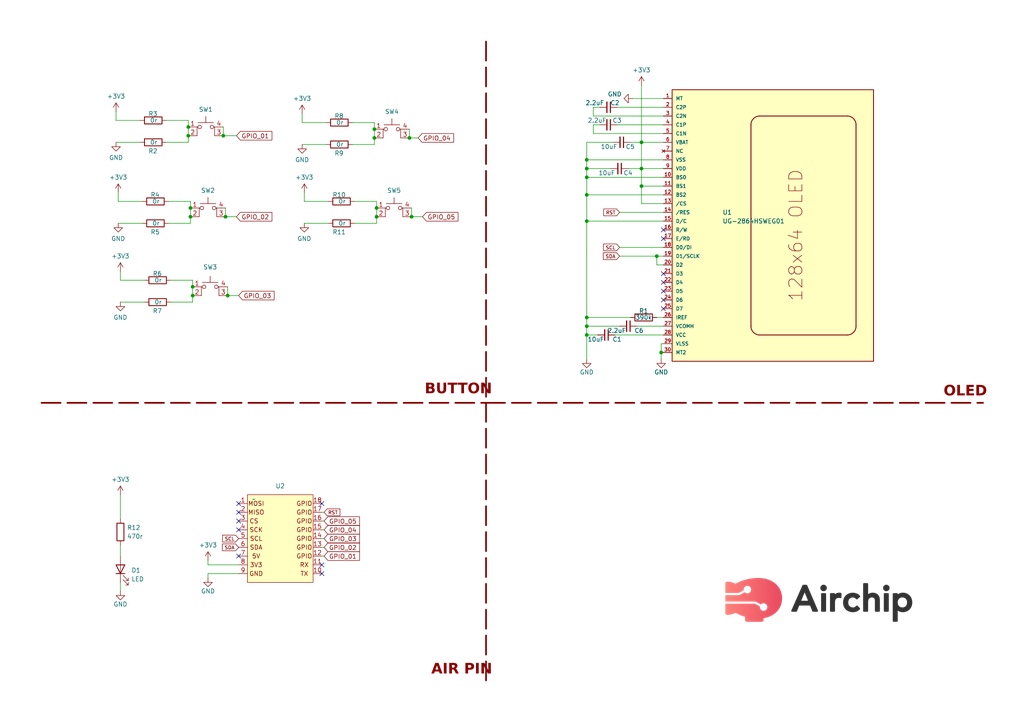
<source format=kicad_sch>
(kicad_sch (version 20230121) (generator eeschema)

  (uuid 710e7bd8-237a-414e-9623-946fac0a878e)

  (paper "A4")

  (lib_symbols
    (symbol "Device:C_Small" (pin_numbers hide) (pin_names (offset 0.254) hide) (in_bom yes) (on_board yes)
      (property "Reference" "C" (at 0.254 1.778 0)
        (effects (font (size 1.27 1.27)) (justify left))
      )
      (property "Value" "C_Small" (at 0.254 -2.032 0)
        (effects (font (size 1.27 1.27)) (justify left))
      )
      (property "Footprint" "" (at 0 0 0)
        (effects (font (size 1.27 1.27)) hide)
      )
      (property "Datasheet" "~" (at 0 0 0)
        (effects (font (size 1.27 1.27)) hide)
      )
      (property "ki_keywords" "capacitor cap" (at 0 0 0)
        (effects (font (size 1.27 1.27)) hide)
      )
      (property "ki_description" "Unpolarized capacitor, small symbol" (at 0 0 0)
        (effects (font (size 1.27 1.27)) hide)
      )
      (property "ki_fp_filters" "C_*" (at 0 0 0)
        (effects (font (size 1.27 1.27)) hide)
      )
      (symbol "C_Small_0_1"
        (polyline
          (pts
            (xy -1.524 -0.508)
            (xy 1.524 -0.508)
          )
          (stroke (width 0.3302) (type default))
          (fill (type none))
        )
        (polyline
          (pts
            (xy -1.524 0.508)
            (xy 1.524 0.508)
          )
          (stroke (width 0.3048) (type default))
          (fill (type none))
        )
      )
      (symbol "C_Small_1_1"
        (pin passive line (at 0 2.54 270) (length 2.032)
          (name "~" (effects (font (size 1.27 1.27))))
          (number "1" (effects (font (size 1.27 1.27))))
        )
        (pin passive line (at 0 -2.54 90) (length 2.032)
          (name "~" (effects (font (size 1.27 1.27))))
          (number "2" (effects (font (size 1.27 1.27))))
        )
      )
    )
    (symbol "Device:LED" (pin_numbers hide) (pin_names (offset 1.016) hide) (in_bom yes) (on_board yes)
      (property "Reference" "D" (at 0 2.54 0)
        (effects (font (size 1.27 1.27)))
      )
      (property "Value" "LED" (at 0 -2.54 0)
        (effects (font (size 1.27 1.27)))
      )
      (property "Footprint" "" (at 0 0 0)
        (effects (font (size 1.27 1.27)) hide)
      )
      (property "Datasheet" "~" (at 0 0 0)
        (effects (font (size 1.27 1.27)) hide)
      )
      (property "ki_keywords" "LED diode" (at 0 0 0)
        (effects (font (size 1.27 1.27)) hide)
      )
      (property "ki_description" "Light emitting diode" (at 0 0 0)
        (effects (font (size 1.27 1.27)) hide)
      )
      (property "ki_fp_filters" "LED* LED_SMD:* LED_THT:*" (at 0 0 0)
        (effects (font (size 1.27 1.27)) hide)
      )
      (symbol "LED_0_1"
        (polyline
          (pts
            (xy -1.27 -1.27)
            (xy -1.27 1.27)
          )
          (stroke (width 0.254) (type default))
          (fill (type none))
        )
        (polyline
          (pts
            (xy -1.27 0)
            (xy 1.27 0)
          )
          (stroke (width 0) (type default))
          (fill (type none))
        )
        (polyline
          (pts
            (xy 1.27 -1.27)
            (xy 1.27 1.27)
            (xy -1.27 0)
            (xy 1.27 -1.27)
          )
          (stroke (width 0.254) (type default))
          (fill (type none))
        )
        (polyline
          (pts
            (xy -3.048 -0.762)
            (xy -4.572 -2.286)
            (xy -3.81 -2.286)
            (xy -4.572 -2.286)
            (xy -4.572 -1.524)
          )
          (stroke (width 0) (type default))
          (fill (type none))
        )
        (polyline
          (pts
            (xy -1.778 -0.762)
            (xy -3.302 -2.286)
            (xy -2.54 -2.286)
            (xy -3.302 -2.286)
            (xy -3.302 -1.524)
          )
          (stroke (width 0) (type default))
          (fill (type none))
        )
      )
      (symbol "LED_1_1"
        (pin passive line (at -3.81 0 0) (length 2.54)
          (name "K" (effects (font (size 1.27 1.27))))
          (number "1" (effects (font (size 1.27 1.27))))
        )
        (pin passive line (at 3.81 0 180) (length 2.54)
          (name "A" (effects (font (size 1.27 1.27))))
          (number "2" (effects (font (size 1.27 1.27))))
        )
      )
    )
    (symbol "Device:R" (pin_numbers hide) (pin_names (offset 0)) (in_bom yes) (on_board yes)
      (property "Reference" "R" (at 2.032 0 90)
        (effects (font (size 1.27 1.27)))
      )
      (property "Value" "R" (at 0 0 90)
        (effects (font (size 1.27 1.27)))
      )
      (property "Footprint" "" (at -1.778 0 90)
        (effects (font (size 1.27 1.27)) hide)
      )
      (property "Datasheet" "~" (at 0 0 0)
        (effects (font (size 1.27 1.27)) hide)
      )
      (property "ki_keywords" "R res resistor" (at 0 0 0)
        (effects (font (size 1.27 1.27)) hide)
      )
      (property "ki_description" "Resistor" (at 0 0 0)
        (effects (font (size 1.27 1.27)) hide)
      )
      (property "ki_fp_filters" "R_*" (at 0 0 0)
        (effects (font (size 1.27 1.27)) hide)
      )
      (symbol "R_0_1"
        (rectangle (start -1.016 -2.54) (end 1.016 2.54)
          (stroke (width 0.254) (type default))
          (fill (type none))
        )
      )
      (symbol "R_1_1"
        (pin passive line (at 0 3.81 270) (length 1.27)
          (name "~" (effects (font (size 1.27 1.27))))
          (number "1" (effects (font (size 1.27 1.27))))
        )
        (pin passive line (at 0 -3.81 90) (length 1.27)
          (name "~" (effects (font (size 1.27 1.27))))
          (number "2" (effects (font (size 1.27 1.27))))
        )
      )
    )
    (symbol "Switch:SW_MEC_5E" (pin_names (offset 1.016) hide) (in_bom yes) (on_board yes)
      (property "Reference" "SW" (at 0.635 5.715 0)
        (effects (font (size 1.27 1.27)) (justify left))
      )
      (property "Value" "SW_MEC_5E" (at 0 -3.175 0)
        (effects (font (size 1.27 1.27)))
      )
      (property "Footprint" "" (at 0 7.62 0)
        (effects (font (size 1.27 1.27)) hide)
      )
      (property "Datasheet" "http://www.apem.com/int/index.php?controller=attachment&id_attachment=1371" (at 0 7.62 0)
        (effects (font (size 1.27 1.27)) hide)
      )
      (property "ki_keywords" "switch normally-open pushbutton push-button" (at 0 0 0)
        (effects (font (size 1.27 1.27)) hide)
      )
      (property "ki_description" "MEC 5E single pole normally-open tactile switch" (at 0 0 0)
        (effects (font (size 1.27 1.27)) hide)
      )
      (property "ki_fp_filters" "SW*MEC*5G*" (at 0 0 0)
        (effects (font (size 1.27 1.27)) hide)
      )
      (symbol "SW_MEC_5E_0_1"
        (circle (center -1.778 2.54) (radius 0.508)
          (stroke (width 0) (type default))
          (fill (type none))
        )
        (polyline
          (pts
            (xy -2.286 3.81)
            (xy 2.286 3.81)
          )
          (stroke (width 0) (type default))
          (fill (type none))
        )
        (polyline
          (pts
            (xy 0 3.81)
            (xy 0 5.588)
          )
          (stroke (width 0) (type default))
          (fill (type none))
        )
        (polyline
          (pts
            (xy -2.54 0)
            (xy -2.54 2.54)
            (xy -2.286 2.54)
          )
          (stroke (width 0) (type default))
          (fill (type none))
        )
        (polyline
          (pts
            (xy 2.54 0)
            (xy 2.54 2.54)
            (xy 2.286 2.54)
          )
          (stroke (width 0) (type default))
          (fill (type none))
        )
        (circle (center 1.778 2.54) (radius 0.508)
          (stroke (width 0) (type default))
          (fill (type none))
        )
        (pin passive line (at -5.08 2.54 0) (length 2.54)
          (name "1" (effects (font (size 1.27 1.27))))
          (number "1" (effects (font (size 1.27 1.27))))
        )
        (pin passive line (at -5.08 0 0) (length 2.54)
          (name "2" (effects (font (size 1.27 1.27))))
          (number "2" (effects (font (size 1.27 1.27))))
        )
        (pin passive line (at 5.08 0 180) (length 2.54)
          (name "K" (effects (font (size 1.27 1.27))))
          (number "3" (effects (font (size 1.27 1.27))))
        )
        (pin passive line (at 5.08 2.54 180) (length 2.54)
          (name "A" (effects (font (size 1.27 1.27))))
          (number "4" (effects (font (size 1.27 1.27))))
        )
      )
    )
    (symbol "UG-2864HSWEG01:UG-2864HSWEG01" (pin_names (offset 1.016)) (in_bom yes) (on_board yes)
      (property "Reference" "U" (at 17.78 10.16 0)
        (effects (font (size 1.27 1.27)) (justify right top))
      )
      (property "Value" "UG-2864HSWEG01" (at -15.24 7.62 0)
        (effects (font (size 1.27 1.27)) (justify left bottom))
      )
      (property "Footprint" "1X30-0.7MM" (at 0 0 0)
        (effects (font (size 1.27 1.27)) (justify bottom) hide)
      )
      (property "Datasheet" "" (at 0 0 0)
        (effects (font (size 1.27 1.27)) hide)
      )
      (symbol "UG-2864HSWEG01_0_0"
        (rectangle (start -38.1 -22.86) (end 40.64 35.56)
          (stroke (width 0.254) (type default))
          (fill (type background))
        )
        (arc (start -30.48 2.54) (mid -29.7361 0.7439) (end -27.94 0)
          (stroke (width 0.254) (type default))
          (fill (type none))
        )
        (arc (start -27.94 30.48) (mid -29.7361 29.7361) (end -30.48 27.94)
          (stroke (width 0.254) (type default))
          (fill (type none))
        )
        (polyline
          (pts
            (xy -30.48 2.54)
            (xy -30.48 27.94)
          )
          (stroke (width 0.254) (type default))
          (fill (type none))
        )
        (polyline
          (pts
            (xy -27.94 0)
            (xy 30.48 0)
          )
          (stroke (width 0.254) (type default))
          (fill (type none))
        )
        (polyline
          (pts
            (xy -27.94 30.48)
            (xy 30.48 30.48)
          )
          (stroke (width 0.254) (type default))
          (fill (type none))
        )
        (polyline
          (pts
            (xy 33.02 27.94)
            (xy 33.02 2.54)
          )
          (stroke (width 0.254) (type default))
          (fill (type none))
        )
        (arc (start 30.48 0) (mid 32.2761 0.7439) (end 33.02 2.54)
          (stroke (width 0.254) (type default))
          (fill (type none))
        )
        (arc (start 33.02 27.94) (mid 32.2761 29.7361) (end 30.48 30.48)
          (stroke (width 0.254) (type default))
          (fill (type none))
        )
        (text "128x64 OLED" (at -15.24 15.24 0)
          (effects (font (size 3.81 3.81)) (justify left bottom))
        )
        (pin input line (at -35.56 -25.4 90) (length 2.54)
          (name "MT" (effects (font (size 1.016 1.016))))
          (number "1" (effects (font (size 1.016 1.016))))
        )
        (pin input line (at -12.7 -25.4 90) (length 2.54)
          (name "BS0" (effects (font (size 1.016 1.016))))
          (number "10" (effects (font (size 1.016 1.016))))
        )
        (pin input line (at -10.16 -25.4 90) (length 2.54)
          (name "BS1" (effects (font (size 1.016 1.016))))
          (number "11" (effects (font (size 1.016 1.016))))
        )
        (pin input line (at -7.62 -25.4 90) (length 2.54)
          (name "BS2" (effects (font (size 1.016 1.016))))
          (number "12" (effects (font (size 1.016 1.016))))
        )
        (pin input line (at -5.08 -25.4 90) (length 2.54)
          (name "/CS" (effects (font (size 1.016 1.016))))
          (number "13" (effects (font (size 1.016 1.016))))
        )
        (pin input line (at -2.54 -25.4 90) (length 2.54)
          (name "/RES" (effects (font (size 1.016 1.016))))
          (number "14" (effects (font (size 1.016 1.016))))
        )
        (pin input line (at 0 -25.4 90) (length 2.54)
          (name "D/C" (effects (font (size 1.016 1.016))))
          (number "15" (effects (font (size 1.016 1.016))))
        )
        (pin input line (at 2.54 -25.4 90) (length 2.54)
          (name "R/W" (effects (font (size 1.016 1.016))))
          (number "16" (effects (font (size 1.016 1.016))))
        )
        (pin input line (at 5.08 -25.4 90) (length 2.54)
          (name "E/RD" (effects (font (size 1.016 1.016))))
          (number "17" (effects (font (size 1.016 1.016))))
        )
        (pin bidirectional line (at 7.62 -25.4 90) (length 2.54)
          (name "D0/DI" (effects (font (size 1.016 1.016))))
          (number "18" (effects (font (size 1.016 1.016))))
        )
        (pin bidirectional line (at 10.16 -25.4 90) (length 2.54)
          (name "D1/SCLK" (effects (font (size 1.016 1.016))))
          (number "19" (effects (font (size 1.016 1.016))))
        )
        (pin input line (at -33.02 -25.4 90) (length 2.54)
          (name "C2P" (effects (font (size 1.016 1.016))))
          (number "2" (effects (font (size 1.016 1.016))))
        )
        (pin bidirectional line (at 12.7 -25.4 90) (length 2.54)
          (name "D2" (effects (font (size 1.016 1.016))))
          (number "20" (effects (font (size 1.016 1.016))))
        )
        (pin bidirectional line (at 15.24 -25.4 90) (length 2.54)
          (name "D3" (effects (font (size 1.016 1.016))))
          (number "21" (effects (font (size 1.016 1.016))))
        )
        (pin bidirectional line (at 17.78 -25.4 90) (length 2.54)
          (name "D4" (effects (font (size 1.016 1.016))))
          (number "22" (effects (font (size 1.016 1.016))))
        )
        (pin bidirectional line (at 20.32 -25.4 90) (length 2.54)
          (name "D5" (effects (font (size 1.016 1.016))))
          (number "23" (effects (font (size 1.016 1.016))))
        )
        (pin bidirectional line (at 22.86 -25.4 90) (length 2.54)
          (name "D6" (effects (font (size 1.016 1.016))))
          (number "24" (effects (font (size 1.016 1.016))))
        )
        (pin bidirectional line (at 25.4 -25.4 90) (length 2.54)
          (name "D7" (effects (font (size 1.016 1.016))))
          (number "25" (effects (font (size 1.016 1.016))))
        )
        (pin input line (at 27.94 -25.4 90) (length 2.54)
          (name "IREF" (effects (font (size 1.016 1.016))))
          (number "26" (effects (font (size 1.016 1.016))))
        )
        (pin output line (at 30.48 -25.4 90) (length 2.54)
          (name "VCOMH" (effects (font (size 1.016 1.016))))
          (number "27" (effects (font (size 1.016 1.016))))
        )
        (pin power_in line (at 33.02 -25.4 90) (length 2.54)
          (name "VCC" (effects (font (size 1.016 1.016))))
          (number "28" (effects (font (size 1.016 1.016))))
        )
        (pin power_in line (at 35.56 -25.4 90) (length 2.54)
          (name "VLSS" (effects (font (size 1.016 1.016))))
          (number "29" (effects (font (size 1.016 1.016))))
        )
        (pin input line (at -30.48 -25.4 90) (length 2.54)
          (name "C2N" (effects (font (size 1.016 1.016))))
          (number "3" (effects (font (size 1.016 1.016))))
        )
        (pin input line (at 38.1 -25.4 90) (length 2.54)
          (name "MT2" (effects (font (size 1.016 1.016))))
          (number "30" (effects (font (size 1.016 1.016))))
        )
        (pin input line (at -27.94 -25.4 90) (length 2.54)
          (name "C1P" (effects (font (size 1.016 1.016))))
          (number "4" (effects (font (size 1.016 1.016))))
        )
        (pin input line (at -25.4 -25.4 90) (length 2.54)
          (name "C1N" (effects (font (size 1.016 1.016))))
          (number "5" (effects (font (size 1.016 1.016))))
        )
        (pin input line (at -22.86 -25.4 90) (length 2.54)
          (name "VBAT" (effects (font (size 1.016 1.016))))
          (number "6" (effects (font (size 1.016 1.016))))
        )
        (pin no_connect line (at -20.32 -25.4 90) (length 2.54)
          (name "NC" (effects (font (size 1.016 1.016))))
          (number "7" (effects (font (size 1.016 1.016))))
        )
        (pin power_in line (at -17.78 -25.4 90) (length 2.54)
          (name "VSS" (effects (font (size 1.016 1.016))))
          (number "8" (effects (font (size 1.016 1.016))))
        )
        (pin power_in line (at -15.24 -25.4 90) (length 2.54)
          (name "VDD" (effects (font (size 1.016 1.016))))
          (number "9" (effects (font (size 1.016 1.016))))
        )
      )
    )
    (symbol "moduler_pin:air" (in_bom yes) (on_board yes)
      (property "Reference" "U" (at 7.62 2.54 0)
        (effects (font (size 1.27 1.27)))
      )
      (property "Value" "" (at 0 0 0)
        (effects (font (size 1.27 1.27)))
      )
      (property "Footprint" "" (at 0 0 0)
        (effects (font (size 1.27 1.27)) hide)
      )
      (property "Datasheet" "" (at 0 0 0)
        (effects (font (size 1.27 1.27)) hide)
      )
      (symbol "air_1_1"
        (rectangle (start -1.905 1.27) (end 17.145 -24.13)
          (stroke (width 0) (type default))
          (fill (type background))
        )
        (text "3V3" (at 0.635 -19.05 0)
          (effects (font (size 1.27 1.27)))
        )
        (text "5V" (at 0.635 -16.51 0)
          (effects (font (size 1.27 1.27)))
        )
        (text "CS" (at 0 -6.35 0)
          (effects (font (size 1.27 1.27)))
        )
        (text "GND" (at 0.635 -21.59 0)
          (effects (font (size 1.27 1.27)))
        )
        (text "GPIO" (at 14.605 -16.51 0)
          (effects (font (size 1.27 1.27)))
        )
        (text "GPIO" (at 14.605 -13.97 0)
          (effects (font (size 1.27 1.27)))
        )
        (text "GPIO" (at 14.605 -11.43 0)
          (effects (font (size 1.27 1.27)))
        )
        (text "GPIO" (at 14.605 -8.89 0)
          (effects (font (size 1.27 1.27)))
        )
        (text "GPIO" (at 14.605 -6.35 0)
          (effects (font (size 1.27 1.27)))
        )
        (text "GPIO" (at 14.605 -3.81 0)
          (effects (font (size 1.27 1.27)))
        )
        (text "GPIO" (at 14.605 -1.27 0)
          (effects (font (size 1.27 1.27)))
        )
        (text "MISO" (at 0.635 -3.81 0)
          (effects (font (size 1.27 1.27)))
        )
        (text "MOSI" (at 0.635 -1.27 0)
          (effects (font (size 1.27 1.27)))
        )
        (text "RX" (at 14.605 -19.05 0)
          (effects (font (size 1.27 1.27)))
        )
        (text "SCK" (at 0.635 -8.89 0)
          (effects (font (size 1.27 1.27)))
        )
        (text "SCL" (at 0.635 -11.43 0)
          (effects (font (size 1.27 1.27)))
        )
        (text "SDA" (at 0.635 -13.97 0)
          (effects (font (size 1.27 1.27)))
        )
        (text "TX" (at 14.605 -21.59 0)
          (effects (font (size 1.27 1.27)))
        )
        (pin input line (at -4.445 -1.27 0) (length 2.54)
          (name "" (effects (font (size 1.27 1.27))))
          (number "1" (effects (font (size 1.27 1.27))))
        )
        (pin input line (at 19.685 -21.59 180) (length 2.54)
          (name "" (effects (font (size 1.27 1.27))))
          (number "10" (effects (font (size 1.27 1.27))))
        )
        (pin input line (at 19.685 -19.05 180) (length 2.54)
          (name "" (effects (font (size 1.27 1.27))))
          (number "11" (effects (font (size 1.27 1.27))))
        )
        (pin input line (at 19.685 -16.51 180) (length 2.54)
          (name "" (effects (font (size 1.27 1.27))))
          (number "12" (effects (font (size 1.27 1.27))))
        )
        (pin input line (at 19.685 -13.97 180) (length 2.54)
          (name "" (effects (font (size 1.27 1.27))))
          (number "13" (effects (font (size 1.27 1.27))))
        )
        (pin input line (at 19.685 -11.43 180) (length 2.54)
          (name "" (effects (font (size 1.27 1.27))))
          (number "14" (effects (font (size 1.27 1.27))))
        )
        (pin input line (at 19.685 -8.89 180) (length 2.54)
          (name "" (effects (font (size 1.27 1.27))))
          (number "15" (effects (font (size 1.27 1.27))))
        )
        (pin input line (at 19.685 -6.35 180) (length 2.54)
          (name "" (effects (font (size 1.27 1.27))))
          (number "16" (effects (font (size 1.27 1.27))))
        )
        (pin input line (at 19.685 -3.81 180) (length 2.54)
          (name "" (effects (font (size 1.27 1.27))))
          (number "17" (effects (font (size 1.27 1.27))))
        )
        (pin input line (at 19.685 -1.27 180) (length 2.54)
          (name "" (effects (font (size 1.27 1.27))))
          (number "18" (effects (font (size 1.27 1.27))))
        )
        (pin input line (at -4.445 -3.81 0) (length 2.54)
          (name "" (effects (font (size 1.27 1.27))))
          (number "2" (effects (font (size 1.27 1.27))))
        )
        (pin input line (at -4.445 -6.35 0) (length 2.54)
          (name "" (effects (font (size 1.27 1.27))))
          (number "3" (effects (font (size 1.27 1.27))))
        )
        (pin input line (at -4.445 -8.89 0) (length 2.54)
          (name "" (effects (font (size 1.27 1.27))))
          (number "4" (effects (font (size 1.27 1.27))))
        )
        (pin input line (at -4.445 -11.43 0) (length 2.54)
          (name "" (effects (font (size 1.27 1.27))))
          (number "5" (effects (font (size 1.27 1.27))))
        )
        (pin input line (at -4.445 -13.97 0) (length 2.54)
          (name "" (effects (font (size 1.27 1.27))))
          (number "6" (effects (font (size 1.27 1.27))))
        )
        (pin input line (at -4.445 -16.51 0) (length 2.54)
          (name "" (effects (font (size 1.27 1.27))))
          (number "7" (effects (font (size 1.27 1.27))))
        )
        (pin input line (at -4.445 -19.05 0) (length 2.54)
          (name "" (effects (font (size 1.27 1.27))))
          (number "8" (effects (font (size 1.27 1.27))))
        )
        (pin input line (at -4.445 -21.59 0) (length 2.54)
          (name "" (effects (font (size 1.27 1.27))))
          (number "9" (effects (font (size 1.27 1.27))))
        )
      )
    )
    (symbol "power:+3V3" (power) (pin_names (offset 0)) (in_bom yes) (on_board yes)
      (property "Reference" "#PWR" (at 0 -3.81 0)
        (effects (font (size 1.27 1.27)) hide)
      )
      (property "Value" "+3V3" (at 0 3.556 0)
        (effects (font (size 1.27 1.27)))
      )
      (property "Footprint" "" (at 0 0 0)
        (effects (font (size 1.27 1.27)) hide)
      )
      (property "Datasheet" "" (at 0 0 0)
        (effects (font (size 1.27 1.27)) hide)
      )
      (property "ki_keywords" "power-flag" (at 0 0 0)
        (effects (font (size 1.27 1.27)) hide)
      )
      (property "ki_description" "Power symbol creates a global label with name \"+3V3\"" (at 0 0 0)
        (effects (font (size 1.27 1.27)) hide)
      )
      (symbol "+3V3_0_1"
        (polyline
          (pts
            (xy -0.762 1.27)
            (xy 0 2.54)
          )
          (stroke (width 0) (type default))
          (fill (type none))
        )
        (polyline
          (pts
            (xy 0 0)
            (xy 0 2.54)
          )
          (stroke (width 0) (type default))
          (fill (type none))
        )
        (polyline
          (pts
            (xy 0 2.54)
            (xy 0.762 1.27)
          )
          (stroke (width 0) (type default))
          (fill (type none))
        )
      )
      (symbol "+3V3_1_1"
        (pin power_in line (at 0 0 90) (length 0) hide
          (name "+3V3" (effects (font (size 1.27 1.27))))
          (number "1" (effects (font (size 1.27 1.27))))
        )
      )
    )
    (symbol "power:GND" (power) (pin_names (offset 0)) (in_bom yes) (on_board yes)
      (property "Reference" "#PWR" (at 0 -6.35 0)
        (effects (font (size 1.27 1.27)) hide)
      )
      (property "Value" "GND" (at 0 -3.81 0)
        (effects (font (size 1.27 1.27)))
      )
      (property "Footprint" "" (at 0 0 0)
        (effects (font (size 1.27 1.27)) hide)
      )
      (property "Datasheet" "" (at 0 0 0)
        (effects (font (size 1.27 1.27)) hide)
      )
      (property "ki_keywords" "power-flag" (at 0 0 0)
        (effects (font (size 1.27 1.27)) hide)
      )
      (property "ki_description" "Power symbol creates a global label with name \"GND\" , ground" (at 0 0 0)
        (effects (font (size 1.27 1.27)) hide)
      )
      (symbol "GND_0_1"
        (polyline
          (pts
            (xy 0 0)
            (xy 0 -1.27)
            (xy 1.27 -1.27)
            (xy 0 -2.54)
            (xy -1.27 -1.27)
            (xy 0 -1.27)
          )
          (stroke (width 0) (type default))
          (fill (type none))
        )
      )
      (symbol "GND_1_1"
        (pin power_in line (at 0 0 270) (length 0) hide
          (name "GND" (effects (font (size 1.27 1.27))))
          (number "1" (effects (font (size 1.27 1.27))))
        )
      )
    )
  )

  (junction (at 109.22 60.325) (diameter 0) (color 0 0 0 0)
    (uuid 06c670b9-299e-4066-bbec-20b01bda24d2)
  )
  (junction (at 170.18 92.075) (diameter 0) (color 0 0 0 0)
    (uuid 0a89abee-0dcd-4e68-804d-1c6a603c187b)
  )
  (junction (at 55.88 85.725) (diameter 0) (color 0 0 0 0)
    (uuid 166b0684-4f1a-4deb-83a3-01cb422b35af)
  )
  (junction (at 170.18 46.355) (diameter 0) (color 0 0 0 0)
    (uuid 2bd09056-5eb7-470e-9bef-1fba2c332c7e)
  )
  (junction (at 55.245 62.865) (diameter 0) (color 0 0 0 0)
    (uuid 3735f1c9-eabc-4244-9757-4473ad700631)
  )
  (junction (at 186.055 41.275) (diameter 0) (color 0 0 0 0)
    (uuid 3789b192-d7de-45f8-ab85-cdcb0e2a0020)
  )
  (junction (at 190.5 74.295) (diameter 0) (color 0 0 0 0)
    (uuid 3ad03528-f727-4e69-9a09-ce50dea82ae2)
  )
  (junction (at 54.61 36.83) (diameter 0) (color 0 0 0 0)
    (uuid 3b347555-1445-4a69-9ba5-c2deea62a1ba)
  )
  (junction (at 170.18 56.515) (diameter 0) (color 0 0 0 0)
    (uuid 3d18e2b3-71ed-4b6c-8ed9-e847980617e1)
  )
  (junction (at 109.22 62.865) (diameter 0) (color 0 0 0 0)
    (uuid 56379b09-1cdd-4b1d-86e8-d7984f407451)
  )
  (junction (at 170.18 48.895) (diameter 0) (color 0 0 0 0)
    (uuid 69361f1e-b181-4d8e-8c8d-07ad8f948788)
  )
  (junction (at 170.18 51.435) (diameter 0) (color 0 0 0 0)
    (uuid 6bd9d416-b64c-48b8-85ab-7fe1fba20114)
  )
  (junction (at 186.055 48.895) (diameter 0) (color 0 0 0 0)
    (uuid 6c05533d-1bc0-4c2b-842b-b07dc8613680)
  )
  (junction (at 64.77 39.37) (diameter 0) (color 0 0 0 0)
    (uuid 772e201b-a188-4dcd-a5f2-1baa1caf10c2)
  )
  (junction (at 191.77 102.235) (diameter 0) (color 0 0 0 0)
    (uuid 8045a73b-dd35-4783-9bd1-14c17cf32647)
  )
  (junction (at 108.585 37.465) (diameter 0) (color 0 0 0 0)
    (uuid 89e47bdc-3c67-4bd1-8f91-7a05c316cd88)
  )
  (junction (at 186.055 53.975) (diameter 0) (color 0 0 0 0)
    (uuid 8c586974-a895-438a-ab24-25b56b1de467)
  )
  (junction (at 119.38 62.865) (diameter 0) (color 0 0 0 0)
    (uuid 97d6d533-050f-4bb4-b728-5cafcbef3636)
  )
  (junction (at 65.405 62.865) (diameter 0) (color 0 0 0 0)
    (uuid aa17d98f-b3ca-4d30-9b54-31b7b86b766e)
  )
  (junction (at 54.61 39.37) (diameter 0) (color 0 0 0 0)
    (uuid b433eb42-b996-4ef4-9dec-15f3fcbeca60)
  )
  (junction (at 170.18 64.135) (diameter 0) (color 0 0 0 0)
    (uuid babf54a9-d902-414f-b49b-6adf64e358f8)
  )
  (junction (at 66.04 85.725) (diameter 0) (color 0 0 0 0)
    (uuid bca8224b-e115-45a4-8327-f5c56e016aa4)
  )
  (junction (at 55.88 83.185) (diameter 0) (color 0 0 0 0)
    (uuid c003d7a4-0ac3-4f1b-bbdb-c988383bc968)
  )
  (junction (at 118.745 40.005) (diameter 0) (color 0 0 0 0)
    (uuid d29a0ab1-d41a-44fd-9324-6ecd273f31c5)
  )
  (junction (at 55.245 60.325) (diameter 0) (color 0 0 0 0)
    (uuid e7a2fa71-9652-4f65-97e4-63ebc1d7a5e9)
  )
  (junction (at 170.18 94.615) (diameter 0) (color 0 0 0 0)
    (uuid e8c94a5a-da7f-46fd-9672-b8aa9ca251d3)
  )
  (junction (at 108.585 40.005) (diameter 0) (color 0 0 0 0)
    (uuid ed842384-c2e9-4f82-b480-f43586e06310)
  )
  (junction (at 170.18 97.155) (diameter 0) (color 0 0 0 0)
    (uuid fd7ae415-81ad-48d4-a7f8-3608d5d675fa)
  )

  (no_connect (at 69.215 148.59) (uuid 050a7812-ae46-48dd-b5fd-d7e63d352532))
  (no_connect (at 192.405 79.375) (uuid 29219de0-a7c3-40d9-9dbc-463838c6ac72))
  (no_connect (at 93.345 166.37) (uuid 29979491-2ee3-4611-bb87-3f9e0b96412c))
  (no_connect (at 69.215 153.67) (uuid 2dfab338-4f68-4819-8a00-8c250767a41c))
  (no_connect (at 192.405 84.455) (uuid 4fae6624-371e-48d9-8ed6-38b1a3b4a76f))
  (no_connect (at 69.215 146.05) (uuid 678730ab-c20b-46e9-89e8-f430c6b1bbb8))
  (no_connect (at 69.215 151.13) (uuid 6c338aa9-bb86-482f-a6d2-a3eb1d831184))
  (no_connect (at 69.215 161.29) (uuid 7b949652-dd04-4c96-b1e8-8fc7ed37fd93))
  (no_connect (at 93.345 163.83) (uuid 8a3d1f21-7295-4a0e-8569-a9fb2dff87df))
  (no_connect (at 192.405 66.675) (uuid 8b4a5c11-f60d-42c8-9532-1904c429e636))
  (no_connect (at 192.405 81.915) (uuid a6171bb3-6552-4db3-9821-4fd8c75598a6))
  (no_connect (at 192.405 69.215) (uuid b7ea3f36-a111-444d-8e4f-558cbc866455))
  (no_connect (at 192.405 86.995) (uuid c4e3b4d5-f316-4179-9fe0-2941aba233c8))
  (no_connect (at 192.405 89.535) (uuid fa6163ed-9b58-4819-9815-69406ee5c84a))
  (no_connect (at 93.345 146.05) (uuid fe87e2d3-c8f0-44d5-bf48-56e02ad25edf))

  (wire (pts (xy 68.58 62.865) (xy 65.405 62.865))
    (stroke (width 0) (type default))
    (uuid 008a0c89-6054-4130-a26b-7cb899fa1982)
  )
  (wire (pts (xy 170.18 48.895) (xy 177.165 48.895))
    (stroke (width 0) (type default))
    (uuid 01983aee-0e5e-4a49-93f2-0d10a6ecadb5)
  )
  (wire (pts (xy 170.18 41.275) (xy 170.18 46.355))
    (stroke (width 0) (type default))
    (uuid 02cf0078-604c-47d0-9885-35b3972e4e42)
  )
  (wire (pts (xy 186.055 53.975) (xy 192.405 53.975))
    (stroke (width 0) (type default))
    (uuid 056311f1-633f-4954-93df-8400f3f89f23)
  )
  (wire (pts (xy 48.895 58.42) (xy 55.245 58.42))
    (stroke (width 0) (type default))
    (uuid 06bd2841-b519-472c-ae2b-cc49ad8ebce0)
  )
  (wire (pts (xy 60.325 166.37) (xy 69.215 166.37))
    (stroke (width 0) (type default))
    (uuid 09ded95b-f01a-4797-9cfa-00831cc42c61)
  )
  (wire (pts (xy 170.18 64.135) (xy 170.18 56.515))
    (stroke (width 0) (type default))
    (uuid 09ebff9c-6d1e-431b-8f2e-e927e8dad4dc)
  )
  (wire (pts (xy 108.585 41.91) (xy 108.585 40.005))
    (stroke (width 0) (type default))
    (uuid 105af58a-803e-4a17-ac03-7d500ef90df1)
  )
  (wire (pts (xy 108.585 37.465) (xy 108.585 40.005))
    (stroke (width 0) (type default))
    (uuid 122a096e-0eff-461c-8ab9-0296c560f99b)
  )
  (wire (pts (xy 60.325 162.56) (xy 60.325 163.83))
    (stroke (width 0) (type default))
    (uuid 15b4d0d6-4821-4502-8e10-18d9a9533895)
  )
  (wire (pts (xy 48.895 64.77) (xy 55.245 64.77))
    (stroke (width 0) (type default))
    (uuid 16aadef0-dc9b-4c49-90e3-9de9c97c70d2)
  )
  (wire (pts (xy 109.22 64.77) (xy 109.22 62.865))
    (stroke (width 0) (type default))
    (uuid 1d23d07b-af25-4b42-a0ea-7e1d158663f9)
  )
  (wire (pts (xy 88.265 58.42) (xy 95.25 58.42))
    (stroke (width 0) (type default))
    (uuid 20837a42-195f-4d8d-bf3c-ad09f0e28078)
  )
  (wire (pts (xy 66.04 85.725) (xy 66.04 83.185))
    (stroke (width 0) (type default))
    (uuid 22080b07-d092-476b-8ee2-088e5806fd21)
  )
  (wire (pts (xy 93.98 161.29) (xy 93.345 161.29))
    (stroke (width 0) (type default))
    (uuid 22c5f214-8422-4c15-b28f-d9d26677b4bc)
  )
  (wire (pts (xy 34.925 81.28) (xy 41.91 81.28))
    (stroke (width 0) (type default))
    (uuid 2acf4152-fbb5-497d-991f-bc9df849d8c5)
  )
  (wire (pts (xy 93.98 153.67) (xy 93.345 153.67))
    (stroke (width 0) (type default))
    (uuid 2f517b8f-3cb1-4f31-a639-270804ea4ab4)
  )
  (wire (pts (xy 179.705 61.595) (xy 192.405 61.595))
    (stroke (width 0) (type default))
    (uuid 2f808ecf-e3f5-4204-a564-900e9bb10532)
  )
  (polyline (pts (xy 12.065 116.84) (xy 140.97 116.84))
    (stroke (width 0.5) (type dash) (color 132 0 0 1))
    (uuid 2fa7738e-c32f-419a-89e6-a3cf2b835c79)
  )

  (wire (pts (xy 183.515 28.575) (xy 192.405 28.575))
    (stroke (width 0) (type default))
    (uuid 3365a0a2-fad4-41f8-961b-f44a17f3f8f1)
  )
  (wire (pts (xy 190.5 74.295) (xy 192.405 74.295))
    (stroke (width 0) (type default))
    (uuid 397227fc-99a8-4ef2-ba60-dbdd0a767e0c)
  )
  (wire (pts (xy 172.085 36.195) (xy 172.085 38.735))
    (stroke (width 0) (type default))
    (uuid 3d51545e-0f55-42ab-a902-91c0fed01994)
  )
  (wire (pts (xy 119.38 62.865) (xy 119.38 60.325))
    (stroke (width 0) (type default))
    (uuid 3dc4ed38-76f2-49d7-a028-7d97d1a5f073)
  )
  (wire (pts (xy 34.925 171.45) (xy 34.925 168.91))
    (stroke (width 0) (type default))
    (uuid 3e42aea7-184e-4748-9d8b-ae3eaacc1b3c)
  )
  (wire (pts (xy 34.925 150.495) (xy 34.925 143.51))
    (stroke (width 0) (type default))
    (uuid 3ec60c24-e9fb-4a18-a353-3cf610f2b3e1)
  )
  (wire (pts (xy 191.77 104.14) (xy 191.77 102.235))
    (stroke (width 0) (type default))
    (uuid 415c71f7-e752-4e0d-bf9d-cc5972693fda)
  )
  (polyline (pts (xy 140.97 12.065) (xy 140.97 116.84))
    (stroke (width 0.5) (type dash) (color 132 0 0 1))
    (uuid 455423a1-5fd5-482b-b6cd-8a13fc6a2628)
  )

  (wire (pts (xy 170.18 92.075) (xy 170.18 64.135))
    (stroke (width 0) (type default))
    (uuid 4b4a125a-027b-4f06-a97d-e0176df359c9)
  )
  (wire (pts (xy 102.235 35.56) (xy 108.585 35.56))
    (stroke (width 0) (type default))
    (uuid 4d381d52-79bb-45bd-a062-643913f7a174)
  )
  (wire (pts (xy 170.18 64.135) (xy 192.405 64.135))
    (stroke (width 0) (type default))
    (uuid 522e2435-696a-4441-be0a-918bd087cc55)
  )
  (wire (pts (xy 121.285 40.005) (xy 118.745 40.005))
    (stroke (width 0) (type default))
    (uuid 53701624-6955-4866-a9f5-4201225630ec)
  )
  (wire (pts (xy 190.5 76.835) (xy 190.5 74.295))
    (stroke (width 0) (type default))
    (uuid 54ebd6f4-a5a5-4103-bbbe-95e767e210f6)
  )
  (wire (pts (xy 172.085 31.115) (xy 173.99 31.115))
    (stroke (width 0) (type default))
    (uuid 5783e063-470a-4f0f-be20-840bb663610c)
  )
  (wire (pts (xy 34.925 87.63) (xy 41.91 87.63))
    (stroke (width 0) (type default))
    (uuid 5949d8a8-aed6-4a3b-b96f-1628f88bdef1)
  )
  (wire (pts (xy 177.8 41.275) (xy 170.18 41.275))
    (stroke (width 0) (type default))
    (uuid 597df727-1cf2-4d47-92f2-c8bf724badd9)
  )
  (wire (pts (xy 60.325 166.37) (xy 60.325 167.64))
    (stroke (width 0) (type default))
    (uuid 5e1f2c04-48ef-4dd6-85b3-60d1927587ab)
  )
  (wire (pts (xy 33.655 41.275) (xy 40.64 41.275))
    (stroke (width 0) (type default))
    (uuid 601a5bfe-b30c-4ea3-8a66-b758f5e939a2)
  )
  (wire (pts (xy 54.61 36.83) (xy 54.61 39.37))
    (stroke (width 0) (type default))
    (uuid 622a626a-c780-41b5-8276-c14ea67fa42b)
  )
  (wire (pts (xy 178.435 97.155) (xy 192.405 97.155))
    (stroke (width 0) (type default))
    (uuid 6663b272-1baf-400b-b043-5f52ef1d47aa)
  )
  (wire (pts (xy 192.405 59.055) (xy 186.055 59.055))
    (stroke (width 0) (type default))
    (uuid 666b584f-c162-4dab-817b-a5ce2c7ad8c3)
  )
  (wire (pts (xy 122.555 62.865) (xy 119.38 62.865))
    (stroke (width 0) (type default))
    (uuid 6755438c-85e0-4089-bc71-6ee53553c9f9)
  )
  (wire (pts (xy 170.18 51.435) (xy 170.18 48.895))
    (stroke (width 0) (type default))
    (uuid 675864b8-affc-42a4-bb5e-30e35b838bd1)
  )
  (wire (pts (xy 34.925 161.29) (xy 34.925 158.115))
    (stroke (width 0) (type default))
    (uuid 67f2be70-fb19-473e-b740-d2ea44fbc89d)
  )
  (wire (pts (xy 55.88 81.28) (xy 55.88 83.185))
    (stroke (width 0) (type default))
    (uuid 6884fa73-84e9-4a3a-8889-b54c3d67087c)
  )
  (wire (pts (xy 170.18 92.075) (xy 182.88 92.075))
    (stroke (width 0) (type default))
    (uuid 696a6ac9-f860-46ec-abb8-484e8f480ae3)
  )
  (wire (pts (xy 102.235 41.91) (xy 108.585 41.91))
    (stroke (width 0) (type default))
    (uuid 6e10a85b-1b36-4352-b784-c89097b2ea87)
  )
  (wire (pts (xy 48.26 34.925) (xy 54.61 34.925))
    (stroke (width 0) (type default))
    (uuid 6e6e39de-9b2a-4067-a4cc-50fdfa096f72)
  )
  (wire (pts (xy 118.745 40.005) (xy 118.745 37.465))
    (stroke (width 0) (type default))
    (uuid 6ff8fb4d-cf4b-43f1-93d0-1335083b843b)
  )
  (wire (pts (xy 87.63 41.91) (xy 94.615 41.91))
    (stroke (width 0) (type default))
    (uuid 711ad5eb-afdb-4254-97c5-f1c166e49bc8)
  )
  (wire (pts (xy 186.055 41.275) (xy 186.055 48.895))
    (stroke (width 0) (type default))
    (uuid 751c3f4a-f0ac-4269-b639-40e908c6d96d)
  )
  (wire (pts (xy 170.18 97.155) (xy 170.18 94.615))
    (stroke (width 0) (type default))
    (uuid 7e46a53c-ca12-4f17-8a62-570ca3a53a20)
  )
  (wire (pts (xy 55.88 83.185) (xy 55.88 85.725))
    (stroke (width 0) (type default))
    (uuid 7fbf3631-1c54-4762-a727-b0b8359a316e)
  )
  (wire (pts (xy 108.585 35.56) (xy 108.585 37.465))
    (stroke (width 0) (type default))
    (uuid 88b0959d-8036-4304-a28d-caeb0f3b0133)
  )
  (wire (pts (xy 93.98 158.75) (xy 93.345 158.75))
    (stroke (width 0) (type default))
    (uuid 899e1a05-050d-4727-9d66-dfed2fa7cb2e)
  )
  (wire (pts (xy 34.29 58.42) (xy 41.275 58.42))
    (stroke (width 0) (type default))
    (uuid 8c010879-abbf-440f-914b-ea0b626c6348)
  )
  (wire (pts (xy 55.245 60.325) (xy 55.245 62.865))
    (stroke (width 0) (type default))
    (uuid 8c74770a-5a7a-4fe8-8f0f-6c8e46844131)
  )
  (wire (pts (xy 173.99 36.195) (xy 172.085 36.195))
    (stroke (width 0) (type default))
    (uuid 8dfe14f4-b9b1-4b5c-bba0-f097c8fc694f)
  )
  (wire (pts (xy 190.5 92.075) (xy 192.405 92.075))
    (stroke (width 0) (type default))
    (uuid 8e8593da-b1d9-42ca-bcd1-32ee87fef4de)
  )
  (wire (pts (xy 186.055 41.275) (xy 192.405 41.275))
    (stroke (width 0) (type default))
    (uuid 90da4e67-928f-445f-ac5f-ff799e1b5e67)
  )
  (wire (pts (xy 54.61 34.925) (xy 54.61 36.83))
    (stroke (width 0) (type default))
    (uuid 980b50af-8898-448d-8fbe-e41ceaff96d0)
  )
  (wire (pts (xy 170.18 97.155) (xy 173.355 97.155))
    (stroke (width 0) (type default))
    (uuid 98d24a8a-647c-414a-b754-03ccec909286)
  )
  (wire (pts (xy 179.705 74.295) (xy 190.5 74.295))
    (stroke (width 0) (type default))
    (uuid 99557e6f-9949-41f3-a0e5-2da1c403234f)
  )
  (wire (pts (xy 192.405 31.115) (xy 179.07 31.115))
    (stroke (width 0) (type default))
    (uuid 9b0e1cf8-4c2f-47e8-936b-b69b25e52a2e)
  )
  (polyline (pts (xy 140.97 116.84) (xy 140.97 197.485))
    (stroke (width 0.5) (type dash) (color 132 0 0 1))
    (uuid 9cc4bee0-ac28-4e15-8074-3eb44e631308)
  )

  (wire (pts (xy 109.22 58.42) (xy 109.22 60.325))
    (stroke (width 0) (type default))
    (uuid 9d067d82-5160-4d14-b359-f8389553f1ee)
  )
  (wire (pts (xy 65.405 62.865) (xy 65.405 60.325))
    (stroke (width 0) (type default))
    (uuid 9d5f374a-5acb-4d63-9c36-1cc364714389)
  )
  (wire (pts (xy 88.265 64.77) (xy 95.25 64.77))
    (stroke (width 0) (type default))
    (uuid 9d87b676-0a52-461f-8d53-2b4880e49646)
  )
  (wire (pts (xy 191.77 102.235) (xy 191.77 99.695))
    (stroke (width 0) (type default))
    (uuid a1e0fe18-8e8b-411d-bb02-636355a8db33)
  )
  (wire (pts (xy 88.265 55.88) (xy 88.265 58.42))
    (stroke (width 0) (type default))
    (uuid a7f0fd76-532a-4099-a792-824c7dd15fee)
  )
  (wire (pts (xy 55.245 64.77) (xy 55.245 62.865))
    (stroke (width 0) (type default))
    (uuid a8fadf1d-1c87-4806-9d97-c7dd5736aa40)
  )
  (wire (pts (xy 186.055 59.055) (xy 186.055 53.975))
    (stroke (width 0) (type default))
    (uuid aabb3dd5-71c0-46c3-873a-a60425df0ebc)
  )
  (wire (pts (xy 69.215 85.725) (xy 66.04 85.725))
    (stroke (width 0) (type default))
    (uuid ad0a6d27-7eb4-4646-98fb-5812e3b5d443)
  )
  (wire (pts (xy 172.085 31.115) (xy 172.085 33.655))
    (stroke (width 0) (type default))
    (uuid ad3a6434-07f0-4825-aa1c-5b60b14376c1)
  )
  (wire (pts (xy 93.98 148.59) (xy 93.345 148.59))
    (stroke (width 0) (type default))
    (uuid ae7a87ea-8c36-460b-b05d-c6d16e5e8671)
  )
  (wire (pts (xy 109.22 60.325) (xy 109.22 62.865))
    (stroke (width 0) (type default))
    (uuid aec1c5d5-9db0-4b85-84e8-74662de4f447)
  )
  (wire (pts (xy 170.18 56.515) (xy 192.405 56.515))
    (stroke (width 0) (type default))
    (uuid b002b61d-ee60-4894-9cf4-dd588cf026dd)
  )
  (wire (pts (xy 179.07 36.195) (xy 192.405 36.195))
    (stroke (width 0) (type default))
    (uuid b6019cc1-4948-4579-a8ca-dd4af7cac86c)
  )
  (wire (pts (xy 186.055 48.895) (xy 186.055 53.975))
    (stroke (width 0) (type default))
    (uuid b8b2061a-db60-4657-a218-60195550c732)
  )
  (wire (pts (xy 33.655 32.385) (xy 33.655 34.925))
    (stroke (width 0) (type default))
    (uuid b937d687-961a-4e6d-898b-c1bcb34d3fb5)
  )
  (wire (pts (xy 64.77 39.37) (xy 68.58 39.37))
    (stroke (width 0) (type default))
    (uuid bb2c62a9-8637-459b-9ef8-c32e6d935aa5)
  )
  (wire (pts (xy 64.77 36.83) (xy 64.77 39.37))
    (stroke (width 0) (type default))
    (uuid bc7c1890-f908-44f1-be11-80efd278d853)
  )
  (wire (pts (xy 170.18 48.895) (xy 170.18 46.355))
    (stroke (width 0) (type default))
    (uuid be4cd8a2-3a47-46a0-bcdc-1703535bfb20)
  )
  (wire (pts (xy 170.18 94.615) (xy 179.705 94.615))
    (stroke (width 0) (type default))
    (uuid c0cd67cb-81f4-46e0-8ba3-ea8a821368ed)
  )
  (wire (pts (xy 93.98 151.13) (xy 93.345 151.13))
    (stroke (width 0) (type default))
    (uuid c1e271fc-a9ce-4b63-8cc6-2281d97c6fc1)
  )
  (wire (pts (xy 170.18 46.355) (xy 192.405 46.355))
    (stroke (width 0) (type default))
    (uuid c2d8e73a-c8d1-4072-baa6-adbf24dbb8d8)
  )
  (wire (pts (xy 102.87 64.77) (xy 109.22 64.77))
    (stroke (width 0) (type default))
    (uuid c2f442ab-dfff-4c77-9b6d-7004307b6385)
  )
  (wire (pts (xy 33.655 34.925) (xy 40.64 34.925))
    (stroke (width 0) (type default))
    (uuid c763568d-524c-4107-9a6d-7acdfc16d415)
  )
  (wire (pts (xy 34.29 55.88) (xy 34.29 58.42))
    (stroke (width 0) (type default))
    (uuid c862201d-9286-46a4-9727-4ed74bb1df9a)
  )
  (polyline (pts (xy 140.97 116.84) (xy 285.115 116.84))
    (stroke (width 0.5) (type dash) (color 132 0 0 1))
    (uuid c97ad278-8750-4a38-9184-b7baa2feb457)
  )

  (wire (pts (xy 191.77 102.235) (xy 192.405 102.235))
    (stroke (width 0) (type default))
    (uuid c9b1455b-04df-4c0f-bb37-0fefe3fc3849)
  )
  (wire (pts (xy 170.18 51.435) (xy 192.405 51.435))
    (stroke (width 0) (type default))
    (uuid cae50056-5f14-41be-b460-4692717be1fb)
  )
  (wire (pts (xy 34.925 78.74) (xy 34.925 81.28))
    (stroke (width 0) (type default))
    (uuid cf58de0b-eaf3-42cd-8a51-f2457304396c)
  )
  (wire (pts (xy 186.055 24.765) (xy 186.055 41.275))
    (stroke (width 0) (type default))
    (uuid cfcb7de1-2b42-49e8-87d8-1bf2921ddc74)
  )
  (wire (pts (xy 170.18 56.515) (xy 170.18 51.435))
    (stroke (width 0) (type default))
    (uuid d2691eae-8a9c-4ce4-ae46-6a51de017e99)
  )
  (wire (pts (xy 170.18 94.615) (xy 170.18 92.075))
    (stroke (width 0) (type default))
    (uuid d49177e6-b6e9-4ca9-9b7b-87a28e06799c)
  )
  (wire (pts (xy 48.26 41.275) (xy 54.61 41.275))
    (stroke (width 0) (type default))
    (uuid d4d9ce02-dd59-49f5-ae40-889a153ec0da)
  )
  (wire (pts (xy 102.87 58.42) (xy 109.22 58.42))
    (stroke (width 0) (type default))
    (uuid d6fd3cf2-eb5e-4b3d-90ad-d77c438c806e)
  )
  (wire (pts (xy 49.53 87.63) (xy 55.88 87.63))
    (stroke (width 0) (type default))
    (uuid d7413b00-d302-4401-84f5-95dbb6eebaf1)
  )
  (wire (pts (xy 55.88 85.725) (xy 55.88 87.63))
    (stroke (width 0) (type default))
    (uuid d8364189-54c0-4eba-a64b-0f686a9a5af6)
  )
  (wire (pts (xy 93.98 156.21) (xy 93.345 156.21))
    (stroke (width 0) (type default))
    (uuid d8dc1fa2-1e7d-4c6c-8f6d-9837670bb090)
  )
  (wire (pts (xy 172.085 38.735) (xy 192.405 38.735))
    (stroke (width 0) (type default))
    (uuid da4a3588-55df-488c-940a-e146c6405d41)
  )
  (wire (pts (xy 49.53 81.28) (xy 55.88 81.28))
    (stroke (width 0) (type default))
    (uuid da9423ac-dc60-4163-bd60-22e76c68f84f)
  )
  (wire (pts (xy 184.785 94.615) (xy 192.405 94.615))
    (stroke (width 0) (type default))
    (uuid dbd7518f-b1df-4470-933e-59ac9f2eb3e7)
  )
  (wire (pts (xy 60.325 163.83) (xy 69.215 163.83))
    (stroke (width 0) (type default))
    (uuid e08f082f-fb90-4e4a-b627-8cf096558bfb)
  )
  (wire (pts (xy 34.29 64.77) (xy 41.275 64.77))
    (stroke (width 0) (type default))
    (uuid e2082b09-d23c-484c-92d5-dfb4a77f6f3e)
  )
  (wire (pts (xy 55.245 58.42) (xy 55.245 60.325))
    (stroke (width 0) (type default))
    (uuid e28dc0a9-c398-4a1a-8ec4-7608123b3ff7)
  )
  (wire (pts (xy 192.405 76.835) (xy 190.5 76.835))
    (stroke (width 0) (type default))
    (uuid e3fe0651-a7d3-4f5a-aa9b-024d627a0e17)
  )
  (wire (pts (xy 172.085 33.655) (xy 192.405 33.655))
    (stroke (width 0) (type default))
    (uuid e7ef915d-8dbf-4c90-8367-69a65c5832c3)
  )
  (wire (pts (xy 87.63 33.02) (xy 87.63 35.56))
    (stroke (width 0) (type default))
    (uuid eb7ba77d-b2bc-4912-9b81-f79a717b79e0)
  )
  (wire (pts (xy 54.61 41.275) (xy 54.61 39.37))
    (stroke (width 0) (type default))
    (uuid ef35f94f-0e03-42dd-946f-3b2f1e1be001)
  )
  (wire (pts (xy 186.055 48.895) (xy 192.405 48.895))
    (stroke (width 0) (type default))
    (uuid f13b3e91-19a0-401b-bf18-d9c1f1623a0e)
  )
  (wire (pts (xy 182.88 41.275) (xy 186.055 41.275))
    (stroke (width 0) (type default))
    (uuid f6e098d9-cb89-452a-aa15-abc22afaef81)
  )
  (wire (pts (xy 87.63 35.56) (xy 94.615 35.56))
    (stroke (width 0) (type default))
    (uuid f9416aa3-d167-4b7d-8a6b-02798b33d8a4)
  )
  (wire (pts (xy 179.705 71.755) (xy 192.405 71.755))
    (stroke (width 0) (type default))
    (uuid fa8a0704-73d4-4bd0-ab3e-dcbb0b3b40ac)
  )
  (wire (pts (xy 170.18 97.155) (xy 170.18 104.14))
    (stroke (width 0) (type default))
    (uuid fac9e993-1445-4b38-8cc0-3dac78088913)
  )
  (wire (pts (xy 182.245 48.895) (xy 186.055 48.895))
    (stroke (width 0) (type default))
    (uuid fde26718-4e3d-40a6-a297-4e26031acf3c)
  )
  (wire (pts (xy 191.77 99.695) (xy 192.405 99.695))
    (stroke (width 0) (type default))
    (uuid fff4d123-d9bf-43ee-966a-f483beda14af)
  )

  (image (at 237.49 173.99) (scale 0.320144)
    (uuid da0d7c30-ff65-4d9e-bc52-a0696fd4c7d5)
    (data
      iVBORw0KGgoAAAANSUhEUgAAB9AAAAHVCAYAAACpJWDwAAAABHNCSVQICAgIfAhkiAAAIABJREFU
      eJzs3XeYnGW9//F3SEKyCS0hARUVBCSKYvuiqKiAokRasKAeRUn4WSghFUTNsYAiICGNA6gQEBso
      TfEg6hFE8KjouRFsIAgiiEJCEwhJKJnfH88sKdtmdmfmnvJ+XddcuzzPPfd8dpjMzj6fpwxDkjrQ
      ox+ZPhzYnBKbA5sDW5S/dt82BbqATSkxFugqwSbl5SOBzYqZSpsAI4CNgTHFIjYFNuo3QKnXpSuB
      J8oDHgWeLsHjwBOUeILi+5XACuAx4N/l77tvD5eXPUiJh4AHgYc2P//MFZU+L5IkSZIkSZIkSZ1s
      WO4AklQLj3706E2BZ1NiIvAcYCKw5Tpft4TS+PL3W1GU4X0V2esrrfel95UDLKp+TGn9YZXM2ff8
      TwIPQel+4F5gObAMuJcS3cvuA+4G7tv862c9XeWjSZIkSZIkSZIktQULdElN7bGPHb0J8FxKbAPP
      3J4LbFOCZwFbU3wdDQxQNA+t7G7hAr3vhT0XPV0qCvV/lG/3UBTrdwJ3UOLOLb5x1oNVppEkSZIk
      SZIkSWoJFuiSsnnsYzOGUZTf2wLbQWnb8vfdt+fRfar0SntqC/R+xleWtYKn8BHgb8CdULoduLV8
      u22Lb3z5H1XllCRJkiRJkiRJaiIW6JLq6rHDZ4wCdijftn/m+xI7AC+guHZ4WT/VrQV6depboPe3
      YAUlbgP+AtwC/An4I3DbFt/88lP9TS1JkiRJkiRJkpSbBbqkIVtxxIzhJXg+8CJgJ0pMAiYBO1Gc
      br2nattvC/Tq5CvQ+5rgSYpC/Q/An4GbgN9t8c0v39Pfw0mSJEmSJEmSJDWSBbqkiq04YubGFCX5
      zlDaGXgp8EJgp9K6R5IPukC2QN9wQBsV6H1ZTokbgN+VKL4Ct4/71per/YklSZIkSZIkSZKGzAJd
      Ug8rjpw5HNgReDnwUkq8FNi5vGx4MWr9frPU53/0wQK9ogEdUKD39vw+BKXfAL8Grgd+M+5bX3mg
      ylklSZIkSZIkSZKqZoEudbgVR84cR1GUvxx4WfnrzkDXM4MqKGMt0Ac350ADOrRA722S2yhxPfAL
      4FrglnHf/opHqUuSJEmSJEmSpJqyQJc6yIqjZj4LCOAVQFBiV+B5A97RAr2foRbo1U3Q95wDFOgb
      Lrof+F/gOopC/Xfjvv2Vp6p8ZEmSJEmSJEmSpPVYoEttasVRs7YCXg2l3Vhbmj9nvUGVFp0W6P0M
      tUCvboK+56yyQN/QI8DPgauAqyjxp3EXeIS6JEmSJEmSJEmqjgW61AYenz5rLMUR5bsBrwZeU4Jt
      i7XVldKVj7NAr8WcAw2wQB/kvCXuo7tMhx+Nu+Ar/6wylSRJkiRJkiRJ6kAW6FILenz6rB2B1wOv
      A3YHXgJstG7BWOrlux4s0C3Q27dA39BNULoCuBL41bgLvvp0FbNJkiRJkiRJkqQOYYEuNbnHp88a
      TXFUeXdh/npgYq+DLdAt0Psd39EF+roLHwZ+AlxeKnHF+Au/+nAVM0uSJEmSJEmSpDZmgS41mceP
      nrUZRUn+Jkq8CdgVGFXRnS3QLdD7HW+B3mNJiacorp3+PeD74y/86t1VPIokSZIkSZIkSWozFuhS
      Zo8fPXs88CZgTyi9AXglsBEwpNLUAn0ok/Q+xgK9t5UtX6BvKAEXAxeNv/Crt1fxiJIkSZIkSZIk
      qQ1YoEsN9viM2ZsDb6TEXsBbgJfxzL/FDdo8C/R+V1mgVzu/BXqPJf3PeQNwEXDB+Au/+vcqHl2S
      JEmSJEmSJLUoC3SpzlbOmD26BG+kKMv3ojgl+0YVFXwW6P2uskCvdn4L9B5LKp/zeuACSlww/jtf
      XVZFEkmSJEmSJEmS1EIs0KUaWzlj9jCKo8rfVr69oQSjewy0QK8ukAV6dSzQK1pYRYHePcVTwP8A
      3wC+N/47X11Z5QySJEmSJEmSJKmJWaBLNbBy5uxnUWIfisL8rcDEdddXXvRaoFcz3gK92vkt0Hss
      Gdrz+ihwMZTOG/+ds6+rciZJkiRJkiRJktSELNClQVg5c/Zw4HXAZGBf4JVV99QW6NUFskCvjgV6
      RQuHWKCvu/BW4Bzg/PHfOdtTvEuSJEmSJEmS1KIs0KUKrZw5ZyLw9uJWmgxssd4AC/Tq5rVAr2iA
      Bfog5218gd7tKeByYCnwo/HfOXtNlY8gSZIkSZIkSZIyskCX+rFy1pyXAAdS4gDgtTzzb6a6cs8C
      fXBzDrTKAr3a+S3Qeyyp1/NauIMSZwHnjv/u2Q9W+UiSJEmSJEmSJCkDC3RpHStnzRkJvAk4AJgC
      bAcMuTS0QB/cnAOtskCvdn4L9B5L6lugd69aBVwInDH+u2f/X5WPKEmSJEmSJEmSGsgCXR1v5aw5
      YyhOzX4QRXG+eY9BFugDLrRAH9ycAw2wQB/kvM1VoK/r1yVYAFy25XfPfqrKR5ckSZIkSZIkSXVm
      ga6OtHLWnPHAfsA7gcnA6H7vYIE+4EIL9MHNOdAAC/RBztu8BXr3or8Di4ClW3737EerTCFJkiRJ
      kiRJkurEAl0dY+XsOVtRFObvosSewIiK72yBPuBCC/TBzTnQAAv0Qc7b/AV6t0cocTawaMuLzv5H
      lWkkSZIkSZIkSVKNWaCrra2aPXc8lN4BHFyCvYHhQA3KSAt0C/TazDnQAAv0Qc7bOgV694IngfOB
      U7a86Oy/VplKkiRJkiRJkiTViAW62k5RmvMO4GDgLVAaAYMoePsdb4FugV6bOQcaYIE+yHlbr0Dv
      tga4CEonbXnROTdVF06SJEmSJEmSJA2VBbrawqo5c7uAAynxfoprmm+8du0GRWSP/6iABfqACy3Q
      BzfnQAMs0Ac5b+sW6Osu/D5w/JYXnfO7irJJkiRJkiRJkqQhs0BXy1o1Z+4IitOyf4DiiPOx/ZVb
      FuiVZqh0nAV6LeYcaIAF+iDnbY8CvZtFuiRJkiRJkiRJDWKBrpazas7cXYEPAe8DJq630gK9l28t
      0KufpPcxFui9rbRAb0CB3u0y4D+3vOicP/f9gJIkSZIkSZIkaSgs0NUSVs2Zuw3FkeaHAjv3OdAC
      vZdvLdCrn6T3MRbova20QG9ggV6sKPFN4DNbXnzOnX0/sCRJkiRJkiRJGgwLdDWtVXPnjqHEQRSl
      +d7ARgPeyQK9l28t0KufpPcxFui9rbRAb3CB3r3qSeAM4MQtLz7n/r4HS5IkSZIkSZKkaligq+ms
      mjs3gP8HvJ8Sm1d1Zwv0Xr61QK9+kt7HWKD3ttICPVOB3u0R4FRgwZYXn/N433eSJEmSJEmSJEmV
      sEBXU1g195hxUDqEojh/+TMralhuWaBXmqHScRbotZhzoAEW6IOct3MK9G73AMcB397y4nOq/akk
      SZIkSZIkSVKZBbqyWTX3mGHAHsBHgXdCaVSPQRbo1bFAt0Dvd7wFeo8l7VOgd7semLXlxef8ut9R
      kiRJkiRJkiSpVxboarjVxxwzHvhQqcTHgBetXVO7Iq63hRbolWaodJwFei3mHGiABfog5+3cAr3b
      tynx8S0vOeeeikZLkiRJkiRJkiTAAl0NtPqYY14LHA68B+jqWVxZoFugW6BvOMACfZDzWqBDiceA
      40uwaMIl5zxV4b0kSZIkSZIkSepoQyrQ1xz/qS1KJV4KTAK2ADZdZ/VqYOUG3z9MiVXl7x8CHgAe
      HH78F1eitrT6mGO6gPcDR7Putc3prbiyQLdAt0DfcIAF+iDntUBf93n9E3DUhEvO+XmF95QkSZIk
      SZIkqWNVXaCvOf5TOwAfBPYHXlUqVTlH70XBKuBBYBlwLyXuBu4F/gncDdwJ/G34CSc9Xm1e5bH6
      mGO2A44EPgyM622MBXoFCy3Q+11lgV7t/BboPZZ0RoHe7ZvA3AmXnLOswhkkSZIkSZIkSeo4FZff
      a46ftxuU/pOiOH9GXcqHvue8F7ijBHcAtwA3A3+mxO0jPn/Sk1UmUY2tPuaYYcCewAzgQGCj/sZb
      oFew0AK931UW6NXOb4HeY0lnFehQ7Kw2F0rnT7hkabU/vSRJkiRJkiRJbW/AAn3N8fMmAqcChzas
      fBhgzl7Kh6eAW4Eby7ffQemGEZ8/+cEq02kQVh97zCjgEErMBl5S6f0s0CtYaIHe7yoL9Grnt0Dv
      saTzCvTulVcBH51wydI7KpxNkiRJkiRJkqSO0G+Bvub4eXsAFwDPLpY0bYHe16i7gV+Xb78Cbhjx
      +ZNXDxxSlVh97DETKE7TfhSwVbWlmQV6BQst0PtdZYFe7fwW6D2WdG6BDrAS+AywcMIlS5+ucFZJ
      kiRJkiRJktpanwX6muPnTQWWst5puFuuQN/QE8ANlPg5cA3wixFfOPmx/h9NG1p97LEvgtJs4EPA
      6GdWWKBXfvdKF1qg97vKAr3a+S3Qeyzp7AK92/XAoRMuWfqXCmeWJEmSJEmSJKlt9Vqgrzlh3uGU
      OKvnmpYv0Ddc9TTwf8DVwI+BX474wsleS70Pq4899nXAJ4H9odTztWOBXvndK11ogd7vKgv0aue3
      QO+xxAK920pKfApYMuHSpWsqfARJkiRJkiRJktpOjxJ0zQnz3gV8l9K6R553a7sCfUOPAj+lKNN/
      OOILJ9/df5L2t/rYY4cBkymK8zeuXTP00swCvYKFFuj9rrJAr3Z+C/QeSyzQN1x0LTB1wqVL/1bh
      o0iSJEmSJEmS1FbWK9DXnDDvhcDvgLFZy4d8BfqG424AvleC74088eQ/VHivtrD648eOoMTBwCeA
      l/UcYYFe2WP3s8oCvbpAFujVsUCvaKEFeq+LHgOmT7h06fkVPpIkSZIkSZIkSW3jmQJ9zQnzhgO/
      BnYF8pYPzVOgr/vlDihdClw48sRTUoUztJzVHz92Y+CDwCcpsUPfIy3QK3vsflZZoFcXyAK9Ohbo
      FS20QO930XeAwydcuvThCh9RkiRJkiRJkqSWt26BfhTwX8+ssUDvpXx45rvbKIqFb4888ZSbK5yt
      qZWL88OATwHPA+pTRK473AJ94IUW6P2uskCvdn4L9B5LLNAHmvcu4JAJly69rsJHlSRJkiRJkiSp
      pQ0DWHPCvC7gb8DWz6yxQO+vQF/X74CvUZTp91c4c9N44uPHdgEfKcExdBfn3SzQ+xlvgW6BXps5
      BxpggT7IeS3Qa/m6XQN8Hvj8hEuXPl3ho0uSJEmSJEmS1JK6C/TpwOnrrbFAr7RA7/YkJS6nKNOv
      HPnFU5q6ZHiiOOL8YxRHnD+rYUXkusMt0AdeaIHe7yoL9Grnt0DvscQCvZp5r6bEByZctvTeChNI
      kiRJkiRJktRyugv03wGvWG+NBXq1Bfq6q/8BnA2cPfKLp/yrwkdriCeOO3YEJaYBn2adI84t0Kud
      1wLdAr02cw40wAJ9kPNaoNfrdXsf8N4Jly39eYUpJEmSJEmSJElqKcPWnDBvEnBLjzUW6EMp0Ls9
      BXwfOHPkF0+5usJHrYsnjjt2I+AQ4DOU2GHD9Rbo1c5rgW6BXps5BxpggT7IeS3Q6/m6XQN8Fjhx
      wmVLq30GJUmSJEmSJElqasN6PX07WKCvM24IBfq6/gAsoMS3R550yhMVJqiJJ4479h3AicCLgbxF
      5LrDLdAHXmiB3u8qC/Rq57dA77HEAr26edcf8wPgkAmXLX2kwkSSJEmSJDWliBgBvACYAIzKHKfb
      CuDelNLduYNIktRphq05Yd4FwPt6rLFAr3WB3j3mPuC/gC+PPOmU+ytMMihPHPfxNwCnQOn1G2To
      JVYvLND7GW+BboFemzkHGmCBPsh5LdAb9br9C3DQhMuW9jyTjSRJkiRJTS4i9gSmA5OBsXnT9Ole
      4BJgUUrpr7nDSJLUCYatOWHejcDLe6yxQK9Xgd5tBXAOcOrIk065p8JEFXniuI/vDJwMHNBrMAt0
      C/Rq57dA72eoBXp1E/Q9pwX64Ofsb1wDXrePAodOuGzpZZUFkyRJkiQpr4gYT7Ft9h25s1ThSeAk
      4ISU0tO5w0iS1M6GrTlh3oPAuB5rLNDrXaB3exJK5wGnjjzpS0Pag/CJ4z6+HfBp4FBgeJ8PaoFu
      gV7t/Bbo/Qy1QK9ugr7ntEAf/Jz9jWvc67b0WeDzEy47t9pnVZIkSZKkhomI5wI/A3bMnWWQvge8
      J6X0ZO4gkiS1q2FrTphX8bZ1C/S6FOjdC9cAl1Oc3v1nI0/60poKZuOJT3x8I2B3SnwY+ADrFed9
      PKgFugV6tfNboPcz1AK9ugn6ntMCffBz9jeugQU6wIXAtAmXnbuqgtkkSZIkSWqoiOgCrgd2yZ1l
      iM5KKR2ZO4QkSe3KAr2CB2pQgb6uB0rwI+CXlLgFuJPilO9PABOArYGXArsB+wDPrqrxskC3QK92
      fgv0foZaoFc3Qd9zWqAPfs7+xjW4QAe4vgQHTbzs3HsrmFGSJEmSpIaJiJOAT+TOUSN7p5Suyh1C
      kqR2ZIFewQNlKNCrL80s0PsZb4FeyfhK5+1roQX64OYcaIAF+iDntUDPWaBTgruAAyZedu7vK5hV
      kiRJkqS6i4hxwN3A2NxZauR/U0pvyB1CkqR2tFHuAJIkqe08H7hu+UGH7Z07iCRJkiRJZe+mfcpz
      gN0jYvvcISRJakcW6JIkqR42A364/KDDDskdRJIkSZIk4E25A9TBHrkDSJLUjizQJUlSvYwEvrH8
      oMPa5fpykiRJkqTWtWPuAHXwgtwBJElqRxbokiSp3k5aftBhpy8/6LBhuYNIkiRJkjpWV+4AdbBZ
      7gCSJLUjC3RJktQI0ymORh+RO4gkSZIkSZIkSX2xQJckSY3yAeDS5Qcd1o57/UuSJEmSJEmS2oAF
      uiRJaqQDgCuWH3TY5rmDSJIkSZIkSZK0IQt0SZLUaHsBP7FElyRJkiRJkiQ1Gwt0SZKUw2uwRJck
      SZIkSZIkNRkLdEmSlMtrgGuWTzlsYu4gkiRJkiRJkiSBBbokScrrFcDVluiSJEmSJEmSpGYwIncA
      SZLU8V5KUaK/ceL3z304dxhJklSZiNgaeBEwCdgR2AzYpHwDeKx8ewS4DbgVuCWldF/j00qSJKmV
      RcSmwE4Unz93AsYDmwJblIesZu1nz7uAvwC3AH9PKT3d8MCSWpoFuiRJagYvBX68fMphb5v4/XP/
      nTuMpPYSEeOA/wAmA7sA4/ImesYqig07vwC+lVJKmfNI/YqI5wBvA/YE9ga2GeQ89wA/Ba4BfpxS
      +leNIkqSJKlNRMRYYC/gLeWvLwOGDWKqRyPiWuBq4Kcppd/XLqWkdjVszQnzSr2u6XVpz4Wl3u/d
      t0rmHWDOHqsrzFrp/BuOK224YCjzVvq8VjPngOMGfn6rfQorn6SfGSr5H1nD11dpwHHVzFtd1sqf
      3+r+LfR394pet0N6fZX6/q8a/lvob1XDXrc93gtqN+dAA6p+L+h3fGVZq3sKa/fvtp9XVPXz5vwd
      NsCqfL/DBphkyK/bXt51Bvce87/A2yZ+/9zHK7y3JPUpIoYBc4BPA5tnjlOJK4DpKaU7cweRukXE
      JsA7gA9RbLwczEbL/pQoyvRvAJemlFbUeH5JkgCIiBuBl+fOUWOLU0qzcoeQaiUiNqLYWfNDwLtY
      e2ajWroZ+DrwzZTSP+owv6Q24DXQJUlSM9kd+O/lUw7ryh1EUmuLiDHAfwPzaY3yHGA/4IaI2Ct3
      ECkiJkTEicA/KDYw7k3ty3PKc761/Bj3RMQXImJCHR5HkiRJTSoiRkbEVIpTrl8FHEp9ynOAFwMn
      AXdFxIURsUudHkdSC7NAlyRJzWYv4ILlUw4bnjuIpNZUPvL8ImDf3FkGYRxweUS029FRahERsUVE
      zAfuBD5FY3dA2RyYB9wZEadGxBYD3UGSJEmtKyI2iogPA7cD5wEvbODDDwPeC/w+Ir4XES9u4GNL
      anIW6JIkqRlNAb66fMq0ehzpJqn9HUVrlufdNgEujIiNcwdR54iIYRFxKHAbMBcYmzHOWOAY4LZy
      JkmSJLWZiNgV+C1wNvC8zHGmAH+IiNPK116X1OEs0CVJUrM6DDgxdwhJrSUiNgU+lztHDbyI4n1Q
      qruIeDZwJfA1oJlOnz4B+FpEXFnOKEmSpBZXPl37F4FfA6/KnWcdw4E5wB8jYvfcYSTlZYEuSZKa
      2SeXT5k2K3cISS3l/wFb5g5RI3Mjwr/ZVFcR8RbgJmCf3Fn6MRm4KSLenDuIJEmSBi8ingtcB3yS
      orBuRtsB10bEJ8uXB5PUgdwYI0mSmt3C5VOmvTt3CEnNLyKGAzNz56ihHSmKQ6kuIuJo4CfAxNxZ
      KjAR+J+ImJ47iCRJkqoXEbsBCdgtd5YKbAR8EfhORHTlDiOp8SzQJUlSK/jG8inTXpc7hKSmN4Xi
      aIF2MiN3ALWf8vXOvwQsobW2C2wEnB4Rp3g0kCRJUuuIiAOAnwFb5c5SpYOBqyJi89xBJDVWK/2h
      LEmSOtdo4PLlB07bPncQSU1tTu4AdbBPREzKHULto1w8nwkcmzvLEHwcONMSXZIkqflFxIHAJUCr
      Hsn9OuBqS3Sps1igS5KkVjEB+OHyA6eNzx1EUvOJiF2B3XPnqBNPWa1aOgU4PHeIGjgcOCl3CEmS
      JPUtIiYDFwMjc2cZolcBP4mIsbmDSGoMC3SpuTwN3Az8ADgdmAccAUwD3gt8sPz9TOBE4Dzg58C/
      coSVpAwmARcvP3DaiNxBJDWd2bkD1NHUiNgsdwi1vvI1z1v5yPMNHec10SVJkppTRLwSuIjWL8+7
      vQa4MCKG5w4iqf7c+Czl9SjwU4oS/JfA78ecvmj1YCZ6fPqsrYAA9gD2Al4NeEpDSe1oL2ARHpEp
      qSwitgHekztHHW1CsRPl4txB1Loi4s0Uvz/bzeKI+FNK6We5g0iSJKkQEVsC36P4W6ad7E9xYNsn
      cgeRVF/D1pwwr9Trml6X9lxY6v3efatk3gHm7LG6wqyVzr/huNKGC4Yyb6XPazVzDjhu4Oe32qew
      8kn6maGS/5E1fH2VBhxXzbzVZd1g1b+BSyhxIXDNmNMXPlllmoqsOGrW1sCBUHo/Ranes0wf0uur
      1Pd/1fDfQn+rGva67fFeULs5BxpQ9XtBv+Mry1rdU1i7f7f9vKKqnzfn77ABVuX7HTbAJEN+3fby
      27L+v8M+OvHy886u8FEktbGIOIn234DxV2BSSmlN7iBqPRHxbOAmYGLuLHWyHNglpXRf7iCSpOYV
      ETcCL8+do8YWp5Rm5Q4hrSsihgE/BCbnzlJHB6aUfpA7hKT68Qh0qXFuoDgt+3fHLFn4eL0fbOwZ
      i+4DzgbOXnHUzO2BjwIfAbx2sKR2ccbyA6fdMvHy867LHURSPhExBvhY7hwNsCPFBqgf5g6ilnQu
      7VueQ/GznQfsmzuIJEmSOJr2Ls8BlkbES1JKy3MHkVQfXgNdqr9rgb3HLFkYY5Ys/FojyvMNjT1j
      8R1jz1j8CWBbYC6wrNEZJKkORgIXLztw2ja5g0jK6lBgXO4QDTIjdwC1nog4lPbfgAnw9oj4UO4Q
      kiRJnSwitgO+mDtHA0ykOFhOUpuyQJfq5xZg/64lC/cYs2ThVbnDAIw9Y/FjY89YvADYATgeWJk5
      kiQN1VbARcsOnDYydxBJjVc+NWAnnbJyn4iYlDuEWkdEbA6cmjtHA80v/8ySJEnKYxEwNneIBnlv
      RLwldwhJ9WGBLtXeKoprcO7StWThFbnD9KZcpH8O2Bm4MnMcSRqq1wHzc4eQlMW+wE65QzTY9NwB
      1FI+SXufun1DEyn+FpMkSVKDRcQewJTcORpsQXnHbkltxgJdqq3fAi/rWrLwlK4lC5/KHWYgY89c
      fOfYMxfvC0wDHsmdR5KGYMayA6e9N3cISQ03O3eADKZGxGa5Q6j5RcQEOnOHi6PLP7skSZIa67O5
      A2TwMjpvpwGpI1igS7VzKvD6riULb8sdpFpjz1z8NeBVwA2Zo0jSUCxdduC0F+UOIakxImIXoBNP
      l7cJxc6P0kBm0Dmnz1zXWDpzxwFJkqRsIuK1wF65c2QyL3cASbVngS4N3Urg3V1LFn68FY4678vY
      MxffDuwOfDN3FkkapLHAhcsOnDY6dxBJDdGJR593mx4R/i2nPkXEGIoCvVPNioiu3CEkSZI6yCdz
      B8hoV6+FLrUfN7pIQ3Mf8MauxQsvyR2kFsaeuXjV2DMXf5DOPN2OpPbwcrweutT2ImIr4P25c2S0
      IzA5dwg1tYOAzXOHyGhz4B25Q0iSJHWCiJgI7Js7R2ZTcweQVFsW6NLg3QO8oWvxwpQ7SK2NPXPx
      CcBRuXNI0iAdtezAaQflDiGpro4ERuUOkVknH12sgR2aO0AT+GDuAJIkSR3i/cCI3CEye2dEbJI7
      hKTasUCXBuce4E1dixf+NXeQehl75uIzKTZOS1IrOnfZgdOelzuEpNqLiFHAEblzNIF9ImJS7hBq
      PhGxNbB37hxN4G3ls1VIkiSpvj6QO0ATGAO8M3cISbVjgS5V735gz67FC+/IHaTexp65+Czg2Nw5
      JGkQxgFfW3bAtGG5g0iquQ8AlmKF6bkDqCm9Ff/Wh+I5eFvuEJIkSe0sIrYEds2do0n42VNqI/5R
      LVVnFTClnY8839DYMxfPB07PnUOSBuHNeIpjqR3Nyh2giUyNiM1yh1DT2St3gCayZ+4AkiRJbW4v
      wIMXCm/JHUBS7VigS9X5aNfiBb/MHSKD2cBVuUNI0iCcsuyAaS/OHUJSbUTE3sAuuXM0kU2AablD
      qOm44W4tT2UvSZJUX+68udazIuJFuUNIqg0LdKlyZ3UtXvCN3CFyGHvW4qeB91Fc+12SWsko4JvL
      Dpg2MncQSTXh0ec9TY8I/64TABExHtg2d44msm1EjMsdQpIkqY15+vb1+XxIbcINLVJl/gTMyR0i
      p7FnLb4fOAQo5c4iSVV6FTAvdwhJQxMRk4B9c+doQjsCk3OHUNPwiJeefE4kSZLqZ1LuAE1mp9wB
      JNWGBbo0sKeBD3UtXrAqd5Dcxp61+BpgSe4ckjQIn1x2wLSX5g4haUhJ6ZcxAAAgAElEQVRm4rX1
      +jIjdwA1DTdg9uRzIkmSVAcRsTWwee4cTcadN6U2YYEuDWxB1+IFN+QO0UQ+BdyVO4QkVWlj4Lxl
      B0wbnjuIpOqVT0t9aO4cTWyf8hH60va5AzShF+QOIEmS1KZ2zB2gCfl5XGoTFuhS//4FnJA7RDMZ
      e9bix4G5uXNI0iDsSodfjkNqYR8FxuQO0eSm5w6gprBp7gBNyKOiJEmS6sPPnj352VNqExboUv/m
      dS1a8FjuEM1m7FmLLwZ+kTuHJA3C8csOmOoe0lILiYiRWA5XYmpEbJY7hLLbIneAJuRGTEmSpPrY
      JHeAJuROBVKbsECX+nYr8I3cIZrYvNwBJGkQuoAzc4eQVJWDgW1yh2gBmwDTcodQdm7E7MnnRJIk
      qT78nNWTz4nUJizQpb6d2LVowVO5QzSrsWctuRa4LncOSRqEty47YOp7c4eQVLHZuQO0kOkR4d94
      nW1N7gBNyOdEkiRJjeJnT6lNuHFF6t0/gQtzh2gBp+QOIEmDtGjZAVM91bHU5CLiDcCuuXO0kB2B
      yblDKCsvP9WTz4kkSVJ9PJI7QBN6NHcASbVhgS717uyuRQueyB2iBVwJ/C13CEkahGcBJ+YOIWlA
      s3IHaEEzcgdQVm7E7MmNmJIkSfXh56ye3HlTahMW6FJPJWBp7hCtYOxZS9bgcyWpdR257ICpL88d
      QlLvIuIFwDty52hB+0TEpNwhlM2DuQM0oQdyB5AkSWpT7rzZ079zB5BUGxboUk8/61q04O7cIVqI
      p7qX1Ko2AhbnDiGpT0fj3yuDNT13AGVzR+4ATcgzZkmSJNXHrbkDNCGfE6lNuEFK6uni3AFaydiz
      ltwO/DZ3DkkapD2WHTD14NwhJK0vIjYDPpw7RwubWn4O1Xluzh2gCfmcSJIk1UFK6SFgee4cTcYC
      XWoTFuhST1fkDtCCfpg7gCQNwanL9p/alTuEpPUcBmyaO0QL2wSYljuEsrgtd4Am5EZMSZKk+vlL
      7gBN5pbcASTVhgW6tL6buxYtuCt3iBb049wBJGkItgXm5g4hqRARw4GZuXO0gekR4d97HSal9Ahu
      tFvXn1NKj+YOIUmS1Mauzx2gyfwmdwBJteEGFWl91+UO0KJ+C6zMHUKShuATy/afunXuEJIAmAJs
      lztEG9gRmJw7hLK4KneAJvKz3AEkSZLanJ+31rojpXRn7hCSasMCXVrfr3IHaEVjz1ryFF4HXVJr
      Gwt8JncISQDMyR2gjczIHUBZuBFzLXcmkCRJqq+fA0/nDtEk/BwutRELdGl9N+YO0MJuyh1Akobo
      Y8v2n/rC3CGkThYRuwK7587RRvaJiEm5Q6jhfgo8kTtEE3gCuDp3CEmSpHaWUnoMz+ra7YrcASTV
      jgW6tNYa4M+5Q7SwP+YOIElDNBw4KXcIqcPNzh2gDU3PHUCNlVL6N3B57hxN4Pvl50KSJEn19fXc
      AZrAQ8APc4eQVDsW6NJa93QtWuCRGoN3R+4AklQD71q2/9TdcoeQOlFEbAO8J3eONjQ1IjbLHUIN
      50ZMnwNJkqRGuRhYmTtEZhemlFbnDiGpdizQpbXuzh2gxd2VO4Ak1cjxuQNIHWo6MCJ3iDa0CTAt
      dwg13I+Ae3OHyOhfwI9zh5AkSeoEKaVHgYty58js3NwBJNWWBbq0VidvYKqFZbkDSFKN7LNs/6mv
      zR1C6iQRMQb4WO4cbWx6RPi3XwdJKT0JnJI7R0ZfKj8HkiRJaoxTgFLuEJn8JKX0f7lDSKotN6JI
      az2SO0Ar2+SsJQ/TuR+SJLWfk3MHkDrMocC43CHa2I7A5Nwh1HDnAA/kDpHBA8BXc4eQJEnqJCml
      PwOX5s6RyUm5A0iqPQt0aa1/5w7QBtwJQVK72GPZ/lP3zB1C6gQRMQyYlTtHB5iRO4AaK6X0GPCl
      3DkyOCWl9HjuEJIkSR3oC3TeAVbXpJSuyR1CUu1ZoEuSJPXus7kDSB1iX2Cn3CE6wD4RMSl3CDXc
      EuBvuUM00N8ofmZJkiQ1WErpRmBp7hwNVAJm5w4hqT4s0KW1xuQO0AZ8T5HUTvb0WuhSQ7jBoXGm
      5w6gxkoprQKOzJ2jgY5IKa3OHUKSJKmDfQK4P3eIBjm9vNOApDZk2SWtNTZ3gDawae4AklRjn8od
      QGpnEbEL8JbcOTrI1IjYLHcINVZK6UfAeblzNMB5KaUf5w4hSZLUyVJKDwBH5M7RALcD83KHkFQ/
      FujSWhboQ/DYETM2z51BkurggGX7T31Z7hBSG/Po88baBJiWO4SymEmxka9d/RWYkTuEJEmSIKV0
      Me29A+eTwAdSSo/lDiKpfizQpbW2yh2gxT03dwBJqpNP5g4gtaOI2Ap4f+4cHWh6RPh3YIdJKT0K
      vBN4PHeWOngceKcbMCVJkprKUcBNuUPUydyU0vW5Q0iqLzecSGttnztAi3te7gCSVCcHL9t/6ra5
      Q0ht6EhgVO4QHWhHYHLuEGq8lNLvgUOANbmz1NAaiqN//pA7iCRJktZKKa0EDgTuzZ2lxr6SUjo9
      dwhJ9WeBLq219cpZc7yG9+BZoEtqV8OBo3OHkNpJRIyiM66L16w81XWHSildBkzPnaOGjkopfS93
      CEmSJPWUUroLeDvwSO4sNXI5xZH1kjqABbq0vh1zB2hhu+QOIEl19JFl+091Jyupdj6Al8/JaZ+I
      mJQ7hPJIKZ0FfCJ3jho4NqX05dwhJEmS1LeU0o3A22j9Ev0HwMEppadzB5HUGBboUuFfFEdBeeq/
      wds1dwBJqqPNgP+XO4TURmblDqC2OgpZVUopnQIcTmuezn0NcHhKaX7uIJIkSRpY+XrhewHLcmcZ
      pIuBd6eUnsgdRFLjWKCr0z0AfBzYoWvRgi93LVrwVO5ArWjFETNGAK/MnUOS6mzWsv2nDs8dQmp1
      EbE3nrmmGUyNiM1yh1A+KaWvAAcBj+XOUoXHgCnl7JIkSWoRKaUbgNcCN+fOUqUvAe+xPJc6jwW6
      OtUK4ASK4vzUrkULVuYO1OJeAYzOHUKS6mxbYL/cIaQ24NHnzWETYFruEMorpfQDYDdaY0Pmn4HX
      pJT+O3cQSZIkVS+l9DfgNcBFubNU4FHgvSml41JKpdxhJDWeBbo6zWpgMbBd16IFn+1atODfuQO1
      if1zB5CkBjkidwCplZWvu71v7hx6xvSI8G/CDpdS+jPF5ZjOyJ2lH2cAu6aUWqHolyRJUh9SSo+l
      lN4DHEZRUjejXwCvSCl9N3cQSfm4sUSd4mlgKbBT18IFs7oWLbg/d6A2MyV3AElqkH2W7T91h9wh
      pBY2ExiWO4SesSMwOXcI5ZdSejylNB3YA/hT7jzr+CPwppTS9JSSZw2TJElqEyml84AXA5fmzrKO
      h4HpwB4ppTtyh5GUlwW6OsF3gZ27Fi74cNfCBXflDtNuVhwx43kUp3CXpE4wDDg8dwipFUXEeODQ
      3DnUw4zcAdQ8UkrXUny2Pxy4O2OUu8sZXplSui5jDkmSJNVJSumelNK7gL2AazNGWQEsBHZMKZ2R
      UlqTMYukJmGBrnb2I+BVoxcueO/ohQtuzR2mjU3NHUCSGuyw+/abOip3CKkFfRQYkzuEetinfGp9
      CYCU0lMppa8AOwDTgEb+LXVr+TG3Tyl9JaX0VAMfW5IkSRmklK5JKe1BcTakHzXwoR8Gvghsl1Ka
      k1J6oIGPLanJjcgdQKqDXwCfGr3wNI9UqLMVR8zYCPhw7hyS1GDjgYOA7+QOIrWKiBhJcSo8Nafp
      wNG5Q6i5pJSeBL4WEecDrwM+BLwX2KLGD/UwcCHwjZTSL2s8tyRJklpE+WxI10bEdsAHy7cX1vhh
      nqIo6b8OXJ5SWl3j+SW1CQt0tZMbgXmjF572w9xBOsi+wPNzh5CkDA7DAl2qxsHANrlDqE9TI2Je
      SumR3EHUfFJKJeCXwC8jYgbwGuAtFKfa3BUYW+WUjwEJuLp8+01K6YnaJZYkSVIrSyndCXwe+HxE
      vJjis+eewBuArauc7ingFuAq4BrgZymlf9cqq6T2ZYGudnAb8BngO6MXnlbKHabDHJM7gCRl8tb7
      9pv6/K2v+NpduYNILWJ27gDq1yYUp81enDuImlu56P5F+XY8QEQ8F9iJ4uigTSleT91HqT9MUZg/
      SvF3260ppX80OLYkSZJaVErpZuBm4L8AImILYFL5Np7ic+cmFF3XCtZ+9ryLojj/W/nMSpJUFQt0
      tbK7gROAr41ecJrXxmuwFUfM2JPiujSS1ImGAVMpfg9J6kdEvIHiKFU1t+kRcXpKaU3uIGot5UL8
      HxRHk0uSJEl1k1J6GLi+fJOkutkodwBpEB4A5gCTRi847RzL82xOzB1AkjI79L79pg7LHUJqAbNy
      B1BFdgQm5w4hSZIkSZKUm0egq5U8AiwAThu94LTHcofpZCuOmHkQlF6fO4ckZbY98FrgV7mDSM0q
      Il4AvCN3DlVsBvDD3CEkSZIkSZJyskBXK1gFnAGcPHrBaffnDtPpVhwxc1NgSe4cktQkPoAFutSf
      o/GsV61kn4iYlFL6S+4gkiRJkiRJubgxS83saeArwA6jF5x2jOV50/g88LzcISSpSbznvv2mjswd
      QmpGEbEZ8OHcOVS16bkDSJIkSZIk5WSBrmZUAi4AXjR6wWmHj15w2j9zB1JhxREzd6c4kkySVJgI
      7J07hNSkDgM2zR1CVZta3vlBkiRJkiSpI3kKdzWbHwCfHn3aaTflDqL1rThi5jjgW7jjjSRt6P3A
      lblDSM0kIoYDM3Pn0KBsAkwDFucOIkmSJEmSlINFmJrFz4HXjz7ttAMtz5vPiiNmbkRRnm+bO4sk
      NaED79vv0I1zh5CazBRgu9whNGjTI8K/FSVJkiRJUkfyCHTldgPwqdGnzf9x7iDq18nA23OHkKQm
      tRnwZuBHuYNITWRO7gAakh2Bt+H7miRJkiRJ6kAeVaBcbgbeDexqed7cVhw5czpwbO4cktTkDs4d
      QGoWEbErsHvuHBqyGbkDSJIkSZIk5WCBrka7m+Kaii8bfdr8S0afNr+UO9BgrZw5e1TuDPW24siZ
      HwBOz51DklrAgfftd+jw3CGkJjE7dwDVxOSIeGHuEJIkSZIkSY1mga5GuQ+YBew4av78r42aP/+p
      3IEGa+XMObFy5uwfA79bOXP2c3PnqZcVR878EPD13DkkqUVMAN6UO4SUW0RsA7wndw7VxDBgeu4Q
      kiRJkiRJjWaBrnr7N/CfFMX54lHz5z+RO9BgrZw5Z+eVM+dcDPwfxTUhXwz8fOXM2ZPyJqu9FUfO
      nAucj+8RklSNA3IHkJrAdGBE7hB19tXcARpoWkRsmjuEJEmSJElSI7X7xi3lswpYDJwyav78h3KH
      GYqVs+Y8nxInAIcAG56ed3vgVytnzn5n1+KF1zQ8XI2tOHLmSGAJcHjuLJLUgvYH5uQOIeUSEWOA
      j+XOUWd/AGYC7wK2zJylETYFpuIlfSRJkiRJUgfx6FLV2pPAmcD2o+bP/0Qrl+crZ83ZeuWsOYuB
      vwKH0rM87zYO+OnKGbOPXTlj9rCGBayxFUfO3Aa4CstzSRqsF96336FeL1id7FCKz0Xt7KyU0iqK
      M/V0iukR0bKfcSVJkiRJkqrlEeiqlaeBbwHHj5o//47cYYZi5aw5WwDHUhxdNLbCuw0HvgTstXLG
      7A93LVn4z3rlq4cVR848GDiLzjiSSpLqaX9gYe4QUqOVC9ZZuXPU2WPAN8vfn0XnnHFiJ2Af4Ee5
      g0hSpSJic+A5FDt2jQPGU/zdPgroAh4FnqK47NwT5a//BO5JKbXspedUfxHxzGsopfR07jxSq4iI
      EcBWwERgc2Cz8teR5SFblL+uBFaXv19B8f78b+Bh4IGU0v2NyixJtRIRmwFbU7zXbV7+ukl59ejy
      7Qng8fKyFRQHq64EHuy+pZRa9oDVVmSBrqF6iOIInMWj5s+/M3OWIVk5a04XRWl+HGs/tFXr7cAf
      Vs6YfSxwXteShaVa5auHFUfOfDbFBuApubNIUpuwQFen2peiaG1nX08pPQqQUvprRFwNvDlzpkaZ
      gQW6pCYTESOBXYCXAS8GJgEvBJ7P2g2Sg5n3PuBu4HbgT8BNwG9SSvcONbOaQ0SMBp63zu25wLNZ
      u8PFurdRFNtPexxgEREAJeCR8qLHWLuR+4Hy14eAfwB3AX8H7kopPVCfn0zKKyImUrwvTwJ2KN+2
      o9ihaasaPcZqih2e/gXcAdwK3Fb++qeU0up+7i5JdVHeSWgnis+kLyzfXgBsQ/E5Y0yNHqcE3M/a
      zxbdt78DfwFucWfQ2hm25oR5vRd8vS7tubBUbT1YybwDzNljdYVZK51/w3GlDRcMZd5Kn9dq5hxw
      3MDPb4WxngbuA/4Ipd9RbES7btSp81t6j9uVs+ZsDHwY+DTwrF4HVfKi67nol8DsriULfzO0hLW3
      4qiZXcBRlPhPij2e+lfBC6TU96pBzznQqmqnqHyS3sdU/GY56J+/54Cq3wv6HV9Z1uqewkH+/L2M
      7+cVVf28OX+HDbAq3++wASYZ8uu2l9+WOX+H9bty6K/bnq+dZxasBsZvfcX5j284QmpnEfFT4C25
      c9TZLimlP3b/R0S8C7g4Y55GKgGTUkq35Q4iqXNFxJbAG4E9gd0pivONGxjh78A1wNXAlSml5Q18
      bA1CRDyXYkP2hreaFHlD8DjFDhp/Lt/+WP7615TSUzmDtbuIuBF4ee4cNbY4pdTwM0FFxARgN+B1
      wKspntetG51jA08BNwO/A34D/AL4Q0ppTdZUktpKRAwHXkLx/rcbxfvfSyh2usvtaYpLEnd/vrgR
      +FVK6V9ZU7WoYWtOmNf7kbYW6Bbo6y98ctSpp66oME1LWDlrzkbAIcDnKPYG6tvQSsOLS3DimCUL
      b6wuYe2tOGrmCGAqxc+8zdBeXxbotZhzoAEW6IOc1wLdAr3flXUt0AH22fqK839S3YxS64qIXYDf
      585RZ9ellN607oLykY93k39DYaMsSSnNzB1CUueIiI0oSpn9KM50EnkTrWcN8CtgKXBBSmlV5jwd
      r1zm7Qq8pnx7NfmL8mqtAm6geG39BvhlSukfeSO1Fwv0wYuIcRQ7ML2F4ixML673Y9bII8B1wE+A
      H6aU/po5j6QWU/5M+kqK97+9KYrzQZ/tKJO7gV8D1wPXAsmdiwY2LHcAqdFWzp4zjBJTgBOBnSu6
      0xBLw/KqK4EzgCvHLFnY0DenFUfN3Br4WPn2nA2DDcgCvZ+hFujVTdD3nBbog5+zv3EW6BUurG2B
      ftrWV5x/THUzSq0rIs4FpuXOUWf/kVK6cMOFEfF54D8z5MnhUWCb7tPYS1I9RMQwiiN5Dgb+g+K0
      2s3uTuCjKaX/yR2kk0TEeOBNFBuy96LS7Tut51/AVcBPgf9JKf0zc56WZoFenYjYnuKyjwcCb6A9
      Lgd7O/B94CLg+pRStVuGJHWA8jXLJ1O8B04GxudNVHMPUpxV6ScUny/uzBunOVmgq6OsnD3nLcCJ
      lNitqjvWpkDvdhdwASW+Peb0hXU7WmvFUbM2BfaD0juBg4CRAwXrkwV6P0Mt0KuboO85LdAHP2d/
      4yzQK1xY2wL9pq2vOP8V1c0otaaI2Iris00znKqsXpYBz+vtOmIRsS3FtRc3aniqPGaklE7PHUK1
      VS4s96TYOPQqiiM2R+fMtI5VFP8Gb6DY2H1Nu23oLp+W/H0UBeALgC3zJlrPgxSnLb8a+G5K6b56
      PVBEPAc4lGKHrBfW63HqaA1weErp7NxB2llEvIpi+8a+FEeCdcrv33X9kaJM/2+K98SWvqxio1mg
      D6z8fvy+8u3VtZq3Sd0NfBs4N6V0a+4wnSQiXkjxGns98Dya52jep4EHgFuAHwOXppRW5o1UWxGx
      MbA/8HZgF4rPnj17gzxWAP+kOFL64pTSTY188IjYlOJzxgcoPps38lJBuf0R+B7FZ/4/5A7TLCzQ
      1RFWzZ6zWwm+SHGKoRqUkUMq0NddeDfFteSvAX4x5vSFd1WZ7BmPT5/VRYmg+ODxphK8Fdi4lkVc
      fwst0Ac350ADLNAHOa8FugV6vyvrXqADbLX1Fed7XUy1vYj4HPDZ3Dnq7IsppXl9rYyIH1BsgOgE
      twIvarcCs5NFxO7AfwGtsuPXjcD0lNL/5g4yVBExmuL9cxbNs8NCf1YDZwKfTinV7PJuEfFG4Gjg
      ncDwWs2bSQk4KKV0ee4g7aJ8jdE9KXbwOYiiZNFay4HLgYuBq1JKT2bO0/Qs0HsXESMoPs9+lOJI
      y07sDK4FzqYoj3rsOKvaKO+gsZDiTDOt8Dp7gOKMY19ph7+BIuJ9wJdond+nV1LsxF23Sy+UT8++
      D8VOnAfQGp/L6+12is8W30wp/TF3mJxa4U1KGrRVs+fuDKUvAlOqLnj7HV+zAn3DhQ9RXEP0NuAu
      SvwT+DfwMPBUedAmwKbARGA7YPvy15dQWnsqpV6qrKoyV5C17/+yQK94zoEGWKAPcl4LdAv0flc2
      pEA/eOsrzr+4ulml1hIRoyiOPm+164tWYw2wfUrp730NiIj9gR80LlJ2b08p/Sh3CA1dRMwG5tN6
      R3CuAeamlBblDjJY5Y3H/01xBG2ruZnifaDP98WBlDdUTqHYIP2qWgVrEvcDO6WUHsodpJVFxMuB
      D1IcAfaszHFaxUMUp6Q+L6X069xhmpUF+voiYgJwOHAkrXHJjEb4F8XOhV9OKT2YO0w7iYjXU5xR
      aELuLINwKfDBlNLjuYMMRnmHtLOAj+TOMgiPAe9LKV1Ry0kjYhvg/5Vvz6/l3G3m/4BzgQtSSg/n
      DtNoFuhqS6tmz90e+BxwCJSGwSAK3n7H161Ar3jOgR7IAn0ok/Q+xgK9t5UW6BboPVdaoAOwZOsr
      zp9Z3axSa4mIw4CluXPU2eUppSn9DSgXQX+jc/7ovjKltG/uEBqaiJgOtPrp+I9KKZ2ZO0S1ImJz
      4FfAi3NnGYLbgdemlO6v5k7lywW8F/gMrf3zD+TzKaXP5A7RasrXNJ8KfIj2Kzgb7c8UG7u/kVJa
      ljtMM7FAL0TEjsCxFP/ePNqydysoivT51f6+U0/lHaOuBTbLnWUIfkBxppk1uYNUKyLOBj6cO8cQ
      PAlMTildPdSJImJXijNAvYfmOXV9K1hFsSPJkpTS9bnDNEqr7Wku9WvV7LnPXjV77hkU1yn5IO4k
      IknKY4/cAaQGqNm1FpvYWQMNKG9A+WoDsjSLyeVrFqpFlTdgLsydowYWRcTLcocYhP+i9cvjHYBz
      qrlDROxDcS37C2j9n38gh+UO0Eoi4uURsRT4B3Aa7Vdu5rAzxRlG7omIb5XLAomI2DEivkax3fSj
      WJ73ZyxwHHBnRJxU3gFOg1A+c9l3ae3yHIrTe8/OHaJa5dO2t3J5DkXRfUFEjBvsBBHxtoj4GfBb
      ijPcWJ5XZzTwfuDXEfG/EfHu8uU/2poFutrCqjlzx62aM/dkij3hj8Q3QElSXrvct++h/oGtthUR
      ewO75M5RZ3cAP6lw7FLWXm6n3Q0DpucOoSH5EtAOGztGUvwsLSMiXg0ckjtHjUyJiD0HGhQRkyLi
      SuBHwCvqnqo5bFM+ulN9iIiNyhterwVupNjpoCtzrHY0gmJj928j4tqIOKh85hx1mIjYOiLOpCjO
      DwWGZ47USsYCnwBui4iPlU+FreocAeyUO0SNfC4itsgdolIRsTEt9nm5H1sBn6z2ThExOSJ+DfwY
      2LPWoTrU6ykuG/PXiJgZEW37Gc4PTWppq+bM3WTVnLnzKE6beRz+wSVJag4bAbvnDiHVUSccff7l
      Sk/Pl1K6F/henfM0k2kRsWnuEKpeROwEvC13jhrap8WKyiNyB6ixo/paERFjIuJk4A/A5MZFahov
      yh2gGUXEiIh4P/BHig2vb8wcqZO8EbgM+EtETO2Eo8ZUHPkbEZ8C/krxO8jyd/AmAl8GboiI1+YO
      02L6/LzQgjahuPRBq5gCPC93iBr6SPmMBgOKiNeVd9S7EtitvrE61rbAIuCOiDiqvMNGW7FAV0ta
      NWfuxqvmzJ1B8QHwC4BH+UmSms3rcweQ6iEiJgHtfg3s1RTXDq3Gl+sRpEltSnGdWrWediwyW+n9
      qJWyVmKf3o7Ei4g3A7+n2Mm9U88OZzm5jnJxPpXi6Ndv0f6n8W9mOwLnAbdExH94RHr7Kp8x6g/A
      iRSln2rj/7N332F6lmXC/7+BAFLSUBMU1gWpouDqiR1XVkUQdLGyP+UVk4DApiCQuLr2vuvaXpUk
      hJqgFNeugIqi2MB2oaCCBRSwICIliUCo+f1xT3xDSJlJ5rnPu3w/xzGHJjPzPF/S5pn7vK/r2hu4
      JCI+EhH+uq7H0NFPbbrZcTja9Hru+dkBo2wisM4bWCLi0RHxWeASvFGvLttRHVN1dUQc06Wb9HyR
      pFZZfsKcsctPmDOVanD+EWBKbpEkSWv15OwAaUBeS7WNd5d9spRy8wg/5xvAbwYR01CzIqLrfw66
      6HHZAQPQiv+miHg43fv+dRyw48ofRMSWETEPuIjqnHSJiDiEasX5Gfjnokl2Bs4Gfh4RL8uO0eiJ
      iIdGxCeArwG7Zvd01BjgWKq/Pw7o1m3v7IABaNNRZq14nTxCj13TTw7tfvRO4ErgxfUmacg/AAuA
      n0VEJ27ecICuVlh+wpwxy0+Y81Kqu9jPoFtbj0iSuunJNx70aodL6pSI2Jbq3MSuWzDSTyilrAAW
      DqClqXYDDsiO0Ig9PDtgAB6WHTBM22YHDMg4gIh4AnAZMCM3pzH+lh2QLSKeFBHfoTriZPfsHq3V
      Y4BPRcTFEfH47BhtnIg4mOra6WHZLT3xj8DFEfGOLq24HGVdPPapTa/puvja/0H/TUPD2quAtwDD
      2uJdA7UHcEFEnD+0g2FrOUBX4y0/Yc4BwI+AT+M2X5Kk9piAFwvVPUcBW2VHDNhPSynf38DPPYNq
      +/e+ODY7QCPWxRu72nJdY8vsgEGJiKOAS/Hc71Utzw7IEhFTht0bTjMAACAASURBVFa//hDYN7tH
      w/YsqrOdTxraMUMtMnTW+YnAecAjs3t6ZhPgrcA3I2K77BjV4iHZASPQxdf+f/9vGtpx40zgAuBR
      eUlai4Oodup4X0S06e/N37XlG0310PI5c562/IQ5FwNfASI5R5KkDfGU7ABptETEZsCs7I4azNvQ
      Tyyl3AJ8ahRbmu7AoXMNJfXXR6l233C1zwP1bgV6RGwSEUdTnXPu6td22gQ4Gvh1RBzpUS2t8Wjg
      B8DM7JCe2xcoEeE1AKkGQztu/AJ4VXaL1mks8B9U27o/KztmpBygq3GWz5mz9/I5c74IXEJ1B6wk
      SW21T3aANIpeDmyfHTFgS4BzNvIxRrz9e4uNoR83VUhaO89+XbPbswPqFBF7A98FTgImJudo400E
      TgG+FhE7ZcdovV4IuP1+MzwS+HZEONCTBuchq+y4MSU7RsO2C9WRFydFxPjsmOFygK7GWD5nzi7L
      58w5G/gp1Ys/SZLa7p+yA6RRdHx2QA0Wl1I2auhRSrkE+Pko9bTBtIjo4tmGkrQxerGFe0RsGhFv
      oDp272nZPRp1z6FaMfbaiPAasjQ8mwNnRsR/ZodIHfU63HGjzY4GroiIp2eHDIcvfpRu+Zy5j1w+
      Z+5JVNt8vYJuns0hSeqnx9940Kv9uqbWi4h96ceOCqO1erxPq9DHAVOzIySpYZZlBwza0MrkbwH/
      RTUwUjdtDfxf4KKI8GxtafjeGxEf8ygEadQ502y/f6TareNNEbFpdsy6+IdNaZbPmfuw5XPmvh+4
      hurOk0b/ZZEkaQOMozqTTmq747IDavDNUsovR+mxPkG/tu+d5cVBSXqATn8NiIhpwBXAM7JbVJv9
      qFaMHZwdIrXILGC+r5Ml6UE2Bd5NdYPeDtkxa+MAXbW7a+7ciXfNnft2qsH5XOAhuUWSJA2U27ir
      1YZWmL04u6MG80frgUopS4GzR+vxWmA34IDsCElqiPtLKfdkRwxCRDwkIk4HTge2ye5R7R4KnBcR
      H4oIdx2QhucYYEHTV1lKUpJnASUinpkdsiYO0FWbu+bOfejQ4Pxa4G3A+NQgSZLq8fjsAGkjzab7
      3zfcAHxhlB/zpFF+vKY7NjtAkhqik9u3R8SjgUuBadktSnc81darj8gOkVriaPr3vYEkDddkqpXo
      R2eHrK7rF8LUAHfNnfuUu+bOXQT8kWpwPiG3SJKkWu2ZHSBtqIgYDxyZ3VGDk0d7tWAp5TLgR6P5
      mA13YETsmh0hSQ3Que3bh7btLrizkv6fpwA/ioh9skOkljgyIt6eHSFJDbUZcFJELGjSLjdjswPU
      PXfNnTuG6puqlwCvAHbOLZIkKdVjsgOkjTAdGJcdMWD3AacM6LFPAp40oMdumjFU5zy+NjtEkpLd
      lR0wmiJiNvB/cRGOHmx74DsRMb2Uck52jNQCb4uIP5RSTs0OkaSGOgbYJSJeOnQ0XioH6Npod71u
      7lhgL1bwFOAZwPOotl2QJEmw640HvXrslAsW35sdIo3E0Dl9fRiGfrGU8scBPfa5wIfozw5M0yLi
      zaWUTm5fLEnDlH6xbzQMvQ74EB7RoXV7CHB2ROwJvLWUsiI7SGq4hRHxu1LKRdkhktRQzwW+GRHP
      L6X8JTNk7P3vfNOL1vieNb7cefBPrhjpy6LhPO56HvNB7x5m63Aff/WPW7H6T2zM4w7313Ukj7ne
      j1v/r+8wssZQXfjbDHg4rHgksAOwO7AL3owhSdLabEb1tfKX2SHSCB0C7JgdUYP5g3rgUsodEbGY
      /gwfxgFTgY8ld0hSpjuyAzZWRGxFdRPYC7Nb1BpvBnaIiNeUUrxxWFq7TYBPRkSUUq7LjpGkhnoi
      cElEHFBKuSYrYizwuawnlyRJ6onH4ABd7XNCdkANfg0MevXHQvozQAeYFREnugJNUo8tzw7YGBEx
      ATifaodBaSSmAg+NiH8rpdyZHSM12EOBz0bEvv5dkaS12hn4XkTsX0r5WUaA5xdJkiQN3i7ZAdJI
      RMQ+9OPC+YJBD3pLKVcC3x7kczTMbsAB2RGSlKi1W7hHxMOBC+nHawANxguB8yNiXHaI1HBPBD6c
      HSFJDTcF+EZE7JXx5A7QJUmSBm/n7ABphI7PDqjBncDimp5rYU3P0xR9WnEvSatr5RbuETEZ+Abw
      5OwWtd6/AF8f2s1A0todHREvyI6QpIZ7GElDdAfokiRJg+cAXa0REdsDh2Z31ODcUsqtNT3Xp4Gb
      anquJjgwInbNjpCkJHdlB4zU0Mrz7wCPy25RZzwZuDAitskOkRrutKEbmCRJa7dyiL5HnU/qAF2S
      JGnwHKCrTWYBY7MjajCvricqpdwNLKrr+RpgDNWfI0nqoyXZASMxtEr461RHcEij6cnAFyNiq+wQ
      qcEmAwuyIySpBR4GfC0idqjrCR2gS5IkDd6jbjzo1ZtlR0jrM3SB8+jsjhr8qJRSan7Ok4CBnrfe
      MNM8/1RST92ZHTBcQ1/3vwLsnd2izvoX4JyI2DQ7RGqwl7iVuyQNyw7ABXUdE+MAXZIkafA2pXqR
      JzXdq4FJ2RE1mF/3E5ZSfku1wq8vxgFTsyMkKcHy7IDhiIjNgS8BT81uUef9K/Ce7Aip4U50twZJ
      Gpa9gM8PvZYdKAfokiRJ9XCArkaLiDHAcdkdNbgVODfpuWsf3CebNfTnSpL6pC1buJ8KPDs7Qr0x
      NyL2zI6QGuwfgbdkR0hSS+wHLB709QYH6JIkSfVwgK6mO4h+nH96Rikla3XgecCfkp47w27AAdkR
      klSzxm/hHhFvAl6V3aFe2RSYmx0hNdxxEfEP2RGS1BL/H/Cfg3wCB+iSJEn18BthNd3x2QE1WZD1
      xKWUe4FTsp4/ybHZAZJUs0Zv4R4RhwLvzu5QL700IsZmR0gN9hDgXdkRktQi74qI5w/qwR2gS5Ik
      1WP77ABpbSJiL+A52R01uLCUcnVyw2nAfckNdTowInbNjpCkGjV2C/eI2AdYnN2h3hoP+JpAWrfD
      I2Lv7AhJaolNgLMjYpdBPbgkSZIG75HZAdI6uPq8JqWU31Nt5d4XY4BZ2RGSVKNGrkCPiEnAp6hW
      OEpZJmcHSA03BnhrdoQktchE4PMRseVoP7ADdEmSpHo4QFcjRcRk4JXZHTX4A/Cl7IghC7MDajYt
      IsZlR0hSTRo3QI+IMcCZwI7JKdIW2QFSC7wkIh6THSFJLfJY4EOj/aAO0CVJkurxsOwAaS1m0I+L
      mSeXUpqydfpXgd9lR9RoHDA1O0KSanJbdsAavB54QXaEBNyYHSC1wBiqf7clScN3TEQcMpoP6ABd
      kiSpHm5XqMaJiC2Af8/uqME9wCnZESuVUu4HTs7uqNmsoRWQktR1jVqBHhHPAN6d3SEBfwOuzI6Q
      WuKwiNghO0KSWub0iNh+tB7MAbokSVI9Jt540Ks3y46QVnMY/bi543OllD9nR6zmdKrBfl/sBhyQ
      HSFJNWjMAD0itgEWA5tmt0jAF0opfXrtI22MscBR2RGS1DLbAotG6+Z9B+iSJEn1mZAdIK3muOyA
      mizIDlhdKeUvwGezO2p2bHaAJNWgSVu4vx/YOTtCAlYAH8yOkFrmNRHhTfiSNDLPBaaPxgM5QJck
      SarP+OwAaaWIeC6wV3ZHDa4spVycHbEWJ2UH1OzAiNg1O0KSBuyu7ACAiDgAOCa7Qxoyr5Tyk+wI
      qWW2A16UHSFJLfTBiHjExj6IA3RJkqT6bJMdIK3C1ef5vgX8MjuiRmOAWdkRkjRIpZQ7sxsiYjzV
      USFSE3wDmJMdIbXUEdkBktRCE4D5G/sgDtAlSZLqs3V2gAQQEbsDB2V31OB24MzsiLUppawAFmZ3
      1GxaRIzLjpCkAVmaHTDkXcAjsyMk4EvAC0spd2eHSC21f0RMzo6QpBZ6UUS8ZGMewAG6JElSfVyB
      rqZ4LdVq4K47q5TSlGHG2iwG0lcr1mgcMDU7QpIGZHl2QEQ8AZiZ3SEBZwAvLqXckR0itdgmwKHZ
      EZLUUh+MiC039JMdoEuSJNXHAbrSRcS2wKuzO2qy0Vt2DVop5Vbgf7M7ajYrIvpwA4ek/km9ISoi
      NqE6umTTzA4J+B/giFLKfdkhUgcclh0gSS21I3DChn6yA3RJkqT6OEBXExwFbJUdUYNLSimXZ0cM
      U5PPaR+E3YADsiMkaQCWJD//kcBTkhukE0oprx86qkbSxntqRDwiO0KSWuqNEbH9hnyiA3RJkqT6
      uBpIqSJiM2BWdkdNWjOULqX8AGjLsH+0HJsdIEkD8NesJ46IbYB3Zj2/BNwDvKqU8uHsEKmDDs4O
      kKSW2gr47w35xLGjHCJJkqS1cwW6sr0c2KA7b1vmr8CnsiNGaAFwUnZEjQ6MiF1LKb/JDpGkUXRF
      4nPPBaYkPr/67U7gpaWUL2eHKNUtwJ+Am4BbgWWrvX9LYDyw3SpvGp4XAKdmR0gakfuAG4Abqf5N
      vBW4Yw0fNw6YCEwCHkH1es4jz0bXYRHxP6WUn43kkxygS5Ik1ccV6Mp2fHZATU4rpdyVHTFCZwMf
      oD832oyh2g3htdkhkjSKzst40ojYjmqArg33J+Ay4Brg2qG331Fty78EWF5K+fsZ9xGxBTCB6mL3
      JOAfht52Bh4DPBaYXFt9rpuBF5RSvp8dotrcDRTgUuCnwC+AX5VSbh/JgwztnPEY4HHAM4D9qP4O
      6cH2j4gtWvg9jtQHd1PtKPcj4Mqht98AN5RS7hvpgw3tHLg91dFne1K9pnjK0P/3uuKGGQO8C3jR
      SD7JAbokSVJ9tswOUH9FxL7APtkdNVgBLMyOGKlSyrKI+Djw79ktNZoWEW8upay+OkmS2uiXwDeT
      nvutwNZJz91Wvwa+AnwH+E4p5caRfPLQEOsvQ28ADxoeR8Q/Ak8H9gWeD+y0McEN9QfgeaWUq7JD
      NHB/Bj4NfBm4uJSyplWUI1JK+RvVwOlHwBkAEfFo4FDgMKrBuipbAU8DLk7ukFRdc7gU+BpwEfDD
      0by5pZRyD//vZr4LV/58RGxN9briucDzgH8arefsiUMi4omllMuG+wkO0CVJkuqzRXaAeu247ICa
      fLmU8rvsiA10Mv0aoI8DpgIfS+6QpNFwfCnl/rqfNCIeBbym7udtqcuBc4HP1HGESCnlOuA64ByA
      iNiD6jidw4DdB/38NbiKanj+h+wQDcy9wBepXqN+fUNWUo5UKeW3VGfV/ndEPA34D+AQ3M4Y4Jk4
      QJcyfYdq57jPjfTGu9EwtMvH14beXh8ROwIvpXpd8YS6e1rqvcCBw/1gB+iSJEn12Tw7QP0UETsB
      L87uqMmC7IANVUr5aURcSrW6pC9mRcSJpZQV2SGStBHeV0r5StJzvwGv763LHcCZwKmllJIZUkr5
      JdX2oe+KiKcCM4B/o53fI3yfatv2m7NDNBDLgVOAD5RSrs+KKKVcCrw4IvYE3g8clNXSEM+i+jdE
      Un1uodrh7rRSyjXZMasqpVwLfBD4YETsDRwDHI67Eq3LARHxpFLKj4bzwb7AliRJkrpvNrBJdkQN
      rgUuyI7YSAvp1wB9N+AAqm10JWkk7qM6o3rlmdV/otpO+6ah990G3A8sHfr4zam2wH0YsAPVdto7
      UW0RvDFba78P+M+N+PwNFhGPAKZlPHcL3Ax8GDipiUPeofPCvx8Rr6c6v/5o2nPB+8vAy0ZjC281
      0mLgLaWU32eHrFRKuRI4OCJeBJwETElOyvL0iBhbSrk3O0Tqgd8D/wUsKqXcmR2zPqWUK4AZEfEm
      qtcUc4GH5lY11uuojgpZLwfokiRJUodFxHjgyOyOmizM2D53lH2S6oL/pOyQGh2LA3RJ63cV8F2q
      la+XAVeWUu4ejQeOiElUW1/uAzyDapvc9f07fBXVtu1fHY2GDXQ88JDE52+iO4APAB8spSxd3wdn
      K6XcAMyJiPcB76Dajn/T3Kp1+jhwxND5rOqWXwJHllK+lx2yNqWUz0fEJcBZVGcA982WwN5UXwMl
      DcZfgLdTrTgfldeZdSql3Ep1BMaJwGupdiraJreqcV4SETsN5+g/B+iSJEn18dw2ZZhOddZ0190N
      nJ4dsbFKKcsjYjH9ObMe4MCI2LWO82gltcq9wEXAp4GvDPKc5aGLjd8YeiMiNqEaUjwLeCrwaGAL
      qm08rwDOBy7KvGlraOg/I+v5G+ps4D9KKX/MDhmpUspfgH+PiI9RHUfzz8lJa/JhYI7HrnTSPGBu
      KWV5dsj6lFL+EhEHAh8BZmb3JHgCDtClQbiX6uvcu9twA976lFL+BrwnIk6jWkk/NbeoUTYFTqDa
      qXGdHKBLkiTVpy3bMqojImJTqruO++BTQxefu+Ak+jVAHwPMoj9/ViWt26+ojrP4eCnlrxkBQ4Px
      nw69fSSjYRim4WvLlX4PHJV4Dv2oKaVcGRH7Ue0e9AFgfG7R3/1HKeX92REadXcAU0spn8oOGYlS
      yn3ArIhYStIRGomeCJyWHSF1TKHaXeXy7JDRVkr5MzAtIs4ETgZ2SU5qimkR8bZSyi3r+qA+nIMo
      SZIk9dUhwI7ZETVZkB0wWkopvwIuzu6o2bSI6MNOCZLW7gfAvwKPKaV8OGt43gZDK+T7uPJyTf4X
      2LsLw/OVSikrSimnAI8HLknOuR+Y5vC8k24EntG24fmqSilvBD6U3VGzJ2YHSB1yP/Be4KldHJ6v
      qpTyTaodLFq/a98o2Ro4fH0f5ABdkiRJ6q4TsgNqckWTz2vcQJ25IWCYxuG2clJf/RZ4KfC0UsqX
      3B56WA6g2la+z+4BZpZS/q2Uclt2zCCUUq6l2sr9PUkJdwKHlFIWJT2/Bue3wL6llJ9mh4yCucAX
      siNq9LjsAKkj/go8r5TyplLKvdkxdSil/K2UcgRwGNXX+L47cn0f4ABdkiSpPn/LDlB/RMQ+wDOy
      O2rSxWHz56lWBvXJrIgYkx0hqTb3Ua36eVwp5bMOzkdkVnZAsr8CzymlzM8OGbRSyn2llDcDLwaW
      1fjUtwH7l1LOq/E5VY8/AgeUUq7ODhkNQ187XgVck91Sk20i4pHZEVLLXQ48qZRyUXZIhlLK2cDT
      geuzW5I9NiKevq4PcIAuSZIkddPx2QE1WQZ8IjtitJVS7qZ/26vtRrWqUlL3XQf889CqH1fAjEBE
      /CPw/OyORNdRrZz9TnZInUopnweeSj0Xu/8IPLODu/sIllDdGNGJ4flKpZRlwCuptmPug12zA6QW
      u4jqNei12SGZhnYgeTrws+yWZEet650O0CVJkqSOiYjtgUOzO2pyZimlq7s7nAz0bUXmsdkBkgbu
      YiBKKdlnO7fVYUBfd+u4hmp4/qvskAyllCuphuiXDfBpfk11LvbPB/gcynEf8NJSylXZIYNQSvkh
      8NHsjprslh0gtdSXgINKKUuzQ5qglPJH4JnAD7NbEh0aEdus7Z0O0CVJkqTumQWMzY6oSRe3bwf+
      fvbpV7I7anZgRLiqRuquc6m2Dr45O6TFXpUdkOQaYL9Syh+yQzKVUm4Ang18cwAP/yOqGxSuG8Bj
      K9+be7Bd8duBPnx92SU7QGqhLwEvG9rpTUNKKUuA59HfIfqWVMfkrJEDdEmSpPrcnh2g7ouIrYCj
      sztq8u1Syi+yIwbspOyAmo3Bs32lrjoT+D9euNxwEfEkYI/sjgQ3Ud140evh+UpDF7tfAFwwig97
      IfAvpZSbRvEx1RxfB96XHTFoQ3833p3dUYMdsgOklvk6Ds/XapUhetevrazN/7e2dzhAlyRJqk9f
      zmRTrlcDk7IjajI/O6AG5wN9GxhMi4hx2RGSRtVngemllPuyQ1ru/2QHJLiTarvVa7JDmqSUcgfV
      iqkvjcLDfRJ4YSnFm327aQkwtZTSl2OBFtL9VeiPyA6QWuRyHJ6v19AQ/UDgj9ktCZ4XEduu6R0O
      0CVJkupzR3aAui0ixgDHZXfU5Ebgc9kRgzY0bDo5u6Nm44Cp2RGSRk2hWnnu8HwjRMQmwKHZHQmO
      KqX8ODuiiYaGAS9j47Zz/yjwCgcLnfaGoXNue6GUcicwL7tjwLbPDpBa4q/AIUPDYa3H0E4/LwLu
      ym6p2Vjg5Wt6hwN0SZKk+rgCXYN2ELBbdkRNTu3Rxd7TgL4NnmYN3RAiqd1uAV48NNDQxnkSsF12
      RM1OLKV8IjuiyYZeC70A+OoGfPobSymv7dHK5D66jP7diAlwKt3+3tsBurR+9wOHllKuyw5pk6Gb
      Fo/J7kiwxnPQHaBLkiTVx20RNWjHZwfU5H6q7Rl7oZTyJ+AL2R01243qHDZJ7XZkKeX32REdcUh2
      QM1+DrwuO6INhrZzfwHV2c/3DONTbgD+tZTyXwMNUxPMKaV0eZC8RkNfdy7K7higrSNi8+wIqeHe
      XUrZmB1aequUsgg4K7ujZvtFxNar/6QDdEmSpPq4hbsGJiL2Ap6T3VGTL/VwINObGwZWMSs7QNJG
      OauU0vmjNmrUpwH6vcBhpZTl2SFtUUq5t5TyFmB3qkH6r4BVV5bfBXyL6qif3Uopo3F2uprta6WU
      i7MjEn0yO2DAJmYHSA32Q+Bd2REtNwO4NjuiRlsAz139J8cmhEiSJPWV25dqkPqy+hxgQXZAgq8B
      1wA7Z4fU6OCI2LmUck12iKQRuw04ITuiKyJiV2DP7I4avb+UckV2RBuVUn4HvAV4S0RsQbXt/13A
      LT06+kaVd2YHJPsS1U0kXT0SaALwl+wIqYHuBqaVUu7NDmmzUsrSiDiaDTsipq0OZrWd/1yBLkmS
      VB9XoGsgImIy8MrsjppcQzVM7pWh80n7tgp9DK5Cl9rqPaUUL+yPnudnB9Tod7hqbFSUUu4qpVxX
      Svmzw/PeubSU8t3siExDX4Muy+4YIFegS2v2P6WUK7MjuqCUciH92sr9oNV/wgG6JElSfTwDXYMy
      g2rLqT5Y0MezHIecQXVHfZ9Mj4htsiMkjcjvgROzIzrm2dkBNfqPUoq7Nkkb56PZAQ3R5fOPH3RW
      ryR+D7w3O6JjXkd/rmVuHxF7rPoTDtAlSZLqsyw7QN0ztD3nv2d31OQuqiFyL5VS/gp8OrujZuOB
      w7MjJI3IBzy7evRExCbAP2d31ORS4DPZEVLL3QR8NjuiIbq8Cr8vN09LI/Gf3oQ3ukopNwDvy+6o
      0X6r/sABuiRJUn2WZAeokw4DJmdH1OTcUsot2RHJTsoOSDA7Irp6fqXUNTcDp2RHdMwTgUnZETV5
      y9CRJZI23Cfcsv/vfpQdMEBbZgdIDfNT4OzsiI76MNVr/D7Yb9UfOECXJEmqjyvQNQjHZQfUaEF2
      QLZSyneAX2R31GwPYP/sCEnDcoYrf0bdftkBNflBKeWi7AipAxwgDSml/An4a3aHpFq8w5vwBqOU
      8jfgA9kdNXnmqj9wgC5JklSfpdkB6paIeC6wV3ZHTS4rpfwgO6IhFmYHJJidHSBpWE7ODuigZ67/
      QzrBM0uljXdNKeXH2REN8/PsgAEZmx0gNcgvgS9kR3TcicBt2RE1eGRE7LLyBw7QJUmS6nHzlAsW
      358doc7p0+rz+dkBDXImcEd2RM0OjoidsyMkrdMPSim/yY7ooKdkB9TgOuC87AipA76YHdBAv80O
      GJBtsgOkBvmIq88Ha2gVel9ulP37a28H6JIkSfX4S3aAuiUidgcOyu6oyRLgnOyIpiilLAHOze6o
      2RhgVnaEpHU6KzugayJie2BKdkcNTiqleKOptPG+lB3QQFdnB0gaqNuobjDX4M0D+vB6LVb+Hwfo
      kiRJ9fhTdoA657VUQ8U+WFRK6duK6/Xp43nw0yPC1TZSc7nycfT1YfX5/cCi7AipA+4Evpcd0UB+
      Hy5129leK6hHKeV64MLsjhrss/L/OECXJEmqx43ZAeqOiNgWeHV2R436OCxep6HzLS/L7qjZeODw
      7AhJa3RFKeW67IgOivV/SOt9vZTy5+wIqQO+V0q5Ozuigfz3Req207MDeqYPv95PiIhNwAG6JElS
      Xf6YHaBOOQrYKjuiJt8opfwqO6Kh+ngu/OyI6MvOC1KbfC07oKP2Wf+HtJ5b/0uj49vZAQ11U3aA
      pIH5VSmlZEf0zHnA7dkRA7YNsBs4QJckSarLDdkB6oaI2Ix+nQU9Lzugwc4FlmVH1GwPYP/sCEkP
      cnF2QEc9JjtgwO6nuhAraeP9IDugoZZmB0gamM9mB/RNKeVO+vHabU9wgC5JklSX67MD1BkvB7bP
      jqjJn/BM3bUqpdwOLM7uSDA7O0DSg3w3O6BrImIb4B+yOwbsu6WUW7IjpI74YXZAQzlAl7rLAXqO
      z2QH1GB3cIAuSZJUFwfoGi3HZwfU6JRSyr3ZEQ13cnZAgoMjYufsCEl/9+tSym3ZER20e3ZADc7P
      DpA64nr/HV4rz4WXuukm4LLsiJ76OtUuQl22O8DY7ApJkqSecICujRYR+9KP81BXeltEvC07Qo0z
      huoYgz7dTCI12Y+zAzpqz+yAGnwjO0DqiCuyAySpZheWUro+xG2kUsqtEfED4GnZLQPkCnRJkqSa
      3DXlgsU3ZkeoE47LDpAaYvrQ9saS8v0sO6Cjur4CfRnwk+wIqSN+mR3QVK7Mlzrrm9kBPXdxdsCA
      7QEO0CVJkurw2+wAtV9E7AS8OLtDaojxwOHZEZIAuDI7oKN2yg4YsEtLKfdlR0gd8evsAEmq2SXZ
      AT333eyAAZsYERMdoEuSJA3eNdkB6oTZeAOstKrZETEmO0KSA/QB2SE7YMDc+l8aPX6/KalPbsWd
      N7Jdmh1Qg+29ACdJkjR4V2cHqN0iYjxwZHaH1DB7APtnR0g9dz9wXXZER3V9gF6yA6QO+VN2gCTV
      6CellBXZEX1WSrkVuDa7Y8B2cIAuSZI0eA7QtbGmA+OyI6QGmp0dIPXc70sp92RHdFTXB+iXZQdI
      HXJjdoAk1ejy7AAB3f99cIAuSZJUAwfo2mARsSnw2uwOqaEOjoidsyOkHrshO6CLImIKsHl2xwAt
      x50LpNFy99BKQEnqi59lBwjo/u/D9mPxBaukbtoc2Gro9KmHMQAAIABJREFUf7dMbpGkq7ID1GqH
      ADtmR0gNNQaYBRyfHSL11E3ZAR21XXbAgP3GrVelUeO/w5L6xkUqzdD134dHjN3kre/ZMbtCkgZp
      2Wtmbw08Etge2J3qvMwnAE+iGrJL0iDdPuWCxddnR6jVTsgOkBpuekS8pZTyt+wQqYfcNngwHpod
      MGC/yQ6QOsSdQCT1ja8jmqHrA/SJY7MLJGnQxp3ysdupvrD+Brh45c8ve82sTYHHA88DDgT2BTZN
      SJTUba4+1waLiH2AZ2R3SA03HjgcmJ8dIvXQzdkBHTUpO2DArs0OkDrkr9kBklSju0spf86OEAC/
      yw4YsEkO0CX11rhTTrwPuGzo7b+XHTlrMvASqguwT8tsk9QpDtC1MdyWWhqe2RGxwC2Bpdo5uBmM
      rg/QXTErjZ67sgMkqUa+hmiOvwArqI5V66KJm2QXSFJTjDv1xL+MO/XEk8adeuLTqVamLwSWJ2dJ
      ar+fZweonSJie+DQ7A6pJfYA9s+OkHrIAfpgdH2A/ofsAKlD7skOkKQaOUBviFLKvVRD9K6a5ABd
      ktZg3KknXjHu1BOPAR4NfAC4PTlJUntdnh2g1poFuGOUNHyzswOkHvL7pMHo+gC9yxdbpbr577Ck
      PrkpO0AP0OWbaV2BLknrMu7UE28Yd9qJrwN2Bj6Kd/ZKGrmfZgeofSJiK+Do7A6pZQ6OiJ2zI6Se
      8fujwdgqO2DAbs0OkDrk/uwASarRkuwAPUCXfz+2cIAuScMw7rQTbxx/2omvBXYBFgP3JSdJaocb
      p1yw+MbsCLXSq+n+6jNptI2h2rlBUn3uzQ7oqK6eJbnSbdkBUocszQ6QpBp1eWDbRp3+/XCALkkj
      MP60E68ff9qJU4G9gc8k50hqPlefa8QiYgxwXHaH1FLTI2Kb7AipR/6WHdBRE7IDBqzTF1slSdLA
      ePNms9ydHTBA4xygS9IGGH/aiVeOP+3ElwH7ABdm90hqrJIdoFY6CNgtO0JqqfHA4dkRkqR1ckc3
      SZK0Ibx5s1nuyg4YoE0coEvSRhh/2rwy/rR5BwD/Anw/u0dS4/wwO0CtdHx2gNRys4d2cpA0eF7E
      HIxNswMGqZTiCnRJkrQhXIHeLHdmBwySA3RJGgXjT5t38fjT5j0NOAS4IrtHUmP8ODtA7RIRewHP
      ye6QWm4PYP/sCKknvIg5GOOyAyRJkqQ+c4AuSaNo/Gnzvgg8ATgMuCY5R1KuP025YPEfsyPUOq4+
      l0bH7OwASdoIy7MDJEmSGmiL7AA9QKdv+nSALkmjbPzp8+4ff/q8s6lWP/07cENykqQcbt+uEYmI
      ycArszukjjg4InbOjpCkDeQAXZIk6cG2zA7QA3T52KF7HKBL0oCMP33eveNPn3cSsDPwOuDm5CRJ
      9fpudoBaZwbeTS2NljHArOwISdKDRUSXL7ZKkqTBeUh2gB5gq+yAAbrDAbokDdj40+fdOf70eR+g
      GqS/E7g9OUlSPb6XHaD2iIgtqHYtkTR6pkfENtkRkrQBuv49Y6e3+5QkSQMzPjtAD9Dp3w8H6JJU
      k/Gnz1sy/vR5bwN2BD6C2/JJXbYcuCw7Qq1yGDA5O0LqmPHA4dkRkrQB7skOGLAJ2QGSJKmVfA3R
      LF3+/bjTAbok1Wz86fP+Ov6MeccBuwOnAfclJ0kafT+acsHiu7Mj1CrHZQdIHTU7IsZkR0jSCHX9
      deTE7ABJktRKD88O0AN0+ffjVgfokpRk/Bnzrh9/xrwjgT2B/83ukTSqvp0doPaIiOcCe2V3SB21
      B7B/doQkjdCt2QED5q47kiRpQ+yQHaDK0FGED83uGKDbHKBLUrLxZ8z79fgz5v0b8ETgy9k9G+ku
      4E/Ab4HLgZ8D1wE3Afcndkl1uyg7QK3i6nNpsGZnB0jSCHV9gP7I7ABJktRKkyNi0+wIAfCI7IAB
      u3VsdoEkqTL+jHk/AQ5aOm3mM4H3AvsmJ63LzcClVGc8XwFcA/x24sdPWrq2T7jt/xwzBtgOeDSw
      K/AEYB8ggC0GHSzV6C6qvx/SekXE7sBB2R1Sxx0cETuXUq7JDpGkYer6AH377ABJktRKmwL/AFyb
      3CHYKTtgwG5zgC5JDTP+jHnfAZ65dNqMg4D3AP+UnASwAvgecB7VKvmfTfz4ghUjeYCJnzhpBXDD
      0Nv3gEUAtx12zEOApwH/OvT26FGrlnJ8f8r5i5dnR6g1Xgt4PrM0WGOAWcDx2SGSNExdH6Dvmh0g
      SZJaa2ccoDfBLtkBA+YKdElqqvFnzL9gybQZXwb+DXgnORcZfgecCnxi4pkLrh/EE0w866TlwDeH
      3o6/9bBjnga8GjgM2GYQzykN2DeyA9QOEbEt1b93kgZvekS8pZTyt+wQSRoGB+iSJElrtjsendgE
      u2cHDNgfPQNdkhpswhnzV0w4Y/65wJ7Aa4Df1/TU36VaDb7LxDMXvHdQw/M1mXTWSZdOOmvhMVTb
      +s2hOlNdapOvZAeoNY4CtsqOkHpiPHB4doQkDdMN2QED9pjsAEmS1Fp7ZQcI6P7vw5/G3v/ON719
      je9a48a8D/7JFSPawHeYj7uex3zQu4fZOtzHX/3jVqz+ExvzuMP9dR3JY67349b/6zvSX8LhP8g6
      HmE4v5Gj+OdrxXo/biSPO7LW4f/6juzvwro+fVh/bjfqz9eKtf9oFP8urOtd63mIu4AlwF+AnwFX
      jzvlY/cNo6yRJiyafy9w6pKpM84CjgHeBDx0AE/1I+A/J565IP0uvklnLVwKfOjWw44+kWrI9Fbg
      4blV0nrdDPw4O0LNFxGbUW0pLak+syNiQSllpK+yJaluNwD3UZ3z2UXbRsSjSim13agtSZI6ownH
      nar7vw9/HAu8LbtCkmpwx7LXzPo68Hngs+NOOXFJdtCGmLBo/p3Ah5dMnXEK1ersE6hWVG2sG4HX
      UW3V3qiLypPOWng3cOKtrzz6TKoh+nF090KS2u9rU85ffH92hFrh5VQ7bUiqzx7A/sCF2SGStC6l
      lPsi4gZgh+yWAdoHcIAuSZJGau+IGFtKuTc7pK8iYntgcnbHgP3BLdwl9cVWVFuSnw78ftlrZn1w
      2WtmPSq5aYNNWDT/bxMWzX8HsDPwQWD5RjzcImCPCWcu+PiEhg3PVzXp7IVLJ529cC4QwOXZPdJa
      fDU7QK1xfHaA1FOzswMkaZj+kB0wYE/ODpAkSa20FfCE7Iie2zc7oAa/d4AuqY/GUa3c/tWyI2d9
      eNmRsx6WHbShJiya/9cJi+bPBXYBFlJt8zdctwIvmXDmgmkTzlxw20ACB2DS2Qsvp7rY8r7sFmk1
      K4AvZ0eo+SJiX6pVV5Lqd3BE7JwdIUnDcF12wIDtlx0gSZJa6xnZAT339OyAAbuplHK7A3RJffYQ
      qu3Ar1125Kx3LDty1oTsoA01YdH8P05YNP8Yqq1Jz2H9J9FfBjxhwpkLPjfwuAGYdPbCuyedvfAN
      wAuB1gz/1Xnfn3L+4huzI9QKrj6X8owBZmVHSNIwdH2Avk9EjMuOkCRJrfTs7ICee052wID9EsAB
      uiTB1lRna1+z7MhZc5cdOWvL7KANNWHR/KsnLJr/SqptbM5by4d9Bth3wuIFrb8gM+nshecBTwN+
      l90isfa/c9LfRcROwIuyO6Semx4R22RHSNJ6/DI7YMA2pfsXXyVJ0mA8OyI2z47oo4jYAXhsdseA
      /QYcoEvSqh4KvB+4etmRs45ZduSssdlBG2rC4vmXT1g8/4VU29l8a5V3fQw4dMLiBXfmlI2+SWcv
      /CXwFOCn2S3qvS9kB6gVjsXX4FK28cDh2RGStB5XZQfU4AXZAZIkqZW2Bv45O6KnDswOqMFV4MU7
      SVqTRwILgF8uO3LWK5cdMau1/1ZOWDz/kgmL5+9H9YVt7oTFC46dsHjB/clZo27S2QtvojpD74fJ
      Keqv3045f/EvsiPUbBExHjgiu0MSALMjYkx2hCStQ9dXoAP8a0Rsmh0hSZJa6WXZAT3Vh1/3X4MD
      dElal52Bs4CfLDti1guzYzbGhMXzvzph8YIPZncM0qSzFy4Bngdcnt2iXvpUdoBa4QjAsz6lZtgD
      2D87QpLWppRyG3BDdseAPRx4bnaEJElqpUMiwhlnjSJiW/pxBM/PwQG6JA3H3sAXlx4x69KlR8za
      LztGa7fKEP3a5BT1jwN0rdPQ6qpjszskPcDs7ABJWo8+bOP+yuwASZLUStvhTdF1+zegtcfeDtOt
      pZTfggN0SRqJpwLfXHrErK8uPWJWZMdozSadvfAvwEHAkuwW9cb1U85fXLIj1HgvAnbMjpD0AAdH
      xM7ZEZK0Dj/ODqjByyNiYnaEJElqpenZAT3Th1/vv1/jdYAuSSP3PODHS4+Y9emlR8zcMztGDzbp
      nIVXAVOzO9Qbn84OUCscnx0g6UHGALOyIyRpHfowQN8SODw7QpIktdKLImJydkQfRMQ/Aftkd9TA
      AbokjYKXAlcsPWLmoqVHzHxUdoweaNI5Cz8PfCi7Q71wdnaAmi0ingQ8I7tD0hpNj4htsiMkaS1+
      kB1Qk9meYSpJkjbA5sAx2RE9cVx2QE1+svL/+OJUkjbOpsCrgauXHjHzI0uPmDklO0gP8Ebg59kR
      6rRfTTl/kdu3a3368k2G1EbjceWjpIYqpVwP/CW7owa7AC/OjpAkSa00IyK2zI7osoh4BPCK7I6a
      /P0GVgfokjQ6NgOOBa5ZOn3mu5dOn+kZbg0w6ZyFdwHTgPuzW9RZrj7XOkXEDsCh2R2S1ml2RIzJ
      jpCktfhRdkBN3uy/xZIkaQNMAY7Ojui411Ot9u+660op1678gQN0SRpdWwNvAn63dPrMNyydPtO7
      35JNOmfhj4H52R3qLAfoWp+ZwNjsCEnrtAewf3aEJK3Ft7IDavJPwEuyIyRJUiu93lXogzG0+rwv
      Nyg84HW3A3RJGoyJwH8Bv106feaMpdNn9uEOrSZ7K3BbdoQ655Ip5y+6OjtCzRURW9OfbzKktpud
      HSBJa/HN7IAavTci/N5ZkiSN1HbAa7MjOurtwEOyI2rynVV/4ABdkgZrO2AecNXS6TMPXzp9pv/u
      Jph0zsJbgXdnd6hzzsgOUOMdDkzKjpA0LAdHxM7ZEZK0BpcBt2ZH1GQ3vKFJkiRtmDdGxOTsiC6J
      iL2AI7M7anTxqj9wkCNJ9Xg0sBj42dLpM1+0dNpMz3ar33zg5uwIdcYdwP9mR6i5ImIT4LjsDknD
      NgaYlR0hSasrpdxPf7ZxB3hbRGyfHSFJklpnHPCB7IiuiIgxVAsD+zJHvq6U8oCdRvvyHy5JTbEn
      8Dng0qXTZj47O6ZPJp1z8p3Ah7I71BmfmXL+oqXZEWq051OtopLUHtMjYpvsCElag4uyA2o0Djgp
      O0KSJLXSqyJi/+yIjjgKeGZ2RI3OX/0nxmZUSJJ4CnDR0mkzvwG8cfwZ836QHdQTJ1Odh75Fdoha
      7/TsADXe8dkBCQ4rpZydHaHRERGfBw7J7qjZeKqjF+Znh0jSas4HPpYdUaMXRMSrSymLs0PaKCIe
      TvX17ABgL2BL4B7gGuCbwKJSyq/yCiVJGqhTI2LvUsqS7JC2iogdgf/J7qjZgwborkCXpFzPBr6/
      dNrMzy+dNnPP7Jium3TOyX/Fbbe18a6iX9toaoSGzoh6TnZHzW4GPpMdoVF1cnZAktlDW9VJUmOU
      Un4HXJHdUbN5EbFrdkSbRMTYiHgrcC3VFrb7A9sBE4CHUd3I/wbgqog4IyImZbVKkjRAjwIWZEe0
      VURsCpxFdYN5X9xJdZPhAzhAl6RmOAT4+dJpMxcvnTbz0dkxHffx7AC13slTzl+0IjtCjdbH1eeL
      Syl3ZUdoVH0F+F12RII9qAYOktQ0n88OqNnWwKciYqvskDaIiAnAhcA7gPX9mo0BpgKXRcQuA06T
      JCnDKyLiqOyIlnov8PTsiJp9vZRy5+o/6QBdkppjDNU2a79cOm3GvKXTZjwiO6ijLgL+nB2h1roT
      ODM7Qs0VEZOBw7I7EvR1tXJnlVLuB07N7kgyOztAktbgC9kBCR5PtQ2rO4OsQ0RsDnwO+JcRfuqO
      wMUO0SVJHXViRDwtO6JNIuJlwH9kdyRY442qDtAlqXk2A2YA1yyZNuO/l0ybMTE7qEsmnXPy/cB5
      2R1qrf+dfN6iW7Ij1GgzgM2zI2r2Lc/R7KzTqM5M7ZuDI2Ln7AhJWlUp5TLg99kdCV4BvD07oqki
      YhOqbVZHOjxfaXscokuSumkz4At+bzc8Qzcb9HHR0N2s5UhCB+iS1FxbAq8Hrl0ydcablkydsU12
      UIdckB2g1vpIdoCaKyK2oBqg942rzzuqlHIj/dsyGKpdgWZlR0jSGpydHZDkrRFxdHZEQ30MeNlG
      PoZDdElSVz0c+HJEPDw7pMkiYlfgi1TziL75cillyZre4QBdkppvAvBu4OolU2ccu2TqjL6tbByE
      bwGeYa2R+u7k8xb9JDtCjXYY1TdnfXIza7lTV52xIDsgyfSI8OZFSU3Tx1VBK82PiD4ek7NWEfHf
      jN7Nmw7RJUldtSvwDYfoazb0tf+bwMOyW5Kcu7Z3OECXpPaYQrX69TdLps6YumTqjE2zg9pq0jkn
      3wL8IrtDrePqc63P8dkBCRaXUu7KjtBAXQz8OjsiwXjg8OwISVpVKeVKoGR3JNkEODMijsgOyRYR
      Y4aG568f5Yd2iC5J6qrHUQ3Rt8sOaZKI2IPqe/7tk1Oy3E618n6NHKBLUvs8CjgD+NmSqTP8xnbD
      9fXCkzbM9fRzG2MNU0Q8l+obsr5x+/aOK6WsAE7K7kgyOyLGZEdI0mo+nh2QaBPg1Ih4U3ZIlojY
      lOrr8mgPz1faHvhuROw1oMeXJCnL44BLvFGsEhFPBb5Lf4fnAJ8spdyxtnc6QJek9noMsEV2RIv9
      NDtArfLRyectujc7Qo3Wx9Xn3yql/Co7QrVYDPRxp4E9gOdmR0jSas4G7smOSPbuiDg9Inp1vFlE
      bAV8EjhqwE81hWqVnkN0SVLX7AT8ICKenR2SKSJeCXwDeGh2S7KF63qnA3RJaq8VwNXZES3mr52G
      awnreUGlfouI3YHnZ3ckcPV5T5RSbqG6YN9Hs7IDJGlVpZSbgE9ldzTANOBbEbFDdkgdIuKRwLeB
      l9b0lA/DIbokqZu2BS6MiDl923EsIjaLiA8CZwFbZvcku7yU8sN1fYADdElqr99PWDS/j6vBRstv
      swPUGvMnn7fob9kRarTjgF590wXcDHwmO0K16uuNRC+MiJ2yIyRpNR/LDmiIpwJXRMSLskMGKSKe
      A1wGRM1P7RBdktRVmwIfAC6IiMnZMXWIiF2BS4ETslsaYr2LQhygS1J7XZ8d0HI3ZgeoFe4CPpod
      oeaKiG2Bw7M7EiwupXgTV4+UUi4BrsjuSDAGV6FLaphSyveBkt3REJOAz0XEJyKiU9uQRsQWEfEu
      4EKqbdUzOESXJHXZgcBVEdHZ6zoRsWlEzAEup/6b8Zrqb8An1vdBDtAlqb2WZAe02aRzTr4ZuC+7
      Q423aPJ5i/6cHaFGOxrYKjsigdu391NfV6FPj4itsyMkaTWuQn+gw6gugB8ZEa2/3hkR+1DdJPFm
      8q/fOkSXJHXZtsDiiLgoIvbOjhlNEfHPwI+pVtv3fcv2VZ1cSlm6vg/KfgEmSdpwt2cHdIDbcmtd
      7gHemx2h5oqIzYCZ2R0JvlVK+VV2hFJ8gn5+7ZwIvCo7QpJWcy7gjZ4P9HDgFODHEXFgdsyGiIjJ
      EbEQ+CHw2OyeVThElyR13bOBn0TEKRHxqOyYjRERe0bEp4FvAf+U3dMw9wIfGc4HOkCXpPZygL7x
      7s8OUKN9fPJ5izwqQetyKLB9dkQCV5/31NAd2udkdySZHRFjsiMkaaWho1Tel93RUE8AvhwRl0TE
      C9rw73dETIyItwO/AY6iOkKkaRyiS5K6bhPgSODqiDg5IvbMDhqJiHhqRPwv8HPgpdk9DfXJUsqw
      rvc6QJek9nL78Y3nr6HW5j7gv7Ij1HjHZQckuBn4THaEUi3IDkiyJ9WKBElqklOovjZrzZ4GfIlq
      a/fZEbFtdtDqImLniPgQcC3wNmB8btF6OUSXJPXBZsBrgF9ExIUR8bKI2CI7ak0iYlxETI+IHwCX
      Ai+nmTfiNcX7h/uBYwdZIUkaqM2yAzrAX0OtzScmn7fo6uwINVdE7Avsk92RYPHQijf1VCnlJxHx
      I+BJ2S0JjgUuyo6QpJVKKbdHxAfwxs/12R34KPCBiPg81c2AF5RSUo4liYgJwIuBVwLPpX0XuVcO
      0Z9dSvlZdowkSQO2/9DbLRHxGeCzwDczr41ExDbAAcBLgBcBW2W1tMwXSimXD/eDHaBLUnv5hXHj
      +WuoNbkHeEd2hBrv+OyAJG7fLqhWofdxgP7CiNiplPK77BBJWsV84PXAxOyQFtic6gieQ4HlEfEd
      4KtU54P+tJRy7yCeNCLGAnsD+wEHAc8camkzh+iSpL7ZlmpV+muAZRHxbeDrwHeBy0sp9wzqiSNi
      S6ojap4FPAfYF2jkiviGG9H1XgfoktRek7MD2uzWVxw1ccUKV6BrjU6ffN4ihyNaq4jYieoO3775
      VinlV9kRaoRPAh8GJmSH1GwMMAuYkx0iSSuVUpZGxHsYwXaUAuAh/L8VZQB3RsRPgJ8BVwK/Bq4H
      rh/uSvWIGAf8A/AoYGeq4z/2AoJu3rztEF2S1FfjgIOH3gDuiojLgV9QvY74DfAH4A+llBuH84AR
      sQkwhep1xA5UO+jsQXUT3uOATUfzP6CHPllK+clIPsEBuiS115TsgJbz109rshxXn2v9jgU2yY5I
      4OpzAVBKuSMiFlP9Xeib6RHx1lLK7dkhkrSKj1Hd4POP2SEttiXw9KG3B4iIu4FbgNuB1YfpE4Ct
      gUn08zqrQ3RJkqrV4E8eenuAiAC4FVhK9Tpi1R1vNqd6HTERGD/wyv66D3jnSD+pjxf+JKkrHr1k
      6oy2nZXWJLtlB6iR5k0+b9EN2RFqrogYDxyR3ZHgZqrzQqWVFmYHJJkIvCo7QpJWNXQG55uyOzps
      c2A7qlXlj1/tbUfg4fRzeL7SyiH6XtkhkiQ11CSqGx0fywNfRzyGasW5w/PBWlxKuXKkn+QAXZLa
      a3Oq7eG0YXbPDlDj3Aq8JztCjXcE1VZdfXPG0MV5CYChbz6/nd2RZHZEeBOjpKY5GyjZEeoth+iS
      JKmJlrGBN5o6QJekdnt8dkCLPSY7QI3znsnnLbo1O0LNFRGb0s8tq6G/q421bn39c7En8OzsCEla
      VSllBf19naJmcIguSZKa5t2llD9vyCc6QJekdntidkCLRXaAGuU64MTsCDXei6i26eybb5RSrs6O
      UCN9BrgpOyKJQypJjVNKuQQ4JbtDveYQXZIkNcXVwP/d0E92gC5J7fbM7IA2uvUVR20L7J3doUb5
      z8nnLXJ7aq3P8dkBSfq6yljrMbSt/6LsjiQvjIidsiMkaQ3eQH9vblIzOESXJElNcFwp5e4N/WQH
      6JLUbk9fMnXGFtkRLfTPgGeXaqXvAedmR6jZIuJJwDOyOxLcBHw+O0KNdjKwIjsiwRhgVnaEJK2u
      lHILMCe7Q73nEF2SJGX6ZCnl/I15AAfoktRuWwLPyo5ooedmB6gxVgDHTj5vUR+HPxqZ47IDkiza
      mLt11X1D2/t/PbsjyfSI2Do7QpLW4BPAhdkR6r2VQ/Sds0MkSVKv3AzM3tgHcYAuSe13SHZAm9z6
      iqM2AV6S3aHGOGPylxZdlh2hZouIHYBDszuSnJwdoFY4KTsgyUTgVdkRkrS6UsoKYDpwa3aLeu9h
      wOciYvPsEEmS1BuvLaVs9JFGDtAlqf1evmTqjM2yI1pkP+AR2RFqhCXAG7Mj1AozgbHZEQm+MbS6
      WFqfLwI3ZEckmR0RHgsjqXFKKX8EZmR3SMBe9Hc3J0mSVK8LSilnjcYDOUCXpPZ7OHBAdkSLvCI7
      QI3xpslfWnRjdoSabWh75qOzO5IszA5QO5RS7gVOze5Isifw7OwISVqTUsq5wLnZHfr/27vzMLnq
      Ot/j70ASEhglZLtedVCv3HFQ3O5xYRx11FEQ3HB0FAgkLqMxkTUkgKCOgCwJJlFQCQlJcBJkNwsq
      GAQ3UBG+CrLpCIgg+4ROsyUdkq77x2kkZOlUpav7W8v79Tz1hJxT/atPmqqu0/U5v98R8HlPOJMk
      Sf3sYcpVmOrCAl2SWoMzC6rQccBnRwLjsnOoIQRwVnYINYXxwC7ZIRI8AizNDqGmMg/ozg6R5LDs
      AJLUi8nA3dkh1PZ2Bf5fdghJktTSJkRE3SZLWaBLUmt4b+cnJv9Ddogm8FlgeHYIpasAk8Zedm67
      Fj2qUlEU29G+y02eGxFrs0OoeUTEvcAPsnMk+UBRFC/LDiFJmxMRHcBHga7sLGp7b8gOIEmSWtas
      iLiingNaoEtSaxgEfCE7RCPrOOCzQ4FDsnOoIXx77GXnXp8dQk1hH6BdT06amx1ATWlOdoAkg/AY
      Q1IDi4gADs3Oobb3wuwAkiSpJQX90I1YoEtS6xjX+YnJzn7assnAi7JDKN29wHHZIdQ0jswOkOTq
      iLgjO4Sa0hXAX7JDJPlUURQ7ZYeQpC2JiHnAudk51NZc3UiSJNXb/wAf6Y9VFC3QJal1DAFOzQ7R
      iDoOmDgC+GJ2DjWEyWMvO/ex7BBqfEVRvBr41+wcSc7ODqDmFBHdtO/qBSOAg7NDSNJWTAauyw6h
      tlW3a5JKkiQB64B/j4h+OZHfAl2SWsvHOz8x+S3ZIRrQccCo7BBKd8HYyxZ+PzuEmka7zj5/BFia
      HUJNbQHwdHaIJIcWRTEoO4QkbUlErAY+CNydHEXt6WfZASRJUkuZEhE/7a/BLdAlqfWc3Tlh8pDs
      EI2i44CJrwemZOdQuv8BDssOoeZQFMVYYFx2jiTn9seyV2ofEfEg7XsSxiuBd2WHkKTeRMTDwL5A
      Z3YWtZXbI+JP2SEkSVLLmB8RZ/bnA1igS1Lr2QPIsN9ZAAAgAElEQVQ4PjtEI+g4YOIQYCGwfXYW
      pZs49rKFj2SHUNOYDAzNDpGkXZffVn3NyQ6QyJO1JDW8iLgd+Ajtu2KIBt4p2QEkSVLLuByY2N8P
      YoEuSa3pi50TJu+ZHaIB/Cfw2uwQSvfdsZct/F52CDWHoih2oCzQ29HVEXFHdgi1hJ8A/50dIskH
      iqJ4WXYISdqaiLgKOBDozs6ilncFcF52CEmS1BKuAz4aEev7+4Es0CWpNW0PXNg5YfLI7CBZOg6Y
      +D6ciS+4H2cDqjbjgDHZIZKcnR1ArSEiKrTv82kQcEh2CEmqRkRcAnwiO4da2q3AuJ5jA0mSpL74
      E/CBiHhqIB7MAl2SWteuwAWdEya33fLlHQdMfDmwODuHGsKnxl62cGV2CDWVI7MDJHmE9r1utfrH
      uUBXdogknyqKYqfsEJJUjYhYRPuuvqP+9WfgvRHxaHYQSZLU9O4D3h0RA3aJTgt0SWpt7wG+nR1i
      IHUcOHEM8ANgRHYWpTtj7GULf5QdQs2jKIp3A3tk50hybkSszQ6h1tHzYflF2TmSjAAOzg4hSdWK
      iLOAI7JzqKXcB+wVEX/NDiJJkprefcA7IuKegXxQC3RJan2f7Zww+cTsEAOh48CJzwd+CLwiO4vS
      3Qwckx1CTaddZ58DzM0OoJY0JztAokOLohiUHUKSqhUR3wA+g9dEV9898yH3HdlBJElS00s7rrBA
      l6T28KXOCZOOzQ7RnzoOnPh3lMsPvyE7i9J1AePGLl+4JjuImkdRFK8A9snOkeRqP+BUf4iIX1Ke
      0NSOXgm8KzuEJNUiIs4BxgFPZ2dR07I8lyRJ9XI3iccVFuiS1D5O7Zww6eTsEP2hZ9n2q4B3ZmdR
      Qzhi7PKF7VrYaNsdAbTrbNGzswOopbXzLPTDsgNIUq0i4gLgI8Dq7CxqOncC/2x5LkmS6uBG4J8y
      jyss0CWpvRzXOWHSuZ0TJg3NDlIvHQdOfAnwM+BN2VnUEC4cu3xhO5c12gZFUYwExmfnSPII5eod
      Un9ZDDyVHSLJB4qieFl2CEmqVURcBrwNeDA7i5rGjZTl+V+yg0iSpKZ3FeXM89RjUQt0SWo/E4Ar
      OydMekF2kL7qOHDie4AAds/OooZwF+V1G6VaTQR2zA6R5NyIWJsdQq0rIh4DzsvOkWQQcEh2CEna
      FhERlCcp35SdRQ1vBeWH3A9lB5EkSU3vImDfiOjMDmKBLknt6e3A7zrHT2rKa3N2HDhx+44DJ34J
      uAIYlZ1HDaEL+NjY5Qsfzw6i5lIUxRDg89k5Es3NDqC20M6XCfhUURQ7ZYeQpG0REfcCbwW+n51F
      DeubNMiH3JIkqemdAOzfKBM9LNAlqX29ALiqc/ykr3eOn9Q0My87Dpy4O3AtcCK+j+lZk8cuXxjZ
      IdSUPga8KDtEkqu9RqUGQs8sxuuzcyQZARycHUKStlVEPAF8CPgy0J0cR41jHTApIg6NiPXZYSRJ
      UlN7AtgvIr4SEZXsMM+weJAkHQ7c3jl+0gezg/Sm48CJwzsOnPhlymurvTk7jxrKvLHLFy7IDqGm
      dUR2gERnZQdQW2nnWeiHFkUxKDuEJG2riOiOiJOAvYBHsvMo3Upg74iYkx1EkiQ1vT8Bb46IZdlB
      NmaBLkkC2BVY1jl+0tWrxk8qssNsqGPcxO07xk38NOWb6QnA0ORIaizXA4dmh1BzKorircAbsnMk
      eQhouF9O1NLOB9p1eddXAk152RxJ2lBEXAW8jnJFMLWnnwOvjYirs4NIkqSmdyHwxoi4LTvI5lig
      S5I29E7ghlXjJ12xavykt2cG6Rg3cXjHuImfBW4BzqF9l1jWlj0EfGTs8oVd2UHUtI7MDpBoQUQ8
      nR1C7SMingIWZedIdFh2AEmqh4i4H/gX4FigIa5PqQHRDZwEvCsi7ssOI0mSmtqTwCcjYv+IaNgT
      7QdnB5AkNaS9gb1XjZ/0e2AucMGI/zpr5UA8cMe4z+0BlYOAzwAjB+Ix1ZTWAv82ZvnCe7ODqDkV
      RfFiYL/sHEkqlCcmSQPtLOCQ7BBJPlAUxd9HhO9bkppezzWvpxdFcTnwX8BrkyOpf90PjO9ZgUCS
      JKkvAtg/Iu7IDrI1FuiSpN68Bvgm8PVV4yddSYXlwBUjFp11d70eYNW4zw0GXleBfYCPAXvUa2y1
      tM+NWb7wl9kh1NQ+RvuuxvTjiLgrO4TaT0TcVhTFNcBbs7MkGAR8HPhadhBJqpeI+H1RFG8GvgQc
      DQxJjqT6OweYFhGrsoNIkgScAbyA8jMdNZcu4ETg9GZZEdECXZJUjcGUBfc+AKsOnvQX4Fqo/A64
      CbgTuGfEojnrehtk1UGf2xH4B+AVwO7AnlR4K7BTP2ZX65k1ZvnChdkh1PTekh0g0dnZAdTWzqI9
      C3SAf8YCXVKLiYgu4ItFUXwX+BbwjtxEqpO7gYkRsSI7iCRJG+iIiMOLovghcCbwvOxAqsovgM9E
      xB+zg9TCAl2StC1e0nM7cINt3asO/txKKqykPKPsMcr3mR17bi/Agxr13WWUs1ukvto1O0CSh4Dl
      2SHU1i6lnDUwKjtIghdnB5Ck/tKzysi7gIMoTxYamxxJ22Y9ZSHxpYh4IjuMJEmbExHfKYriJ5Qn
      aO+bnUdbtAo4FpgbEZXsMLWyQJck1ct2wJiem9QffgscMGb5wvXZQdQShmYHSLKgWZbKUmuKiK6i
      KBYA07KzJGiEpY17XS2oSTXLzzSLKLW8ng9GFxVFcRlwPHAIMCw3lWqwAjgiIm7PDtKPurMD9IO1
      2QGUwuOKPE9mB1ApIu4B3lcUxThgNn4m3UjWU57c8JWIWJkdZlu163UfJUlSc7kXeP+Y5Qv9RUX1
      8mB2gAQVyutYStnmZgdI8lB2AFrzZ1+z/JseyQ7QT/4nO4AaT0SsiohplJfu+g7lMYga1x3AByNi
      7xYvzwEeyA7QDxrh+KLRNW1504tmOa5oxeOEh7MD6Lki4jzKY44zKYtb5boCeHVEHNrM5TlYoEuS
      pMb3GLDvmGULW/HDDuWJ7AAJfhwRd2WHkCLiDuDK7BwJGuHnzu+yA/SDpvg3RUQncGd2jjp7KCL+
      mh1CjSsi7omITwCvA5Ylx9Gm7gUmAa+KiMuywwyQpnjPqFEjHF80uhuyA9RZN3Bjdogqtdr3HsrV
      EdVgIqIjIg6jPOb4cXaeNnUdsHdE7NMqJ+RZoEuSpEa2BvjAmGULb8kOopazJDtAgjnZAaQNtOPz
      sRF+7nyf1pqVsY7y39QslmYHqDMLUVUlIn4fEfsBrwYupDWX0W4mf6UszneLiDkR0U5LgLfaz+GV
      wLXZIZpAq71f/aTnxLyGFxEPAr/JzlFnjXBMry2IiFsi4j3Au2nNEzga0XXAPhGxZ0SsyA5TTxbo
      kiSpUXUD48YsW/jz7CBqPRFxA3BNdo4BdDut94GhmttSyudlu7g2Iq7PDhERDwGLs3PU0eKIaKZl
      NM+kea7ZvjXdwDeyQ6i59HyovT/lMqsLKE+W1cD5IzAZ+Ic2LM6Bv/0O8LPsHHV0ZkS0yvtKf1pE
      ay0lPjM7QI1mZQeoo3uBi7NDaOsi4irgTcCHaZ4VG5rNVTxbnF+RHaY/WKBLkqRGNXnMsoXfyw6h
      lnYo0C4fHB4aEc72UsPoeT4eQntcF/dp4LDsEBs4DujIDlEHHZT/lqYREX8BTsnOUSdfj4jbskOo
      OUXEHRHxaeDFwDHA3bmJWt6PgfcDu0fEWRGxOjtQssNpjd8B7gBOzw7RDCLiCeDI7Bx1sjwiLs8O
      UaOLKIu2VnBYO5581KwiohIRSyPi9cA+uGJHPXRRngT5moh4d6sW58+wQJckSY3oC2OWLTg7O4Ra
      W0TcSDkLp9V9oefsa6mhRMTVwLHZOQbA5yOiYa6VGBH3Ax+nuWdCPw18LCIeyA6yDU4CfpAdoo9+
      AnwhO4SaX0SsjIgZwMuBDwE/pLUuM5HpUeBblB9wvycifhAR7XDS2lZFxE3A57Jz9NFjwIcj4qns
      IM0iIhZTviaa2W3AJ7ND1KrnZ89BwJ3ZWfrotIhwVbcmFRFXRMRbgTdSrsjVzL8LZbgL+CKwa0R8
      OiJuzg40ECzQJUlSo5k+ZtmC07JDqD1ExHzgYMqzaFvNeuDIiPD1pIbVU5wcQXkt61bTBUyIiHnZ
      QTYWEVdSzsJYmZ1lG6ykXCrwx9lBtkVErAf+jeZdSn8J8H5nX6meIqI7IpZHxPuAF1HOFG2YE4+a
      SDdwOfDvwAsj4pB2+YC7VhGxkPJ3gGa8jMDdwNsj4pbsIE3oUKBZfze6FnhHRDyaHWRb9FwL/R1A
      JEfZFt3AlyLCkwdbQETcEBEHA7tSrmbV7Cd29Kcnge8A/wLsFhEnN9nls/psUPeJx2/+7MPNbt10
      Y6XWcxerGXcrY26yu8qs1Y6/8f0qG2/oy7jVfl9rGXOr99v697fWb2H1g/QyQjX/I+v4/Kps9X61
      jFtb1uq/v7W9Fnr78qqet316flW2/Lc6vhZ62zVgz9tNfhbUb8yt3aHmnwW93r+6rLV9C+v3uu3l
      GVX7uJnvYVvZlfcetpVB+vy83cxPnW37GfPtMcsWfL7Kr5TqpiiK3YDplNfHGpQcpx5WAEf3zLCR
      Gl5RFK8BZgB7Z2epgwplyXhsRPwpO0xviqJ4AeWS4gcBQ5LjbM3TlNcwPa7nWu5NryiKDwNfBV6Z
      naUKdwD/CZzvLFYNlKIoXgl8DNgPeG1ynEbVDfyU8n3n0iZdmSNNURT/l/L440M0/u8ATwLfBr4a
      EY9lh2lmRVG8nfJ3vz2zs1ThAcpjtTkR0fQnnBZFMYTy5NmjgdHJcarxU8pj+uuyg2yLoijuBl6S
      naPOToiIr9RrsKIoBlEWxOOBjwDPr9fYTWoNcAXwPWBpRDyenCeVBXoVD2SBXuVOC/Tqv7zajRbo
      ve6yQK91fAv0TbZYoNc2bv8X6AuBT49ZtsAPZZWmKIoXAvtSfkg7CtgxN1HVVlPOyrwZuDIi7krO
      I22ToiheBuwFvJryNTg8N1HVnqJ8Dd4EXB4R9yXnqUlRFKMoZ6QXwBjg73IT/c0TwCOUs5Uuj4hm
      nDHfq54P7d4EvBPYDdiZxjiZYR3QSblc48+Aay3OlakoipdQlpwfAt5GY7xOsjwJXE1Zmi9r1hmp
      jaQoihcD76Xxfgd4DHgQ+A1wRc+1vFUnRVG8ivK4c3fK998dchMB5UkxncA9wDXATyOi5ZaaLopi
      KPCvwFuAv6f8/jfCSSxrgFWUy+WviIg/JOfpEwv02hRFsQPlCd0HUP5utHN/PE4DWgX8CLgY+JHv
      Nc+yQK/igSzQq9xpgV79l1e70QK9110W6LWOb4G+yRYL9NrG7d8C/bvA+DHLFnjNQ0mSJElbVBTF
      TpQl+juAdwOvp7UvU7kOuA74MXAVcJ2XUZAkbY0F+rbrWS3hrcAHKUv13fv7MQfQ08CvgCt7bjf0
      XGZKGxmcHUCSJLU9y3NJkiRJVYmIJymXF70CoCiKnSlnMb6RckWHNwD/Ky1g391PWZj/BriesjB3
      NpgkSQOkZ+WHn/TcKIrif1OumvAOymOOf6QxVk2oxsOUxxW/pjy2+FXPsZS2wgJdkiRlsjyXJEmS
      tM0iohO4vOcG/G1J7jdQfsD9j5Qzx3YHnpeRcQs6KZcJ/kPPn7cDv4uI+1NTSZKk54iIB4DFPTeK
      ohjBsyftvRp4DfAKYPusjJQzy585prgNuAX4bUTcnZipqVmgS5KkLPOASZbnkiRJkuopIv4K/HXj
      7T0zyF5Cec3dXYEX99xeAOyywW14Hx7+SaBjg9sDwL09eZ65/TkiHu7DY0iSpCQRsQpY0XMDoCiK
      ocDLgd16/vw/lMcXzxxnjAV22saHXAU8SnlcsRK4h/LY4p4NbndHxLptHF+bYYEuSZIynAV8fszS
      BbVeiV6SJEmStknPDLIHKJcx3aKiKHagLNKH9WzamXKp1kGUs9gf69m+DnhmefWngI6eZV8lSVIb
      iYi1lKvJ3L6l+xRFsT0wgvJYYsQGu54PPA5UgPU9/w3lMcajEdHdH5nVOwt0SZI00KaPWbrg2OwQ
      kiRJkrQ5EdEFPJidQ5IktY6IWE85g3xldhZt3XbZASRJUlv5kuW5JEmSJEmSJKlROQNdkiQNhG7g
      c2OWLpiXHUSSJEmSJEmSpC2xQJckSf3taeDAMUsXXJIdRJIkSZIkSZKk3ligS5Kk/vQYsN+YpQt+
      kh1EkiRJkiRJkqStsUCXJEn95a/AvmOWLrg5O4gkSZIkSZIkSdXYLjuAJElqSTcBe1qeS5IkSZIk
      SZKaiTPQG18FuB9YB3QBuwBjUhNJktS7K4CPj1m64LHsIJIkSZIkSZIk1cICvfE8CaygLB9+Cfxp
      6Gkzuja8w9pjjx4CvAp4M7AXsC8wbIBzSpK0Od8EjhizZMH67CCSJEmSJEmSJNVqMOXMZov0fHcC
      ZwLnDjl1Rmdvdxx62oyngRt7bmevPfbovwP2B44FXt7fQSVJ2ox1wKGjlyyYkx1EkiRJkiRJkqRt
      NRjowCXBM/0eOBW4eMipM7Zptt7Q02Y8AZyz9pijFwIHACcBL61bQkmSetcBfHT0kgVXZweRJEmS
      JEmSJKkvBgN3YIGe4dfAKcD3h5w6o1KPAYdOn7EeWLz2mKMvAj4PHA+MqsfYkiRtwc3AfqOXLLgr
      O4gkSZIkSZIkSX01GLgF+KfsIG2iG1gCzB5y6vRr++tBhk6fsRaY3TMjfRowBa+RLkmqv/OB/xi9
      ZP5T2UEkSZIkSZIkSaqHwcDPgc9kB2lxTwDzgW8MOXX6nwfqQYdOn7EKOH7tMdO+CXwZ+DQwZKAe
      X5LUstYDx4xeMn9mdhBJkiRJkiRJkuppMLCCcmb0dslZWtEtwFnAoiGnTH88K8TQ6ac/AExae8y0
      GcB/AgcB22flkSQ1tQeAj49eMv8X2UEkSZIkSZIkSaq3QQDdJx7/Q2Cf5+zZ7FW5N91YqfXq3dWM
      u5UxN9ldZdZqx9/4fpWNN/R+/7XAJcBZQ06Zfk2VjzSg1h49bXfKIv1j9DwHav0WbnZnjc+FTZ87
      fR+zt39IZav3q2Xc2rJW//2t7bXQ25dX9byt8bXQ28aav791eN0O2PN2k58F9Rtza3eoPPev1av2
      m1Nr/H583fbyjKp93Mz3sK3synsP28og1T1vrwYOGL1k/sNVppAkSZIkSZI0wIqiuBt4SXaOOjsh
      Ir6SHULtYXDPn3PYuEBXrQI4FzhvyCnTO5Kz9GrojNNvB/Zfe/S0EymXdv9bkS5J0mZ0AycDJ4xe
      Mn99dhhJkiRJkiRJkvrLMwX6ZcBNwGsTszSjB4DzgYVDTp5+S3aYWg2dcfptWKRLknp3P3DQ6O/N
      /0l2EEmSJEmSJEmS+tt2ANt9+eQKMCU5S7N4FDgbeBfw4iEnTz+qGcvzDQ2dcfptO8w4fX9gD+BC
      ypmGkiQtB15jeS5JkiRJkiRJahfPmW3cfeLxi4CDAK+BvsH9KvAwsBwqlwJXDTl5+tNVjtCUuo6e
      thtwLBXGA0M2fy+vgV7dY/eyy2ug1xbIa6DXxmugV7XRa6BvcdMaYCrw7dHfm1/rd0mSJEmSJElS
      Iq+BLvXN4I3+PhnYE9gtIUujuQNYBiwFfjnk5NPaZlb2DjNOvwP4j65p006kXJlgIjAsN5UkaYAE
      5ZLtf8gOIkmSJEmSJEnSQNvketfdJx6/O3ANFUZueveWnoG+GrgaWAH8cPBXT7uj9xTto2vatNHA
      4ZQnWPQ8L5yBXt1j97LLGei1BXIGem2cgV7VRmegP2fTeuAU4KTR35vf0iutSJIkSZIkSa3MGehS
      32xSoAN0n3j8m6mwAnj+c/e0VIG+Hvg18NOe2zWDv3ramt4fub11TZu2E/ApYApUXrrJHSzQq//y
      ajdaoPe6ywK91vEt0DfZYoH+jD9SYcLo782/rsrRJUmSJEmSJDUoC3SpbzZboAN0n3D8q4HLgRc9
      u7WpC/Qngd8Av6bCzykL8yd6fyRtTte0aYOh8lHK6+MWf9thgV79l1e70QK9110W6LWOb4G+yRYL
      9PXAdOCk0ZfO9yQySZIkSZIkqQVYoEt9s8UCHaD7hOPHAIuBvcotTVOgr4PK7ZTXcf0N8Cvg5sEn
      nba+ypSqUte0qW8HjgD2o9L782ljFuhVbLRA73WXBXqt41ugb7KlvQv0W4FPjL50/g1VjihJkiRJ
      kiSpCVigS32z1cKz+4TjBwHjgdOhMmbj/Q1QoD9IhduBW4DfA78Dbhl80qldNSZTH3RNm/oyKhxO
      ucT786r5Ggv0KjZaoPe6ywK91vEt0DfZ0p4FehdUTgFOHX2p1zqXJEmSJEmSWo0FutQ3Vc8Y7j7h
      +B2h8lngcOClz2wfoAL9EeBO4M/AXZXyv/8I3Db4xFNX1ZhA/ahr6tTnU5bonwd26+2+FuhVbLRA
      73WXBXqt41ugb7Kl/Qr0q4FJoy8957+rHEWSJEmSJElSk7FAl/qmpiW3AbpPOG4Q8Hbg/cA7KxX2
      AHaoeoDyk/xuoAN4tLxVHgVWAg9Tzij/K/BAz+2e7U88dXWtOZWra+rU7SiX/j8E2JfNPNcs0KvY
      aIHe6y4L9FrHt0DfZEv7FOgrganAd0Zfek6t/2pJkiRJkiRJTcQCXeqbmgv0ja3/ynHbAbsCuwA7
      b7DrceCZa46vBtYAnVR4avsTTlnb18dV8+iaOvXlwGTgk5TPE8AC3QK9xkAW6LWxQK9qYxsU6JUK
      zAWOG33pOY9W+ZWSJEmSJEmSmpgFutQ3fS7QpWp1TZ06DPg4MBH4Jwv0KjZaoPe6ywK91vEt0DfZ
      0toF+nXAIaMuPeeGKr9CkiRJkiRJUguwQJf6ZnB2ALWPHb72tTXAd4DvdE2d+lrKIv0g4HmpwSSp
      tTwEfAE4d5TLtUuSJEmSJEmSVBMLdKXY4WtfuwmYvOaoqUdTzkr/D2DP3FSS1NS6gNnAKaMuOefx
      7DCSJEmSJEmSJDUjC3SlGjbza08A84H5a4466lXAp4HxwKjUYJLUXC4Cjhl1yTl3ZweRJEmSJEmS
      JKmZWaCrYQybOfNWYMqao446FvgQ8Elgb2C71GCS1Lh+QVmc/yo7iCRJkiRJkiRJrcACXQ1n2MyZ
      a4GLgYvXTDnqfwMHA58Ads/MJUkN5BbgC6MuOef72UEkSZIkSZIkSWolFuhqaMNmzXwAmAHMWDPl
      qDcCE4ADgJGpwSQpx93AV4BFoy45pzs3iiRJkiRJkiRJrccCXU1j2KyZ1wPXr5ly1JHAXsCBlEu9
      75QaTJL6373AKcCCUZecszY7jCRJkiRJkiRJrcoCXU1n2KyZTwM/AH6wZspROwIfpCzT9waGZmaT
      pDp7EJgOfHvUxRbnkiRJkiRJkiT1Nwt0NbVhs2Y+BVwAXLBmylEjgY9QLvH+DmBQYjRJ6ot7KYvz
      BaMuPmd1dhhJkiRJkiRJktqFBbpaxrBZMx8F5gHz1hx51AuB/SlnphepwSSpencCpwKLnHEuSZIk
      SZIkSdLAs0BXSxo2e+b9wCxg1pojp7wc+HdgP+DNqcEkafN+C8wELhp18bx12WEkSZIkSZIkSWpX
      FuhqecNmz7oTOA04bfWRU/6eskj/CPA2YLvMbJLa3grg9FEXz/txdhBJkiRJkiRJkmSBrjYzfPas
      e4EzgTNXHzFlLPAB4KPAu4ChmdkktY21wPnArFEXzft9dhhJkiRJkiRJkvQsC3S1reFfn/UwMB+Y
      v/qIKTsD7wf+DXgvsGNmNkkt6UHgLGDOqIvmPZwdRpIkSZIkSZIkbcoCXQKGf31WJ3AecN7qI6YM
      B/YC9gXeB7woM5ukpvcr4FvAxSMvmrc2O4wkSZIkSZIkSdoyC3RpI8O/Pms1sKznxuojpryOZ8v0
      PfG66ZK27glgMXD2yIvm3ZgdRpIkSZIkSZIkVccCXdqK4V+fdSNwI3DK6sOnjAL2oSzU3wvskplN
      UsP5LTAPOG/khfMezw4jSZIkSZIkSZJqY4Eu1WD4N2atpJxVunj14UduD7yFZ2envzozm6Q0j1Je
      AmL+yAvn3ZQdRpIkSZIkSZIkbTsLdGkbDf/G7PXAL3puX1h92JGV5EiSBs56YAXwHWDpyAvndSXn
      kSRJkiRJkiRJdWCBLklS9W6gXIXi/JEXzn04O4wkSZIkSZIkSaovC3RJknr3R+BiYPHIC+f+MTuM
      JEmSJEmSJEnqPxbokiRt6i7gAuCCkRfMvTk7jCRJkiRJkiRJGhgW6JIklW4BlgJLR14wN7LDSJIk
      SZIkSZKkgWeBLklqVxXg18ASYMnIC+bekZxHkiRJkiRJkiQls0CXJLWTTuBHwA+BH468YO4jyXkk
      SZIkSZIkSVIDsUCXJLW6G4ErKUvza3Y5f+665DySJEmSJEmSJKlBWaBLklrNA5SF+Qrgyl3OP/vh
      5DySJEmSJEmSJKlJWKBLkprdQ8BPn7nt8t2z/5CaRpIkSZIkSZIkNS0LdElSs7kHuBa4Bvg5cOsu
      3z27khtJkiRJkiRJkiS1Agt0SVIjWwfcBPySntJ8l++efV9uJEmSJEmSJEmS1Kos0CVJjeRPwPXA
      dcBvgBt3Oe/sNbmRJEmSJEmSJElSu7BAlyRlWA/cBvxug9uNu5w3pzM1lSRJkiRJkiRJamsW6JKk
      /nYPcAtwa8+ftwC3jlg8pys1lSRJkiRJkiRJ0kYs0CVJ/eU+4JUjFs95LDuIJEmSJEmSJElSNbbL
      DiBJalnrLM8lSZIkSZIkSVIzsUCXJEmSJEmSJEmSJAkLdEmSJEmSJEmSJEmSAAt0SZIkSZIkSZIk
      SZIAC3RJkiRJkiRJkiRJkgALdEmSJEmSJEmSJEmSAAt0SZIkSZIkSZIkSZIAC3RJkiRJkiRJkiRJ
      kgALdEmSJEmSJEmSJEmSAAt0SZIkSZIkSZIkSZIAC3RJkiRJkiRJkiRJkgALdEmSJEmSJEmSJEmS
      AAt0SZIkSZIkSZIkSZIAC3RJkiRJkiRJkumElykAAANzSURBVCRJkgALdEmSJEmSJEmSJEmSAAt0
      SZIkSZIkSZIkSZIAC3RJkiRJkiRJkiRJkgALdEmSJEmSJEmSJEmSAAt0SZIkSZIkSZIkSZIAC3Sp
      nlZnB5AazLrsAJIkSZIkSZIkSbWwQJfq54nsAFKDWZUdQJIkSZIkSZIkqRYW6FL93JkdQGowd2cH
      kCRJkiRJkiRJqoUFulQ/t2UHkBrMrdkBJEmSJEmSJEmSamGBLtXPL7IDSA3G14QkSZIkSZIkSWoq
      FuhS/VwFVLJDSA3iKeCX2SEkSZIkSZIkSZJqYYEu1cnwM2bfC/wsO4fUIJaMWDznqewQkiRJkiRJ
      kiRJtbBAl+prTnYAqUHMzQ4gSZIkSZIkSZJUKwt0qb4uBu7MDiEl+9mIxXN+nh1CkiRJkiRJkiSp
      VhboUh0NP2N2NzAlO4eUqAIcnR1CkiRJkiRJkiRpW1igS3U2/IzZy4Fl2TmkJN8asXjOb7JDSJIk
      SZIkSVIbW5kdoB90ZAdQ+7BAl/rHp4B7s0NIA+wmYFp2CEmSJEmSJElqc3dkB+gH/50dQO3DAl3q
      B8PPmP0o8H7gsews0gC5D/jQiEVz1mQHkSRJkiRJkqQ296PsAHW2BrgmO4TahwW61E+GnzH798C+
      WKKr9T0A7DNi0Zy/ZAeRJEmSJEmSJHEJ0Jkdoo4uiIjHs0OofVigS/1o+BmzrwXejsu5q3XdBvzz
      iEVzbs4OIkmSJEmSJEmCiHgMOCU7R52sBk7MDqH2YoEu9bPhZ8y+CXgdsCw7i1RnC4A3jVg058/Z
      QSRJkiRJkiRJzzETuCo7RB1Mjgg/g9aAGpQdQGonTx125IeB04GXU9ncPSq9/nWrKpv7z14GqXb8
      KrJWtrxrm8fc2q5ah6h+kM3fZ/N37duYW7tD5bl/rV6135xa45c7bwKmjFh01tU1ppIkSZIkSZIk
      DZCiKHYGllOulNtsKsDUiJiVHUTtxxno0gDa8YzZS4B/BA4CrkmOI9WiG1gB7Ae83vJckiRJkiRJ
      khpbRHQC7wa+CjydHKcWfwb2sjxXFmegS4meOvTIlwDvAd4G7AGVlwK78Mxr0xnove5yBnqt41c9
      A3090AHcCdwK/BS4csR/nfVgjSkkSZIkSZIkSQ2gKIoXAZ8G9gX2AHbKTbSJB4HrgAuBSyNibXIe
      tbH/D6mCHXVVS4MVAAAAAElFTkSuQmCC
    )
  )

  (text "OLED" (at 273.685 116.205 0)
    (effects (font (face "Calibri") (size 3 3) (thickness 0.6) bold (color 132 0 0 1)) (justify left bottom))
    (uuid 71917a09-415b-4a5e-847f-742e3c1a44d7)
  )
  (text "BUTTON" (at 123.19 115.57 0)
    (effects (font (face "Calibri") (size 3 3) (thickness 0.6) bold (color 132 0 0 1)) (justify left bottom))
    (uuid 853ba5ca-6f15-40c6-ab89-143fa13741dd)
  )
  (text "AIR PIN\n" (at 125.095 196.85 0)
    (effects (font (face "Calibri") (size 3 3) (thickness 0.6) bold (color 132 0 0 1)) (justify left bottom))
    (uuid e2830357-5d88-4027-87b3-44471678f5a8)
  )

  (global_label "GPIO_05" (shape input) (at 93.98 151.13 0) (fields_autoplaced)
    (effects (font (size 1.27 1.27)) (justify left))
    (uuid 0446ac14-fecc-4e76-9cf9-65ef15dedb8a)
    (property "Intersheetrefs" "${INTERSHEET_REFS}" (at 104.7477 151.13 0)
      (effects (font (size 1.27 1.27)) (justify left) hide)
    )
  )
  (global_label "SDA" (shape input) (at 69.215 158.75 180) (fields_autoplaced)
    (effects (font (size 1 1)) (justify right))
    (uuid 08075d55-3b7c-45ab-a6fc-2f07c422f56f)
    (property "Intersheetrefs" "${INTERSHEET_REFS}" (at 64.1176 158.75 0)
      (effects (font (size 1.27 1.27)) (justify right) hide)
    )
  )
  (global_label "GPIO_03" (shape input) (at 69.215 85.725 0) (fields_autoplaced)
    (effects (font (size 1.27 1.27)) (justify left))
    (uuid 4e1a39dd-8f48-4f54-984a-cafd58fe4723)
    (property "Intersheetrefs" "${INTERSHEET_REFS}" (at 79.9827 85.725 0)
      (effects (font (size 1.27 1.27)) (justify left) hide)
    )
  )
  (global_label "GPIO_01" (shape input) (at 93.98 161.29 0) (fields_autoplaced)
    (effects (font (size 1.27 1.27)) (justify left))
    (uuid 6880e9a9-7fde-40fe-adf0-caf6b059a134)
    (property "Intersheetrefs" "${INTERSHEET_REFS}" (at 104.7477 161.29 0)
      (effects (font (size 1.27 1.27)) (justify left) hide)
    )
  )
  (global_label "RST" (shape input) (at 93.98 148.59 0) (fields_autoplaced)
    (effects (font (size 1 1)) (justify left))
    (uuid 7a48d9f6-9381-42a7-b20f-0b7f701f98c4)
    (property "Intersheetrefs" "${INTERSHEET_REFS}" (at 99.0446 148.59 0)
      (effects (font (size 1.27 1.27)) (justify left) hide)
    )
  )
  (global_label "GPIO_04" (shape input) (at 121.285 40.005 0) (fields_autoplaced)
    (effects (font (size 1.27 1.27)) (justify left))
    (uuid 990253bb-792f-4362-a8f0-70fa23774aef)
    (property "Intersheetrefs" "${INTERSHEET_REFS}" (at 132.0527 40.005 0)
      (effects (font (size 1.27 1.27)) (justify left) hide)
    )
  )
  (global_label "SDA" (shape input) (at 179.705 74.295 180) (fields_autoplaced)
    (effects (font (size 1 1)) (justify right))
    (uuid 9f8c5bb8-dedf-435c-935d-a3bd2d95d415)
    (property "Intersheetrefs" "${INTERSHEET_REFS}" (at 174.6076 74.295 0)
      (effects (font (size 1.27 1.27)) (justify right) hide)
    )
  )
  (global_label "GPIO_05" (shape input) (at 122.555 62.865 0) (fields_autoplaced)
    (effects (font (size 1.27 1.27)) (justify left))
    (uuid a298abd2-a748-454e-b455-33998453d0a2)
    (property "Intersheetrefs" "${INTERSHEET_REFS}" (at 133.3227 62.865 0)
      (effects (font (size 1.27 1.27)) (justify left) hide)
    )
  )
  (global_label "SCL" (shape input) (at 179.705 71.755 180) (fields_autoplaced)
    (effects (font (size 1 1)) (justify right))
    (uuid a4d01f88-8170-4674-b874-7251d48ef45b)
    (property "Intersheetrefs" "${INTERSHEET_REFS}" (at 174.6552 71.755 0)
      (effects (font (size 1.27 1.27)) (justify right) hide)
    )
  )
  (global_label "RST" (shape input) (at 179.705 61.595 180) (fields_autoplaced)
    (effects (font (size 1 1)) (justify right))
    (uuid b23199e6-2edf-444e-bcad-66c30d8e078e)
    (property "Intersheetrefs" "${INTERSHEET_REFS}" (at 174.7028 61.595 0)
      (effects (font (size 1.27 1.27)) (justify right) hide)
    )
  )
  (global_label "GPIO_01" (shape input) (at 68.58 39.37 0) (fields_autoplaced)
    (effects (font (size 1.27 1.27)) (justify left))
    (uuid b7044c52-b6ae-4cf1-b057-9c74bc2d5d20)
    (property "Intersheetrefs" "${INTERSHEET_REFS}" (at 79.3477 39.37 0)
      (effects (font (size 1.27 1.27)) (justify left) hide)
    )
  )
  (global_label "GPIO_02" (shape input) (at 68.58 62.865 0) (fields_autoplaced)
    (effects (font (size 1.27 1.27)) (justify left))
    (uuid c7c0b1b1-6b55-4eff-8542-f86d70099638)
    (property "Intersheetrefs" "${INTERSHEET_REFS}" (at 79.3477 62.865 0)
      (effects (font (size 1.27 1.27)) (justify left) hide)
    )
  )
  (global_label "SCL" (shape input) (at 69.215 156.21 180) (fields_autoplaced)
    (effects (font (size 1 1)) (justify right))
    (uuid dbbacad1-7845-42c0-9d14-546abcf899c8)
    (property "Intersheetrefs" "${INTERSHEET_REFS}" (at 64.1652 156.21 0)
      (effects (font (size 1.27 1.27)) (justify right) hide)
    )
  )
  (global_label "GPIO_04" (shape input) (at 93.98 153.67 0) (fields_autoplaced)
    (effects (font (size 1.27 1.27)) (justify left))
    (uuid dd02b49e-1dff-45d7-bf22-8c82941e0ac6)
    (property "Intersheetrefs" "${INTERSHEET_REFS}" (at 104.7477 153.67 0)
      (effects (font (size 1.27 1.27)) (justify left) hide)
    )
  )
  (global_label "GPIO_03" (shape input) (at 93.98 156.21 0) (fields_autoplaced)
    (effects (font (size 1.27 1.27)) (justify left))
    (uuid dd3daee4-78d4-4100-a0de-6288276ce5da)
    (property "Intersheetrefs" "${INTERSHEET_REFS}" (at 104.7477 156.21 0)
      (effects (font (size 1.27 1.27)) (justify left) hide)
    )
  )
  (global_label "GPIO_02" (shape input) (at 93.98 158.75 0) (fields_autoplaced)
    (effects (font (size 1.27 1.27)) (justify left))
    (uuid f08279c8-1248-41d7-92fb-2ef8a09dd7ac)
    (property "Intersheetrefs" "${INTERSHEET_REFS}" (at 104.7477 158.75 0)
      (effects (font (size 1.27 1.27)) (justify left) hide)
    )
  )

  (symbol (lib_id "Device:C_Small") (at 176.53 31.115 270) (unit 1)
    (in_bom yes) (on_board yes) (dnp no)
    (uuid 02a23d2e-c739-477a-846d-98ec31b03e55)
    (property "Reference" "C1" (at 179.705 29.845 90)
      (effects (font (size 1.27 1.27)) (justify right))
    )
    (property "Value" "2.2uF" (at 175.26 29.845 90)
      (effects (font (size 1.27 1.27)) (justify right))
    )
    (property "Footprint" "Capacitor_SMD:C_0603_1608Metric" (at 176.53 31.115 0)
      (effects (font (size 1.27 1.27)) hide)
    )
    (property "Datasheet" "~" (at 176.53 31.115 0)
      (effects (font (size 1.27 1.27)) hide)
    )
    (pin "1" (uuid 1cbea33a-60f9-49fd-9be6-fa64fd825e35))
    (pin "2" (uuid 25d228a5-d861-43c5-a55f-03491eab2f0d))
    (instances
      (project "0001_Oled_Module"
        (path "/37d5a52a-1e35-4903-b4af-b48da0716cf9"
          (reference "C1") (unit 1)
        )
      )
      (project "0001_Oled_Module_UG-2864HSWEG01"
        (path "/710e7bd8-237a-414e-9623-946fac0a878e"
          (reference "C2") (unit 1)
        )
      )
    )
  )

  (symbol (lib_id "Switch:SW_MEC_5E") (at 113.665 40.005 0) (unit 1)
    (in_bom yes) (on_board yes) (dnp no) (fields_autoplaced)
    (uuid 0a4d0303-097d-47ab-a524-b39e4a1f0cae)
    (property "Reference" "SW4" (at 113.665 32.385 0)
      (effects (font (size 1.27 1.27)))
    )
    (property "Value" "SW_MEC_5E" (at 113.665 31.75 0)
      (effects (font (size 1.27 1.27)) hide)
    )
    (property "Footprint" "oled_button:TS046665BK160SMT" (at 113.665 32.385 0)
      (effects (font (size 1.27 1.27)) hide)
    )
    (property "Datasheet" "http://www.apem.com/int/index.php?controller=attachment&id_attachment=1371" (at 113.665 32.385 0)
      (effects (font (size 1.27 1.27)) hide)
    )
    (pin "1" (uuid 929c7275-9a41-4f80-900d-cd37c2c41735))
    (pin "2" (uuid 222c9495-550d-47d8-bcb5-2ae5b0a3ae4b))
    (pin "3" (uuid c885e208-1c86-49f0-9804-92d220990e9d))
    (pin "4" (uuid 7044319c-311e-43c4-8b58-0791e1ff1445))
    (instances
      (project "0001_Oled_Module_UG-2864HSWEG01"
        (path "/710e7bd8-237a-414e-9623-946fac0a878e"
          (reference "SW4") (unit 1)
        )
      )
    )
  )

  (symbol (lib_id "power:GND") (at 170.18 104.14 0) (unit 1)
    (in_bom yes) (on_board yes) (dnp no)
    (uuid 1003e250-df06-4b4d-a17c-3ee009ba47b1)
    (property "Reference" "#PWR02" (at 170.18 110.49 0)
      (effects (font (size 1.27 1.27)) hide)
    )
    (property "Value" "GND" (at 170.18 107.95 0)
      (effects (font (size 1.27 1.27)))
    )
    (property "Footprint" "" (at 170.18 104.14 0)
      (effects (font (size 1.27 1.27)) hide)
    )
    (property "Datasheet" "" (at 170.18 104.14 0)
      (effects (font (size 1.27 1.27)) hide)
    )
    (pin "1" (uuid a9d386f1-bee2-4d1e-a2d9-9e364c15ddda))
    (instances
      (project "0001_Oled_Module"
        (path "/37d5a52a-1e35-4903-b4af-b48da0716cf9"
          (reference "#PWR02") (unit 1)
        )
      )
      (project "0001_Oled_Module_UG-2864HSWEG01"
        (path "/710e7bd8-237a-414e-9623-946fac0a878e"
          (reference "#PWR01") (unit 1)
        )
      )
    )
  )

  (symbol (lib_id "Device:R") (at 98.425 41.91 90) (unit 1)
    (in_bom yes) (on_board yes) (dnp no)
    (uuid 1a260488-74ff-4df0-b436-97aa023bd48e)
    (property "Reference" "R9" (at 99.695 44.45 90)
      (effects (font (size 1.27 1.27)) (justify left))
    )
    (property "Value" "0r" (at 99.695 41.91 90)
      (effects (font (size 1.27 1.27)) (justify left))
    )
    (property "Footprint" "Resistor_SMD:R_0603_1608Metric" (at 98.425 43.688 90)
      (effects (font (size 1.27 1.27)) hide)
    )
    (property "Datasheet" "~" (at 98.425 41.91 0)
      (effects (font (size 1.27 1.27)) hide)
    )
    (pin "1" (uuid 7a1f5951-cd76-4910-ac7d-58544842291a))
    (pin "2" (uuid acb1654c-d388-4ea1-b038-a6b1ad8da4b5))
    (instances
      (project "0001_Oled_Module_UG-2864HSWEG01"
        (path "/710e7bd8-237a-414e-9623-946fac0a878e"
          (reference "R9") (unit 1)
        )
      )
    )
  )

  (symbol (lib_id "power:GND") (at 60.325 167.64 0) (unit 1)
    (in_bom yes) (on_board yes) (dnp no)
    (uuid 1bcfc4b5-0f45-4c3d-8b6f-cf3024d6a2c4)
    (property "Reference" "#PWR02" (at 60.325 173.99 0)
      (effects (font (size 1.27 1.27)) hide)
    )
    (property "Value" "GND" (at 60.325 171.45 0)
      (effects (font (size 1.27 1.27)))
    )
    (property "Footprint" "" (at 60.325 167.64 0)
      (effects (font (size 1.27 1.27)) hide)
    )
    (property "Datasheet" "" (at 60.325 167.64 0)
      (effects (font (size 1.27 1.27)) hide)
    )
    (pin "1" (uuid 669cfc11-9a7b-4c2f-9540-07e14db2608e))
    (instances
      (project "0001_Oled_Module"
        (path "/37d5a52a-1e35-4903-b4af-b48da0716cf9"
          (reference "#PWR02") (unit 1)
        )
      )
      (project "0001_Oled_Module_UG-2864HSWEG01"
        (path "/710e7bd8-237a-414e-9623-946fac0a878e"
          (reference "#PWR016") (unit 1)
        )
      )
    )
  )

  (symbol (lib_id "Device:R") (at 44.45 34.925 90) (unit 1)
    (in_bom yes) (on_board yes) (dnp no)
    (uuid 1f86e765-b145-49e3-92bc-7cb0ac428686)
    (property "Reference" "R3" (at 45.72 33.02 90)
      (effects (font (size 1.27 1.27)) (justify left))
    )
    (property "Value" "0r" (at 45.72 34.925 90)
      (effects (font (size 1.27 1.27)) (justify left))
    )
    (property "Footprint" "Resistor_SMD:R_0603_1608Metric" (at 44.45 36.703 90)
      (effects (font (size 1.27 1.27)) hide)
    )
    (property "Datasheet" "~" (at 44.45 34.925 0)
      (effects (font (size 1.27 1.27)) hide)
    )
    (pin "1" (uuid f52dc21b-9e27-4fd4-ae2c-1e32dfe599ac))
    (pin "2" (uuid e0a1286c-dba2-4431-8ec2-4c08b591c55a))
    (instances
      (project "0001_Oled_Module_UG-2864HSWEG01"
        (path "/710e7bd8-237a-414e-9623-946fac0a878e"
          (reference "R3") (unit 1)
        )
      )
    )
  )

  (symbol (lib_id "Device:R") (at 98.425 35.56 90) (unit 1)
    (in_bom yes) (on_board yes) (dnp no)
    (uuid 277c45d4-a364-4961-9710-175a964d3e89)
    (property "Reference" "R8" (at 99.695 33.655 90)
      (effects (font (size 1.27 1.27)) (justify left))
    )
    (property "Value" "0r" (at 99.695 35.56 90)
      (effects (font (size 1.27 1.27)) (justify left))
    )
    (property "Footprint" "Resistor_SMD:R_0603_1608Metric" (at 98.425 37.338 90)
      (effects (font (size 1.27 1.27)) hide)
    )
    (property "Datasheet" "~" (at 98.425 35.56 0)
      (effects (font (size 1.27 1.27)) hide)
    )
    (pin "1" (uuid b2a1937c-2dd7-4c18-bd09-96bb9239d2c6))
    (pin "2" (uuid 64e5a3c8-6fb1-46c5-b70e-42718496e69c))
    (instances
      (project "0001_Oled_Module_UG-2864HSWEG01"
        (path "/710e7bd8-237a-414e-9623-946fac0a878e"
          (reference "R8") (unit 1)
        )
      )
    )
  )

  (symbol (lib_id "Device:R") (at 45.085 58.42 90) (unit 1)
    (in_bom yes) (on_board yes) (dnp no)
    (uuid 2e251208-5871-40e8-b82a-6fab77dd4d84)
    (property "Reference" "R4" (at 46.355 56.515 90)
      (effects (font (size 1.27 1.27)) (justify left))
    )
    (property "Value" "0r" (at 46.355 58.42 90)
      (effects (font (size 1.27 1.27)) (justify left))
    )
    (property "Footprint" "Resistor_SMD:R_0603_1608Metric" (at 45.085 60.198 90)
      (effects (font (size 1.27 1.27)) hide)
    )
    (property "Datasheet" "~" (at 45.085 58.42 0)
      (effects (font (size 1.27 1.27)) hide)
    )
    (pin "1" (uuid 4a67dea2-32a9-4bd1-aeaf-088c4e590b18))
    (pin "2" (uuid 81653c38-1009-4e12-b68c-b3125c099b19))
    (instances
      (project "0001_Oled_Module_UG-2864HSWEG01"
        (path "/710e7bd8-237a-414e-9623-946fac0a878e"
          (reference "R4") (unit 1)
        )
      )
    )
  )

  (symbol (lib_id "Device:LED") (at 34.925 165.1 90) (unit 1)
    (in_bom yes) (on_board yes) (dnp no) (fields_autoplaced)
    (uuid 2f391e7e-7cfe-4277-9522-c4d89f4490f4)
    (property "Reference" "D1" (at 38.1 165.4175 90)
      (effects (font (size 1.27 1.27)) (justify right))
    )
    (property "Value" "LED" (at 38.1 167.9575 90)
      (effects (font (size 1.27 1.27)) (justify right))
    )
    (property "Footprint" "LED_SMD:LED_0603_1608Metric" (at 34.925 165.1 0)
      (effects (font (size 1.27 1.27)) hide)
    )
    (property "Datasheet" "~" (at 34.925 165.1 0)
      (effects (font (size 1.27 1.27)) hide)
    )
    (pin "1" (uuid 196d655d-0fc9-4147-89b6-29310e1541b1))
    (pin "2" (uuid f7684cdb-5d9f-4af5-9fb2-ff7dedcfcd44))
    (instances
      (project "0001_Oled_Module_UG-2864HSWEG01"
        (path "/710e7bd8-237a-414e-9623-946fac0a878e"
          (reference "D1") (unit 1)
        )
      )
    )
  )

  (symbol (lib_id "Device:C_Small") (at 180.34 41.275 270) (unit 1)
    (in_bom yes) (on_board yes) (dnp no)
    (uuid 30dba998-37b3-457d-b6b0-5d5856588270)
    (property "Reference" "C3" (at 184.15 42.545 90)
      (effects (font (size 1.27 1.27)) (justify right))
    )
    (property "Value" "10uF" (at 179.07 42.545 90)
      (effects (font (size 1.27 1.27)) (justify right))
    )
    (property "Footprint" "Capacitor_SMD:C_0603_1608Metric" (at 180.34 41.275 0)
      (effects (font (size 1.27 1.27)) hide)
    )
    (property "Datasheet" "~" (at 180.34 41.275 0)
      (effects (font (size 1.27 1.27)) hide)
    )
    (pin "1" (uuid 9e29640e-d233-4702-80e4-29f486cb19a0))
    (pin "2" (uuid 3c564374-88bd-4db6-8cb4-f8bfb74cc04b))
    (instances
      (project "0001_Oled_Module"
        (path "/37d5a52a-1e35-4903-b4af-b48da0716cf9"
          (reference "C3") (unit 1)
        )
      )
      (project "0001_Oled_Module_UG-2864HSWEG01"
        (path "/710e7bd8-237a-414e-9623-946fac0a878e"
          (reference "C5") (unit 1)
        )
      )
    )
  )

  (symbol (lib_id "Switch:SW_MEC_5E") (at 60.325 62.865 0) (unit 1)
    (in_bom yes) (on_board yes) (dnp no) (fields_autoplaced)
    (uuid 337a0ad2-e57e-4017-a1e8-bf91c2c0359a)
    (property "Reference" "SW2" (at 60.325 55.245 0)
      (effects (font (size 1.27 1.27)))
    )
    (property "Value" "SW_MEC_5E" (at 60.325 54.61 0)
      (effects (font (size 1.27 1.27)) hide)
    )
    (property "Footprint" "oled_button:TS046665BK160SMT" (at 60.325 55.245 0)
      (effects (font (size 1.27 1.27)) hide)
    )
    (property "Datasheet" "http://www.apem.com/int/index.php?controller=attachment&id_attachment=1371" (at 60.325 55.245 0)
      (effects (font (size 1.27 1.27)) hide)
    )
    (pin "1" (uuid 73fdb4ce-9997-4fc8-8b84-b80a61e9f1cc))
    (pin "2" (uuid 9fd1ba21-2a84-4214-9088-305e338a7eec))
    (pin "3" (uuid 8f15005c-84eb-41d6-be88-24dfeb6d1d43))
    (pin "4" (uuid e9fb4e5e-c6ae-4121-9391-72f3a67802ef))
    (instances
      (project "0001_Oled_Module_UG-2864HSWEG01"
        (path "/710e7bd8-237a-414e-9623-946fac0a878e"
          (reference "SW2") (unit 1)
        )
      )
    )
  )

  (symbol (lib_id "Device:R") (at 45.72 81.28 90) (unit 1)
    (in_bom yes) (on_board yes) (dnp no)
    (uuid 39ca158c-f071-4565-8253-85d0ebda779e)
    (property "Reference" "R6" (at 46.99 79.375 90)
      (effects (font (size 1.27 1.27)) (justify left))
    )
    (property "Value" "0r" (at 46.99 81.28 90)
      (effects (font (size 1.27 1.27)) (justify left))
    )
    (property "Footprint" "Resistor_SMD:R_0603_1608Metric" (at 45.72 83.058 90)
      (effects (font (size 1.27 1.27)) hide)
    )
    (property "Datasheet" "~" (at 45.72 81.28 0)
      (effects (font (size 1.27 1.27)) hide)
    )
    (pin "1" (uuid cc669378-6401-4311-9527-ae5819b6ce89))
    (pin "2" (uuid 242b81c7-5816-4503-9e1d-e237c23ce05e))
    (instances
      (project "0001_Oled_Module_UG-2864HSWEG01"
        (path "/710e7bd8-237a-414e-9623-946fac0a878e"
          (reference "R6") (unit 1)
        )
      )
    )
  )

  (symbol (lib_id "power:GND") (at 191.77 104.14 0) (unit 1)
    (in_bom yes) (on_board yes) (dnp no)
    (uuid 43348703-a3c6-4b13-a6f6-28cd9c6a93d8)
    (property "Reference" "#PWR04" (at 191.77 110.49 0)
      (effects (font (size 1.27 1.27)) hide)
    )
    (property "Value" "GND" (at 191.77 107.95 0)
      (effects (font (size 1.27 1.27)))
    )
    (property "Footprint" "" (at 191.77 104.14 0)
      (effects (font (size 1.27 1.27)) hide)
    )
    (property "Datasheet" "" (at 191.77 104.14 0)
      (effects (font (size 1.27 1.27)) hide)
    )
    (pin "1" (uuid a2e389ed-157c-4d0f-b7a4-b22a21f4bafd))
    (instances
      (project "0001_Oled_Module"
        (path "/37d5a52a-1e35-4903-b4af-b48da0716cf9"
          (reference "#PWR04") (unit 1)
        )
      )
      (project "0001_Oled_Module_UG-2864HSWEG01"
        (path "/710e7bd8-237a-414e-9623-946fac0a878e"
          (reference "#PWR04") (unit 1)
        )
      )
    )
  )

  (symbol (lib_id "Device:C_Small") (at 179.705 48.895 270) (unit 1)
    (in_bom yes) (on_board yes) (dnp no)
    (uuid 4a0934dc-d5aa-41a0-8c11-7d221cc17e40)
    (property "Reference" "C4" (at 183.515 50.165 90)
      (effects (font (size 1.27 1.27)) (justify right))
    )
    (property "Value" "10uF" (at 178.435 50.165 90)
      (effects (font (size 1.27 1.27)) (justify right))
    )
    (property "Footprint" "Capacitor_SMD:C_0603_1608Metric" (at 179.705 48.895 0)
      (effects (font (size 1.27 1.27)) hide)
    )
    (property "Datasheet" "~" (at 179.705 48.895 0)
      (effects (font (size 1.27 1.27)) hide)
    )
    (pin "1" (uuid 2a732d90-8a0d-4763-9172-c1015ee816c6))
    (pin "2" (uuid d6d4f77f-d07e-4484-b792-4aa0417ff743))
    (instances
      (project "0001_Oled_Module"
        (path "/37d5a52a-1e35-4903-b4af-b48da0716cf9"
          (reference "C4") (unit 1)
        )
      )
      (project "0001_Oled_Module_UG-2864HSWEG01"
        (path "/710e7bd8-237a-414e-9623-946fac0a878e"
          (reference "C4") (unit 1)
        )
      )
    )
  )

  (symbol (lib_id "Switch:SW_MEC_5E") (at 60.96 85.725 0) (unit 1)
    (in_bom yes) (on_board yes) (dnp no) (fields_autoplaced)
    (uuid 509d104b-e632-4276-9d81-160d218ae6c8)
    (property "Reference" "SW3" (at 60.96 77.47 0)
      (effects (font (size 1.27 1.27)))
    )
    (property "Value" "SW_MEC_5E" (at 60.96 77.47 0)
      (effects (font (size 1.27 1.27)) hide)
    )
    (property "Footprint" "oled_button:TS046665BK160SMT" (at 60.96 78.105 0)
      (effects (font (size 1.27 1.27)) hide)
    )
    (property "Datasheet" "http://www.apem.com/int/index.php?controller=attachment&id_attachment=1371" (at 60.96 78.105 0)
      (effects (font (size 1.27 1.27)) hide)
    )
    (pin "1" (uuid 41a8c3d4-0830-4cd6-bf11-1000a6c9824b))
    (pin "2" (uuid eb8dcff2-ff3d-4345-b331-0be943933184))
    (pin "3" (uuid 301f3ac0-83ee-4861-bb08-dbf77162f266))
    (pin "4" (uuid cd58c241-39af-42dd-b741-61260dd709b4))
    (instances
      (project "0001_Oled_Module_UG-2864HSWEG01"
        (path "/710e7bd8-237a-414e-9623-946fac0a878e"
          (reference "SW3") (unit 1)
        )
      )
    )
  )

  (symbol (lib_id "power:+3V3") (at 60.325 162.56 0) (unit 1)
    (in_bom yes) (on_board yes) (dnp no)
    (uuid 5f75013d-7401-43af-a73a-6943bd568e5e)
    (property "Reference" "#PWR03" (at 60.325 166.37 0)
      (effects (font (size 1.27 1.27)) hide)
    )
    (property "Value" "+3V3" (at 60.325 158.115 0)
      (effects (font (size 1.27 1.27)))
    )
    (property "Footprint" "" (at 60.325 162.56 0)
      (effects (font (size 1.27 1.27)) hide)
    )
    (property "Datasheet" "" (at 60.325 162.56 0)
      (effects (font (size 1.27 1.27)) hide)
    )
    (pin "1" (uuid d25c031c-7ea0-4add-a0ee-0a1f74248f4e))
    (instances
      (project "0001_Oled_Module"
        (path "/37d5a52a-1e35-4903-b4af-b48da0716cf9"
          (reference "#PWR03") (unit 1)
        )
      )
      (project "0001_Oled_Module_UG-2864HSWEG01"
        (path "/710e7bd8-237a-414e-9623-946fac0a878e"
          (reference "#PWR015") (unit 1)
        )
      )
    )
  )

  (symbol (lib_id "Switch:SW_MEC_5E") (at 114.3 62.865 0) (unit 1)
    (in_bom yes) (on_board yes) (dnp no) (fields_autoplaced)
    (uuid 7a0841df-0520-49e5-a8cd-23c9eee2d258)
    (property "Reference" "SW5" (at 114.3 55.245 0)
      (effects (font (size 1.27 1.27)))
    )
    (property "Value" "SW_MEC_5E" (at 114.3 54.61 0)
      (effects (font (size 1.27 1.27)) hide)
    )
    (property "Footprint" "oled_button:TS046665BK160SMT" (at 114.3 55.245 0)
      (effects (font (size 1.27 1.27)) hide)
    )
    (property "Datasheet" "http://www.apem.com/int/index.php?controller=attachment&id_attachment=1371" (at 114.3 55.245 0)
      (effects (font (size 1.27 1.27)) hide)
    )
    (pin "1" (uuid 88f1d87b-0fe4-42ee-95a8-f631580cc393))
    (pin "2" (uuid f2a926d5-07f0-4a0c-b3ce-c269db6a0171))
    (pin "3" (uuid 41ee6f94-a772-4b57-9d85-326d8e35e16f))
    (pin "4" (uuid 8bf542ef-7318-498e-b21a-9e0904e1fa6d))
    (instances
      (project "0001_Oled_Module_UG-2864HSWEG01"
        (path "/710e7bd8-237a-414e-9623-946fac0a878e"
          (reference "SW5") (unit 1)
        )
      )
    )
  )

  (symbol (lib_id "moduler_pin:air") (at 73.66 144.78 0) (unit 1)
    (in_bom yes) (on_board yes) (dnp no) (fields_autoplaced)
    (uuid 8516c6a0-78c6-4da1-bf40-b4b40eca0686)
    (property "Reference" "U2" (at 81.28 140.97 0)
      (effects (font (size 1.27 1.27)))
    )
    (property "Value" "~" (at 73.66 144.78 0)
      (effects (font (size 1.27 1.27)))
    )
    (property "Footprint" "Moduler_:pin_header_5-3" (at 73.66 144.78 0)
      (effects (font (size 1.27 1.27)) hide)
    )
    (property "Datasheet" "" (at 73.66 144.78 0)
      (effects (font (size 1.27 1.27)) hide)
    )
    (pin "1" (uuid 68ff1ab0-2499-47fb-ba0f-e4f861a19f58))
    (pin "10" (uuid 06d9bd0e-cf76-48e3-b7c4-4a31e7df5648))
    (pin "11" (uuid baf84f54-02f2-4f6c-a9e1-db4abdccaf29))
    (pin "12" (uuid e66cd12a-421b-4c6c-bb2e-147b02d7dfdc))
    (pin "13" (uuid 6a500d9c-544e-4fc7-9323-eecebf144cd4))
    (pin "14" (uuid d1941b39-1bc2-40fb-ae20-40dfb992173a))
    (pin "15" (uuid 45870d0d-e347-4928-baad-0399d112955e))
    (pin "16" (uuid eaf2dff0-7669-425b-82bc-10ad4f6c76fc))
    (pin "17" (uuid 3648cd38-0aca-4af6-b176-71e375df6e62))
    (pin "18" (uuid 9b67402e-6615-49b9-bc3f-a110ac092f79))
    (pin "2" (uuid 1d182232-9e0d-4bb5-ab66-4c16066c31a6))
    (pin "3" (uuid c59f01e8-f3df-462a-acae-af690a480de7))
    (pin "4" (uuid b1fe6fcb-5c99-4cc2-aedc-fa1e5428b01d))
    (pin "5" (uuid aada3175-03ea-4094-95c5-8d119f2de790))
    (pin "6" (uuid 0764b2a4-ff94-4c1e-99ca-3dc2564a3b09))
    (pin "7" (uuid 7656fcc4-2dfc-419e-95b2-d5cbe299694a))
    (pin "8" (uuid 3b51532c-d610-476c-898a-12bfd6e91b46))
    (pin "9" (uuid 5364cc92-4cf0-4178-9315-c948eb2b914d))
    (instances
      (project "0001_Oled_Module_UG-2864HSWEG01"
        (path "/710e7bd8-237a-414e-9623-946fac0a878e"
          (reference "U2") (unit 1)
        )
      )
    )
  )

  (symbol (lib_id "power:+3V3") (at 33.655 32.385 0) (unit 1)
    (in_bom yes) (on_board yes) (dnp no)
    (uuid 86eeaa21-9874-40fd-b7bf-e0a61bf92555)
    (property "Reference" "#PWR03" (at 33.655 36.195 0)
      (effects (font (size 1.27 1.27)) hide)
    )
    (property "Value" "+3V3" (at 33.655 27.94 0)
      (effects (font (size 1.27 1.27)))
    )
    (property "Footprint" "" (at 33.655 32.385 0)
      (effects (font (size 1.27 1.27)) hide)
    )
    (property "Datasheet" "" (at 33.655 32.385 0)
      (effects (font (size 1.27 1.27)) hide)
    )
    (pin "1" (uuid 8797a7f0-31cd-4561-9e07-bd729d0085c0))
    (instances
      (project "0001_Oled_Module"
        (path "/37d5a52a-1e35-4903-b4af-b48da0716cf9"
          (reference "#PWR03") (unit 1)
        )
      )
      (project "0001_Oled_Module_UG-2864HSWEG01"
        (path "/710e7bd8-237a-414e-9623-946fac0a878e"
          (reference "#PWR05") (unit 1)
        )
      )
    )
  )

  (symbol (lib_id "Device:R") (at 99.06 64.77 90) (unit 1)
    (in_bom yes) (on_board yes) (dnp no)
    (uuid 87765116-41b4-4b1d-81ab-72b7a735b54e)
    (property "Reference" "R11" (at 100.33 67.31 90)
      (effects (font (size 1.27 1.27)) (justify left))
    )
    (property "Value" "0r" (at 100.33 64.77 90)
      (effects (font (size 1.27 1.27)) (justify left))
    )
    (property "Footprint" "Resistor_SMD:R_0603_1608Metric" (at 99.06 66.548 90)
      (effects (font (size 1.27 1.27)) hide)
    )
    (property "Datasheet" "~" (at 99.06 64.77 0)
      (effects (font (size 1.27 1.27)) hide)
    )
    (pin "1" (uuid 196bdf20-4c14-47a5-93ec-97aeb167fb57))
    (pin "2" (uuid 146fb46b-b98b-4812-a08b-a06cbe6d85f7))
    (instances
      (project "0001_Oled_Module_UG-2864HSWEG01"
        (path "/710e7bd8-237a-414e-9623-946fac0a878e"
          (reference "R11") (unit 1)
        )
      )
    )
  )

  (symbol (lib_id "Device:R") (at 45.72 87.63 90) (unit 1)
    (in_bom yes) (on_board yes) (dnp no)
    (uuid 886a00ba-bead-4741-974b-d67a310e3031)
    (property "Reference" "R7" (at 46.99 90.17 90)
      (effects (font (size 1.27 1.27)) (justify left))
    )
    (property "Value" "0r" (at 46.99 87.63 90)
      (effects (font (size 1.27 1.27)) (justify left))
    )
    (property "Footprint" "Resistor_SMD:R_0603_1608Metric" (at 45.72 89.408 90)
      (effects (font (size 1.27 1.27)) hide)
    )
    (property "Datasheet" "~" (at 45.72 87.63 0)
      (effects (font (size 1.27 1.27)) hide)
    )
    (pin "1" (uuid b1b5a21d-abb3-4995-ad71-799075669fb8))
    (pin "2" (uuid 49595ea7-e5ce-4d6b-8380-c2e3d11fea40))
    (instances
      (project "0001_Oled_Module_UG-2864HSWEG01"
        (path "/710e7bd8-237a-414e-9623-946fac0a878e"
          (reference "R7") (unit 1)
        )
      )
    )
  )

  (symbol (lib_id "Switch:SW_MEC_5E") (at 59.69 39.37 0) (unit 1)
    (in_bom yes) (on_board yes) (dnp no) (fields_autoplaced)
    (uuid 88f2382e-617e-4617-b280-423ae3008514)
    (property "Reference" "SW1" (at 59.69 31.75 0)
      (effects (font (size 1.27 1.27)))
    )
    (property "Value" "SW_MEC_5E" (at 59.69 31.115 0)
      (effects (font (size 1.27 1.27)) hide)
    )
    (property "Footprint" "oled_button:TS046665BK160SMT" (at 59.69 31.75 0)
      (effects (font (size 1.27 1.27)) hide)
    )
    (property "Datasheet" "http://www.apem.com/int/index.php?controller=attachment&id_attachment=1371" (at 59.69 31.75 0)
      (effects (font (size 1.27 1.27)) hide)
    )
    (pin "1" (uuid d782f994-445a-46aa-aa35-8ff102be6556))
    (pin "2" (uuid d736f4d2-5cfd-44db-b07d-2cea6ab1faf6))
    (pin "3" (uuid 42844591-fc67-4208-90b4-83eef68cab30))
    (pin "4" (uuid 7577fc87-b8fd-4256-82a7-836f05c2ce45))
    (instances
      (project "0001_Oled_Module_UG-2864HSWEG01"
        (path "/710e7bd8-237a-414e-9623-946fac0a878e"
          (reference "SW1") (unit 1)
        )
      )
    )
  )

  (symbol (lib_id "Device:C_Small") (at 176.53 36.195 270) (unit 1)
    (in_bom yes) (on_board yes) (dnp no)
    (uuid 930cd5d4-4d47-4abb-b4df-721b47072f0c)
    (property "Reference" "C2" (at 180.34 34.925 90)
      (effects (font (size 1.27 1.27)) (justify right))
    )
    (property "Value" "2.2uF" (at 175.895 34.925 90)
      (effects (font (size 1.27 1.27)) (justify right))
    )
    (property "Footprint" "Capacitor_SMD:C_0603_1608Metric" (at 176.53 36.195 0)
      (effects (font (size 1.27 1.27)) hide)
    )
    (property "Datasheet" "~" (at 176.53 36.195 0)
      (effects (font (size 1.27 1.27)) hide)
    )
    (pin "1" (uuid e52c15d2-8c91-4688-968b-15b56eae7ab8))
    (pin "2" (uuid 3bbe81ab-dab9-47b5-9660-1a8d2a1bd85d))
    (instances
      (project "0001_Oled_Module"
        (path "/37d5a52a-1e35-4903-b4af-b48da0716cf9"
          (reference "C2") (unit 1)
        )
      )
      (project "0001_Oled_Module_UG-2864HSWEG01"
        (path "/710e7bd8-237a-414e-9623-946fac0a878e"
          (reference "C3") (unit 1)
        )
      )
    )
  )

  (symbol (lib_id "Device:R") (at 186.69 92.075 90) (unit 1)
    (in_bom yes) (on_board yes) (dnp no)
    (uuid 9550e07b-1c1f-4418-973c-2d3799fc756c)
    (property "Reference" "R1" (at 186.69 90.17 90)
      (effects (font (size 1.27 1.27)))
    )
    (property "Value" "390k" (at 186.69 92.075 90)
      (effects (font (size 1.27 1.27)))
    )
    (property "Footprint" "Resistor_SMD:R_0603_1608Metric" (at 186.69 93.853 90)
      (effects (font (size 1.27 1.27)) hide)
    )
    (property "Datasheet" "~" (at 186.69 92.075 0)
      (effects (font (size 1.27 1.27)) hide)
    )
    (pin "1" (uuid 5bf30216-fe31-4b3d-b9bb-c7b092a47d50))
    (pin "2" (uuid 604e38bb-82e6-4d2c-80e7-a1b81be03fd3))
    (instances
      (project "0001_Oled_Module"
        (path "/37d5a52a-1e35-4903-b4af-b48da0716cf9"
          (reference "R1") (unit 1)
        )
      )
      (project "0001_Oled_Module_UG-2864HSWEG01"
        (path "/710e7bd8-237a-414e-9623-946fac0a878e"
          (reference "R1") (unit 1)
        )
      )
    )
  )

  (symbol (lib_id "power:+3V3") (at 34.29 55.88 0) (unit 1)
    (in_bom yes) (on_board yes) (dnp no)
    (uuid 9781bdd5-71f4-4a65-9fbb-25c4b8108052)
    (property "Reference" "#PWR03" (at 34.29 59.69 0)
      (effects (font (size 1.27 1.27)) hide)
    )
    (property "Value" "+3V3" (at 34.29 51.435 0)
      (effects (font (size 1.27 1.27)))
    )
    (property "Footprint" "" (at 34.29 55.88 0)
      (effects (font (size 1.27 1.27)) hide)
    )
    (property "Datasheet" "" (at 34.29 55.88 0)
      (effects (font (size 1.27 1.27)) hide)
    )
    (pin "1" (uuid a6c7a3d0-311e-4145-b72c-e6395758bb06))
    (instances
      (project "0001_Oled_Module"
        (path "/37d5a52a-1e35-4903-b4af-b48da0716cf9"
          (reference "#PWR03") (unit 1)
        )
      )
      (project "0001_Oled_Module_UG-2864HSWEG01"
        (path "/710e7bd8-237a-414e-9623-946fac0a878e"
          (reference "#PWR07") (unit 1)
        )
      )
    )
  )

  (symbol (lib_id "power:GND") (at 34.925 87.63 0) (unit 1)
    (in_bom yes) (on_board yes) (dnp no) (fields_autoplaced)
    (uuid a8667826-9044-4da8-b115-db227c67f304)
    (property "Reference" "#PWR010" (at 34.925 93.98 0)
      (effects (font (size 1.27 1.27)) hide)
    )
    (property "Value" "GND" (at 34.925 92.075 0)
      (effects (font (size 1.27 1.27)))
    )
    (property "Footprint" "" (at 34.925 87.63 0)
      (effects (font (size 1.27 1.27)) hide)
    )
    (property "Datasheet" "" (at 34.925 87.63 0)
      (effects (font (size 1.27 1.27)) hide)
    )
    (pin "1" (uuid 42ca12f4-6b21-4ec8-adeb-44dee48b9c85))
    (instances
      (project "0001_Oled_Module_UG-2864HSWEG01"
        (path "/710e7bd8-237a-414e-9623-946fac0a878e"
          (reference "#PWR010") (unit 1)
        )
      )
    )
  )

  (symbol (lib_id "power:GND") (at 88.265 64.77 0) (unit 1)
    (in_bom yes) (on_board yes) (dnp no) (fields_autoplaced)
    (uuid ad59d341-5ac3-4de6-beef-1a8b6c266ef5)
    (property "Reference" "#PWR014" (at 88.265 71.12 0)
      (effects (font (size 1.27 1.27)) hide)
    )
    (property "Value" "GND" (at 88.265 69.215 0)
      (effects (font (size 1.27 1.27)))
    )
    (property "Footprint" "" (at 88.265 64.77 0)
      (effects (font (size 1.27 1.27)) hide)
    )
    (property "Datasheet" "" (at 88.265 64.77 0)
      (effects (font (size 1.27 1.27)) hide)
    )
    (pin "1" (uuid 718ef4f1-fba9-40a9-9d8e-5726abdc6761))
    (instances
      (project "0001_Oled_Module_UG-2864HSWEG01"
        (path "/710e7bd8-237a-414e-9623-946fac0a878e"
          (reference "#PWR014") (unit 1)
        )
      )
    )
  )

  (symbol (lib_id "power:GND") (at 34.925 171.45 0) (unit 1)
    (in_bom yes) (on_board yes) (dnp no)
    (uuid b3f81390-8b3e-4f86-a126-e130c6252579)
    (property "Reference" "#PWR02" (at 34.925 177.8 0)
      (effects (font (size 1.27 1.27)) hide)
    )
    (property "Value" "GND" (at 34.925 175.26 0)
      (effects (font (size 1.27 1.27)))
    )
    (property "Footprint" "" (at 34.925 171.45 0)
      (effects (font (size 1.27 1.27)) hide)
    )
    (property "Datasheet" "" (at 34.925 171.45 0)
      (effects (font (size 1.27 1.27)) hide)
    )
    (pin "1" (uuid f4a5da77-c0cc-4615-a79e-fdddccb6232e))
    (instances
      (project "0001_Oled_Module"
        (path "/37d5a52a-1e35-4903-b4af-b48da0716cf9"
          (reference "#PWR02") (unit 1)
        )
      )
      (project "0001_Oled_Module_UG-2864HSWEG01"
        (path "/710e7bd8-237a-414e-9623-946fac0a878e"
          (reference "#PWR018") (unit 1)
        )
      )
    )
  )

  (symbol (lib_id "power:+3V3") (at 88.265 55.88 0) (unit 1)
    (in_bom yes) (on_board yes) (dnp no)
    (uuid b972773c-ad6a-474b-bbd2-c4ba31e3ce28)
    (property "Reference" "#PWR03" (at 88.265 59.69 0)
      (effects (font (size 1.27 1.27)) hide)
    )
    (property "Value" "+3V3" (at 88.265 51.435 0)
      (effects (font (size 1.27 1.27)))
    )
    (property "Footprint" "" (at 88.265 55.88 0)
      (effects (font (size 1.27 1.27)) hide)
    )
    (property "Datasheet" "" (at 88.265 55.88 0)
      (effects (font (size 1.27 1.27)) hide)
    )
    (pin "1" (uuid 5cbb6d77-51ab-4b70-a9b3-e045509c06c7))
    (instances
      (project "0001_Oled_Module"
        (path "/37d5a52a-1e35-4903-b4af-b48da0716cf9"
          (reference "#PWR03") (unit 1)
        )
      )
      (project "0001_Oled_Module_UG-2864HSWEG01"
        (path "/710e7bd8-237a-414e-9623-946fac0a878e"
          (reference "#PWR013") (unit 1)
        )
      )
    )
  )

  (symbol (lib_id "power:GND") (at 87.63 41.91 0) (unit 1)
    (in_bom yes) (on_board yes) (dnp no) (fields_autoplaced)
    (uuid bd09d6a3-ad9a-424e-b714-42ab7ea9d1bf)
    (property "Reference" "#PWR012" (at 87.63 48.26 0)
      (effects (font (size 1.27 1.27)) hide)
    )
    (property "Value" "GND" (at 87.63 46.355 0)
      (effects (font (size 1.27 1.27)))
    )
    (property "Footprint" "" (at 87.63 41.91 0)
      (effects (font (size 1.27 1.27)) hide)
    )
    (property "Datasheet" "" (at 87.63 41.91 0)
      (effects (font (size 1.27 1.27)) hide)
    )
    (pin "1" (uuid 1d3edddc-80cf-46e1-9d4a-9537862df046))
    (instances
      (project "0001_Oled_Module_UG-2864HSWEG01"
        (path "/710e7bd8-237a-414e-9623-946fac0a878e"
          (reference "#PWR012") (unit 1)
        )
      )
    )
  )

  (symbol (lib_id "power:+3V3") (at 186.055 24.765 0) (unit 1)
    (in_bom yes) (on_board yes) (dnp no)
    (uuid c40aff70-fdb9-4839-8760-d05b2b7370f2)
    (property "Reference" "#PWR03" (at 186.055 28.575 0)
      (effects (font (size 1.27 1.27)) hide)
    )
    (property "Value" "+3V3" (at 186.055 20.32 0)
      (effects (font (size 1.27 1.27)))
    )
    (property "Footprint" "" (at 186.055 24.765 0)
      (effects (font (size 1.27 1.27)) hide)
    )
    (property "Datasheet" "" (at 186.055 24.765 0)
      (effects (font (size 1.27 1.27)) hide)
    )
    (pin "1" (uuid 0b3f5edc-af68-4e6a-ae5b-e06d78d68474))
    (instances
      (project "0001_Oled_Module"
        (path "/37d5a52a-1e35-4903-b4af-b48da0716cf9"
          (reference "#PWR03") (unit 1)
        )
      )
      (project "0001_Oled_Module_UG-2864HSWEG01"
        (path "/710e7bd8-237a-414e-9623-946fac0a878e"
          (reference "#PWR03") (unit 1)
        )
      )
    )
  )

  (symbol (lib_id "power:+3V3") (at 87.63 33.02 0) (unit 1)
    (in_bom yes) (on_board yes) (dnp no)
    (uuid c586555d-60b4-453b-af70-fb746fdb4deb)
    (property "Reference" "#PWR03" (at 87.63 36.83 0)
      (effects (font (size 1.27 1.27)) hide)
    )
    (property "Value" "+3V3" (at 87.63 28.575 0)
      (effects (font (size 1.27 1.27)))
    )
    (property "Footprint" "" (at 87.63 33.02 0)
      (effects (font (size 1.27 1.27)) hide)
    )
    (property "Datasheet" "" (at 87.63 33.02 0)
      (effects (font (size 1.27 1.27)) hide)
    )
    (pin "1" (uuid 6da9c6ef-1e35-4887-a3e0-16e537b322c3))
    (instances
      (project "0001_Oled_Module"
        (path "/37d5a52a-1e35-4903-b4af-b48da0716cf9"
          (reference "#PWR03") (unit 1)
        )
      )
      (project "0001_Oled_Module_UG-2864HSWEG01"
        (path "/710e7bd8-237a-414e-9623-946fac0a878e"
          (reference "#PWR011") (unit 1)
        )
      )
    )
  )

  (symbol (lib_id "power:+3V3") (at 34.925 143.51 0) (unit 1)
    (in_bom yes) (on_board yes) (dnp no)
    (uuid c5dd00c3-a8a9-4628-afb5-ab9afc55ca97)
    (property "Reference" "#PWR03" (at 34.925 147.32 0)
      (effects (font (size 1.27 1.27)) hide)
    )
    (property "Value" "+3V3" (at 34.925 139.065 0)
      (effects (font (size 1.27 1.27)))
    )
    (property "Footprint" "" (at 34.925 143.51 0)
      (effects (font (size 1.27 1.27)) hide)
    )
    (property "Datasheet" "" (at 34.925 143.51 0)
      (effects (font (size 1.27 1.27)) hide)
    )
    (pin "1" (uuid 94d4f842-9bc9-4316-a8d3-a77a8f0cd973))
    (instances
      (project "0001_Oled_Module"
        (path "/37d5a52a-1e35-4903-b4af-b48da0716cf9"
          (reference "#PWR03") (unit 1)
        )
      )
      (project "0001_Oled_Module_UG-2864HSWEG01"
        (path "/710e7bd8-237a-414e-9623-946fac0a878e"
          (reference "#PWR017") (unit 1)
        )
      )
    )
  )

  (symbol (lib_id "Device:R") (at 99.06 58.42 90) (unit 1)
    (in_bom yes) (on_board yes) (dnp no)
    (uuid c8b11834-6036-438b-b485-f397e4eeb0c3)
    (property "Reference" "R10" (at 100.33 56.515 90)
      (effects (font (size 1.27 1.27)) (justify left))
    )
    (property "Value" "0r" (at 100.33 58.42 90)
      (effects (font (size 1.27 1.27)) (justify left))
    )
    (property "Footprint" "Resistor_SMD:R_0603_1608Metric" (at 99.06 60.198 90)
      (effects (font (size 1.27 1.27)) hide)
    )
    (property "Datasheet" "~" (at 99.06 58.42 0)
      (effects (font (size 1.27 1.27)) hide)
    )
    (pin "1" (uuid 5d8ab944-a9b4-4be6-9a7d-637831106650))
    (pin "2" (uuid ee1d0543-4a86-4282-ab83-53c0b08d2763))
    (instances
      (project "0001_Oled_Module_UG-2864HSWEG01"
        (path "/710e7bd8-237a-414e-9623-946fac0a878e"
          (reference "R10") (unit 1)
        )
      )
    )
  )

  (symbol (lib_id "UG-2864HSWEG01:UG-2864HSWEG01") (at 217.805 64.135 270) (unit 1)
    (in_bom yes) (on_board yes) (dnp no)
    (uuid cd268ecd-2ac3-4a42-8e7a-3760f58bd18e)
    (property "Reference" "U2" (at 209.55 61.595 90)
      (effects (font (size 1.27 1.27)) (justify left))
    )
    (property "Value" "UG-2864HSWEG01" (at 209.55 64.135 90)
      (effects (font (size 1.27 1.27)) (justify left))
    )
    (property "Footprint" "SSD1306:1X30-0.7MM" (at 217.805 64.135 0)
      (effects (font (size 1.27 1.27)) (justify bottom) hide)
    )
    (property "Datasheet" "" (at 217.805 64.135 0)
      (effects (font (size 1.27 1.27)) hide)
    )
    (pin "1" (uuid d0fde386-a478-4536-af18-0bf0d54bbf3b))
    (pin "10" (uuid e9290e77-c6af-48a4-baa9-e9c075425808))
    (pin "11" (uuid 5a086e40-2c87-4db2-bcbb-8d4474ffdbed))
    (pin "12" (uuid ab5afc44-3c6a-4a5d-91ba-0ccc882db6a9))
    (pin "13" (uuid c07a9511-e499-4e85-baf2-bbcafd909f0b))
    (pin "14" (uuid 0534298b-6b78-49d5-9546-58846c2f2ac8))
    (pin "15" (uuid 449dacbb-9fe1-4fff-a929-d9db3ae92024))
    (pin "16" (uuid 1cd23afa-8790-49ff-8f02-ccc050c1e8fc))
    (pin "17" (uuid d6b84333-a657-4e9a-86c0-a3b72b7bc273))
    (pin "18" (uuid 5e64d2e2-d865-46fd-9f76-b483d68c377c))
    (pin "19" (uuid 83b2c2a3-a3f3-47af-8ec9-5336b322cffc))
    (pin "2" (uuid 3482884d-7929-4c88-85bb-09adac1a0f9c))
    (pin "20" (uuid f273865a-9317-4e3e-83f1-8fe1f2c68603))
    (pin "21" (uuid d013d8f6-6fb5-44e3-9431-8c87140ccf0f))
    (pin "22" (uuid 236af935-58b1-4f01-b158-5e1e2336a32b))
    (pin "23" (uuid 038af491-e3d3-4341-b4c5-1d43460081c3))
    (pin "24" (uuid 55ff1d32-976c-4717-9284-0aa407254372))
    (pin "25" (uuid cfda8c3d-4418-4048-ba5d-0a19a0858342))
    (pin "26" (uuid 8d4e80d2-14ab-4e23-a52a-0555c812506e))
    (pin "27" (uuid b2f3253a-5994-4453-95b4-2a3fc95a20ad))
    (pin "28" (uuid d99a09fe-4d3d-4a6d-b567-12af13ed8c1a))
    (pin "29" (uuid bc37a681-48bb-4157-a32d-19adf4d54c97))
    (pin "3" (uuid bc46122a-9ad8-4dc4-a524-41ebd2604451))
    (pin "30" (uuid 7543e343-f634-48f9-8473-20fcf2bf9f4c))
    (pin "4" (uuid d66da459-9409-4554-8ed8-5e6c5e63260f))
    (pin "5" (uuid 776a00e8-25ce-4311-a232-852642835ad9))
    (pin "6" (uuid 56b684e3-6105-46a4-a97b-a2131cef1b63))
    (pin "7" (uuid 4e7dd78c-048c-49d7-b5b4-c550888fe8e0))
    (pin "8" (uuid efadb083-7061-470e-878c-ee1da3682ed6))
    (pin "9" (uuid 549a5e1a-8052-46f7-845d-f3d671501562))
    (instances
      (project "0001_Oled_Module"
        (path "/37d5a52a-1e35-4903-b4af-b48da0716cf9"
          (reference "U2") (unit 1)
        )
      )
      (project "0001_Oled_Module_UG-2864HSWEG01"
        (path "/710e7bd8-237a-414e-9623-946fac0a878e"
          (reference "U1") (unit 1)
        )
      )
    )
  )

  (symbol (lib_id "power:GND") (at 33.655 41.275 0) (unit 1)
    (in_bom yes) (on_board yes) (dnp no) (fields_autoplaced)
    (uuid d08ffd07-d81f-437f-bb35-04502ba91597)
    (property "Reference" "#PWR06" (at 33.655 47.625 0)
      (effects (font (size 1.27 1.27)) hide)
    )
    (property "Value" "GND" (at 33.655 45.72 0)
      (effects (font (size 1.27 1.27)))
    )
    (property "Footprint" "" (at 33.655 41.275 0)
      (effects (font (size 1.27 1.27)) hide)
    )
    (property "Datasheet" "" (at 33.655 41.275 0)
      (effects (font (size 1.27 1.27)) hide)
    )
    (pin "1" (uuid 9f8997eb-5340-4aad-9cc2-7dd94d029cb1))
    (instances
      (project "0001_Oled_Module_UG-2864HSWEG01"
        (path "/710e7bd8-237a-414e-9623-946fac0a878e"
          (reference "#PWR06") (unit 1)
        )
      )
    )
  )

  (symbol (lib_id "power:GND") (at 34.29 64.77 0) (unit 1)
    (in_bom yes) (on_board yes) (dnp no) (fields_autoplaced)
    (uuid d0f9cb69-27c5-4cad-87b8-6051917cd81d)
    (property "Reference" "#PWR08" (at 34.29 71.12 0)
      (effects (font (size 1.27 1.27)) hide)
    )
    (property "Value" "GND" (at 34.29 69.215 0)
      (effects (font (size 1.27 1.27)))
    )
    (property "Footprint" "" (at 34.29 64.77 0)
      (effects (font (size 1.27 1.27)) hide)
    )
    (property "Datasheet" "" (at 34.29 64.77 0)
      (effects (font (size 1.27 1.27)) hide)
    )
    (pin "1" (uuid ca950386-ed35-4baf-a185-dc35977eab68))
    (instances
      (project "0001_Oled_Module_UG-2864HSWEG01"
        (path "/710e7bd8-237a-414e-9623-946fac0a878e"
          (reference "#PWR08") (unit 1)
        )
      )
    )
  )

  (symbol (lib_id "power:+3V3") (at 34.925 78.74 0) (unit 1)
    (in_bom yes) (on_board yes) (dnp no)
    (uuid e8cb48a5-0e65-45a4-94c9-ac1c978a0e86)
    (property "Reference" "#PWR03" (at 34.925 82.55 0)
      (effects (font (size 1.27 1.27)) hide)
    )
    (property "Value" "+3V3" (at 34.925 74.295 0)
      (effects (font (size 1.27 1.27)))
    )
    (property "Footprint" "" (at 34.925 78.74 0)
      (effects (font (size 1.27 1.27)) hide)
    )
    (property "Datasheet" "" (at 34.925 78.74 0)
      (effects (font (size 1.27 1.27)) hide)
    )
    (pin "1" (uuid 149e97be-7222-4f19-8ff4-b93aae910a91))
    (instances
      (project "0001_Oled_Module"
        (path "/37d5a52a-1e35-4903-b4af-b48da0716cf9"
          (reference "#PWR03") (unit 1)
        )
      )
      (project "0001_Oled_Module_UG-2864HSWEG01"
        (path "/710e7bd8-237a-414e-9623-946fac0a878e"
          (reference "#PWR09") (unit 1)
        )
      )
    )
  )

  (symbol (lib_id "Device:C_Small") (at 175.895 97.155 270) (unit 1)
    (in_bom yes) (on_board yes) (dnp no)
    (uuid ebdf0caa-ee05-4764-bc5f-120f12dcca27)
    (property "Reference" "C6" (at 180.34 98.425 90)
      (effects (font (size 1.27 1.27)) (justify right))
    )
    (property "Value" "10uF" (at 175.26 98.425 90)
      (effects (font (size 1.27 1.27)) (justify right))
    )
    (property "Footprint" "Capacitor_SMD:C_0603_1608Metric" (at 175.895 97.155 0)
      (effects (font (size 1.27 1.27)) hide)
    )
    (property "Datasheet" "~" (at 175.895 97.155 0)
      (effects (font (size 1.27 1.27)) hide)
    )
    (pin "1" (uuid 686c0a5b-9b36-4d1c-bf46-5d84df26c92c))
    (pin "2" (uuid f6b289eb-5495-4e6d-aa5e-59892b85b01d))
    (instances
      (project "0001_Oled_Module"
        (path "/37d5a52a-1e35-4903-b4af-b48da0716cf9"
          (reference "C6") (unit 1)
        )
      )
      (project "0001_Oled_Module_UG-2864HSWEG01"
        (path "/710e7bd8-237a-414e-9623-946fac0a878e"
          (reference "C1") (unit 1)
        )
      )
    )
  )

  (symbol (lib_id "Device:R") (at 44.45 41.275 90) (unit 1)
    (in_bom yes) (on_board yes) (dnp no)
    (uuid ecc957de-2ca2-43f0-9898-7997c8ee833f)
    (property "Reference" "R2" (at 45.72 43.815 90)
      (effects (font (size 1.27 1.27)) (justify left))
    )
    (property "Value" "0r" (at 45.72 41.275 90)
      (effects (font (size 1.27 1.27)) (justify left))
    )
    (property "Footprint" "Resistor_SMD:R_0603_1608Metric" (at 44.45 43.053 90)
      (effects (font (size 1.27 1.27)) hide)
    )
    (property "Datasheet" "~" (at 44.45 41.275 0)
      (effects (font (size 1.27 1.27)) hide)
    )
    (pin "1" (uuid 9f4956f0-f197-4997-85e4-d687e65d6923))
    (pin "2" (uuid ee4ea6b3-5aad-4f8f-a295-753c46fae3e9))
    (instances
      (project "0001_Oled_Module_UG-2864HSWEG01"
        (path "/710e7bd8-237a-414e-9623-946fac0a878e"
          (reference "R2") (unit 1)
        )
      )
    )
  )

  (symbol (lib_id "Device:C_Small") (at 182.245 94.615 270) (unit 1)
    (in_bom yes) (on_board yes) (dnp no)
    (uuid f742afc8-b276-44c9-9f97-1a91236ccbb1)
    (property "Reference" "C5" (at 186.69 95.885 90)
      (effects (font (size 1.27 1.27)) (justify right))
    )
    (property "Value" "2.2uF" (at 181.61 95.885 90)
      (effects (font (size 1.27 1.27)) (justify right))
    )
    (property "Footprint" "Capacitor_SMD:C_0603_1608Metric" (at 182.245 94.615 0)
      (effects (font (size 1.27 1.27)) hide)
    )
    (property "Datasheet" "~" (at 182.245 94.615 0)
      (effects (font (size 1.27 1.27)) hide)
    )
    (pin "1" (uuid 74499143-a330-4327-a3b9-c714a853132e))
    (pin "2" (uuid 6fae8ac4-98f1-43e3-bcbc-557bf6adf964))
    (instances
      (project "0001_Oled_Module"
        (path "/37d5a52a-1e35-4903-b4af-b48da0716cf9"
          (reference "C5") (unit 1)
        )
      )
      (project "0001_Oled_Module_UG-2864HSWEG01"
        (path "/710e7bd8-237a-414e-9623-946fac0a878e"
          (reference "C6") (unit 1)
        )
      )
    )
  )

  (symbol (lib_id "Device:R") (at 45.085 64.77 90) (unit 1)
    (in_bom yes) (on_board yes) (dnp no)
    (uuid fa12482b-a9e6-431e-8c5a-7a4490e92605)
    (property "Reference" "R5" (at 46.355 67.31 90)
      (effects (font (size 1.27 1.27)) (justify left))
    )
    (property "Value" "0r" (at 46.355 64.77 90)
      (effects (font (size 1.27 1.27)) (justify left))
    )
    (property "Footprint" "Resistor_SMD:R_0603_1608Metric" (at 45.085 66.548 90)
      (effects (font (size 1.27 1.27)) hide)
    )
    (property "Datasheet" "~" (at 45.085 64.77 0)
      (effects (font (size 1.27 1.27)) hide)
    )
    (pin "1" (uuid 941a9c07-15da-41a6-bf5d-98cdac095960))
    (pin "2" (uuid cfdb7d32-c95d-4234-abf1-958c3c67bee5))
    (instances
      (project "0001_Oled_Module_UG-2864HSWEG01"
        (path "/710e7bd8-237a-414e-9623-946fac0a878e"
          (reference "R5") (unit 1)
        )
      )
    )
  )

  (symbol (lib_id "power:GND") (at 183.515 28.575 270) (unit 1)
    (in_bom yes) (on_board yes) (dnp no)
    (uuid fbb3eac9-d66a-4dec-800f-91e38f2c9c12)
    (property "Reference" "#PWR01" (at 177.165 28.575 0)
      (effects (font (size 1.27 1.27)) hide)
    )
    (property "Value" "GND" (at 180.34 27.305 90)
      (effects (font (size 1.27 1.27)) (justify right))
    )
    (property "Footprint" "" (at 183.515 28.575 0)
      (effects (font (size 1.27 1.27)) hide)
    )
    (property "Datasheet" "" (at 183.515 28.575 0)
      (effects (font (size 1.27 1.27)) hide)
    )
    (pin "1" (uuid c049a2ff-91b9-414c-9a40-b91169dbd41c))
    (instances
      (project "0001_Oled_Module"
        (path "/37d5a52a-1e35-4903-b4af-b48da0716cf9"
          (reference "#PWR01") (unit 1)
        )
      )
      (project "0001_Oled_Module_UG-2864HSWEG01"
        (path "/710e7bd8-237a-414e-9623-946fac0a878e"
          (reference "#PWR02") (unit 1)
        )
      )
    )
  )

  (symbol (lib_id "Device:R") (at 34.925 154.305 0) (unit 1)
    (in_bom yes) (on_board yes) (dnp no) (fields_autoplaced)
    (uuid ff1ae96d-a1bb-4e4b-bcc5-de18bc211342)
    (property "Reference" "R12" (at 36.83 153.035 0)
      (effects (font (size 1.27 1.27)) (justify left))
    )
    (property "Value" "470r" (at 36.83 155.575 0)
      (effects (font (size 1.27 1.27)) (justify left))
    )
    (property "Footprint" "Resistor_SMD:R_0603_1608Metric" (at 33.147 154.305 90)
      (effects (font (size 1.27 1.27)) hide)
    )
    (property "Datasheet" "~" (at 34.925 154.305 0)
      (effects (font (size 1.27 1.27)) hide)
    )
    (pin "1" (uuid c6045eb6-4dbe-4e1d-8363-a26e54e32891))
    (pin "2" (uuid 31ffa3f1-cb1e-45b4-92c9-091608da8462))
    (instances
      (project "0001_Oled_Module_UG-2864HSWEG01"
        (path "/710e7bd8-237a-414e-9623-946fac0a878e"
          (reference "R12") (unit 1)
        )
      )
    )
  )

  (sheet_instances
    (path "/" (page "1"))
  )
)

</source>
